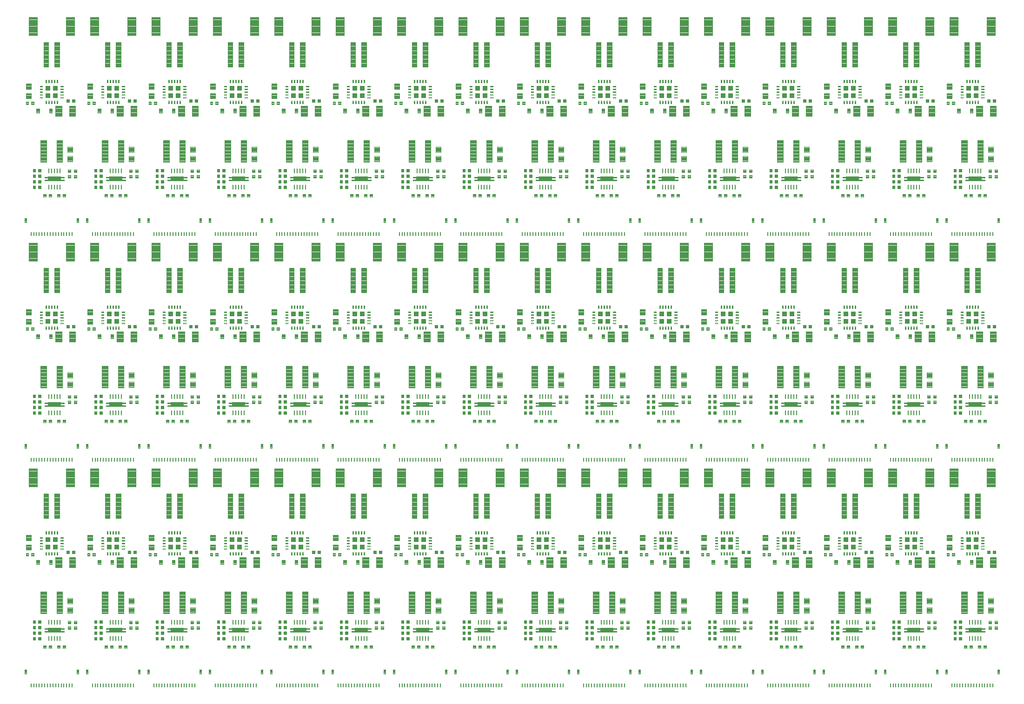
<source format=gtp>
G04 EAGLE Gerber RS-274X export*
G75*
%MOMM*%
%FSLAX34Y34*%
%LPD*%
%INSolderpaste Top*%
%IPPOS*%
%AMOC8*
5,1,8,0,0,1.08239X$1,22.5*%
G01*
%ADD10C,0.100000*%
%ADD11R,0.250000X0.650000*%
%ADD12C,0.096000*%
%ADD13C,0.102500*%
%ADD14R,0.889000X0.889000*%
%ADD15C,0.102000*%
%ADD16C,0.100800*%
%ADD17C,0.102869*%
%ADD18R,2.387600X0.863600*%
%ADD19R,0.248919X0.805181*%


D10*
X99340Y35955D02*
X102340Y35955D01*
X102340Y28955D01*
X99340Y28955D01*
X99340Y35955D01*
X99340Y29905D02*
X102340Y29905D01*
X102340Y30855D02*
X99340Y30855D01*
X99340Y31805D02*
X102340Y31805D01*
X102340Y32755D02*
X99340Y32755D01*
X99340Y33705D02*
X102340Y33705D01*
X102340Y34655D02*
X99340Y34655D01*
X99340Y35605D02*
X102340Y35605D01*
D11*
X90840Y7455D03*
X85840Y7455D03*
D10*
X7340Y35955D02*
X4340Y35955D01*
X7340Y35955D02*
X7340Y28955D01*
X4340Y28955D01*
X4340Y35955D01*
X4340Y29905D02*
X7340Y29905D01*
X7340Y30855D02*
X4340Y30855D01*
X4340Y31805D02*
X7340Y31805D01*
X7340Y32755D02*
X4340Y32755D01*
X4340Y33705D02*
X7340Y33705D01*
X7340Y34655D02*
X4340Y34655D01*
X4340Y35605D02*
X7340Y35605D01*
D11*
X80840Y7455D03*
X75840Y7455D03*
X70840Y7455D03*
X65840Y7455D03*
X60840Y7455D03*
X55840Y7455D03*
X50840Y7455D03*
X45840Y7455D03*
X40840Y7455D03*
X35840Y7455D03*
X30840Y7455D03*
X25840Y7455D03*
X20840Y7455D03*
X15840Y7455D03*
D10*
X38840Y311975D02*
X47840Y311975D01*
X38840Y311975D02*
X38840Y356975D01*
X47840Y356975D01*
X47840Y311975D01*
X47840Y312925D02*
X38840Y312925D01*
X38840Y313875D02*
X47840Y313875D01*
X47840Y314825D02*
X38840Y314825D01*
X38840Y315775D02*
X47840Y315775D01*
X47840Y316725D02*
X38840Y316725D01*
X38840Y317675D02*
X47840Y317675D01*
X47840Y318625D02*
X38840Y318625D01*
X38840Y319575D02*
X47840Y319575D01*
X47840Y320525D02*
X38840Y320525D01*
X38840Y321475D02*
X47840Y321475D01*
X47840Y322425D02*
X38840Y322425D01*
X38840Y323375D02*
X47840Y323375D01*
X47840Y324325D02*
X38840Y324325D01*
X38840Y325275D02*
X47840Y325275D01*
X47840Y326225D02*
X38840Y326225D01*
X38840Y327175D02*
X47840Y327175D01*
X47840Y328125D02*
X38840Y328125D01*
X38840Y329075D02*
X47840Y329075D01*
X47840Y330025D02*
X38840Y330025D01*
X38840Y330975D02*
X47840Y330975D01*
X47840Y331925D02*
X38840Y331925D01*
X38840Y332875D02*
X47840Y332875D01*
X47840Y333825D02*
X38840Y333825D01*
X38840Y334775D02*
X47840Y334775D01*
X47840Y335725D02*
X38840Y335725D01*
X38840Y336675D02*
X47840Y336675D01*
X47840Y337625D02*
X38840Y337625D01*
X38840Y338575D02*
X47840Y338575D01*
X47840Y339525D02*
X38840Y339525D01*
X38840Y340475D02*
X47840Y340475D01*
X47840Y341425D02*
X38840Y341425D01*
X38840Y342375D02*
X47840Y342375D01*
X47840Y343325D02*
X38840Y343325D01*
X38840Y344275D02*
X47840Y344275D01*
X47840Y345225D02*
X38840Y345225D01*
X38840Y346175D02*
X47840Y346175D01*
X47840Y347125D02*
X38840Y347125D01*
X38840Y348075D02*
X47840Y348075D01*
X47840Y349025D02*
X38840Y349025D01*
X38840Y349975D02*
X47840Y349975D01*
X47840Y350925D02*
X38840Y350925D01*
X38840Y351875D02*
X47840Y351875D01*
X47840Y352825D02*
X38840Y352825D01*
X38840Y353775D02*
X47840Y353775D01*
X47840Y354725D02*
X38840Y354725D01*
X38840Y355675D02*
X47840Y355675D01*
X47840Y356625D02*
X38840Y356625D01*
X58840Y311975D02*
X67840Y311975D01*
X58840Y311975D02*
X58840Y356975D01*
X67840Y356975D01*
X67840Y311975D01*
X67840Y312925D02*
X58840Y312925D01*
X58840Y313875D02*
X67840Y313875D01*
X67840Y314825D02*
X58840Y314825D01*
X58840Y315775D02*
X67840Y315775D01*
X67840Y316725D02*
X58840Y316725D01*
X58840Y317675D02*
X67840Y317675D01*
X67840Y318625D02*
X58840Y318625D01*
X58840Y319575D02*
X67840Y319575D01*
X67840Y320525D02*
X58840Y320525D01*
X58840Y321475D02*
X67840Y321475D01*
X67840Y322425D02*
X58840Y322425D01*
X58840Y323375D02*
X67840Y323375D01*
X67840Y324325D02*
X58840Y324325D01*
X58840Y325275D02*
X67840Y325275D01*
X67840Y326225D02*
X58840Y326225D01*
X58840Y327175D02*
X67840Y327175D01*
X67840Y328125D02*
X58840Y328125D01*
X58840Y329075D02*
X67840Y329075D01*
X67840Y330025D02*
X58840Y330025D01*
X58840Y330975D02*
X67840Y330975D01*
X67840Y331925D02*
X58840Y331925D01*
X58840Y332875D02*
X67840Y332875D01*
X67840Y333825D02*
X58840Y333825D01*
X58840Y334775D02*
X67840Y334775D01*
X67840Y335725D02*
X58840Y335725D01*
X58840Y336675D02*
X67840Y336675D01*
X67840Y337625D02*
X58840Y337625D01*
X58840Y338575D02*
X67840Y338575D01*
X67840Y339525D02*
X58840Y339525D01*
X58840Y340475D02*
X67840Y340475D01*
X67840Y341425D02*
X58840Y341425D01*
X58840Y342375D02*
X67840Y342375D01*
X67840Y343325D02*
X58840Y343325D01*
X58840Y344275D02*
X67840Y344275D01*
X67840Y345225D02*
X58840Y345225D01*
X58840Y346175D02*
X67840Y346175D01*
X67840Y347125D02*
X58840Y347125D01*
X58840Y348075D02*
X67840Y348075D01*
X67840Y349025D02*
X58840Y349025D01*
X58840Y349975D02*
X67840Y349975D01*
X67840Y350925D02*
X58840Y350925D01*
X58840Y351875D02*
X67840Y351875D01*
X67840Y352825D02*
X58840Y352825D01*
X58840Y353775D02*
X67840Y353775D01*
X67840Y354725D02*
X58840Y354725D01*
X58840Y355675D02*
X67840Y355675D01*
X67840Y356625D02*
X58840Y356625D01*
D12*
X26860Y369955D02*
X26860Y402995D01*
X26860Y369955D02*
X11820Y369955D01*
X11820Y402995D01*
X26860Y402995D01*
X26860Y370867D02*
X11820Y370867D01*
X11820Y371779D02*
X26860Y371779D01*
X26860Y372691D02*
X11820Y372691D01*
X11820Y373603D02*
X26860Y373603D01*
X26860Y374515D02*
X11820Y374515D01*
X11820Y375427D02*
X26860Y375427D01*
X26860Y376339D02*
X11820Y376339D01*
X11820Y377251D02*
X26860Y377251D01*
X26860Y378163D02*
X11820Y378163D01*
X11820Y379075D02*
X26860Y379075D01*
X26860Y379987D02*
X11820Y379987D01*
X11820Y380899D02*
X26860Y380899D01*
X26860Y381811D02*
X11820Y381811D01*
X11820Y382723D02*
X26860Y382723D01*
X26860Y383635D02*
X11820Y383635D01*
X11820Y384547D02*
X26860Y384547D01*
X26860Y385459D02*
X11820Y385459D01*
X11820Y386371D02*
X26860Y386371D01*
X26860Y387283D02*
X11820Y387283D01*
X11820Y388195D02*
X26860Y388195D01*
X26860Y389107D02*
X11820Y389107D01*
X11820Y390019D02*
X26860Y390019D01*
X26860Y390931D02*
X11820Y390931D01*
X11820Y391843D02*
X26860Y391843D01*
X26860Y392755D02*
X11820Y392755D01*
X11820Y393667D02*
X26860Y393667D01*
X26860Y394579D02*
X11820Y394579D01*
X11820Y395491D02*
X26860Y395491D01*
X26860Y396403D02*
X11820Y396403D01*
X11820Y397315D02*
X26860Y397315D01*
X26860Y398227D02*
X11820Y398227D01*
X11820Y399139D02*
X26860Y399139D01*
X26860Y400051D02*
X11820Y400051D01*
X11820Y400963D02*
X26860Y400963D01*
X26860Y401875D02*
X11820Y401875D01*
X11820Y402787D02*
X26860Y402787D01*
X94860Y402995D02*
X94860Y369955D01*
X79820Y369955D01*
X79820Y402995D01*
X94860Y402995D01*
X94860Y370867D02*
X79820Y370867D01*
X79820Y371779D02*
X94860Y371779D01*
X94860Y372691D02*
X79820Y372691D01*
X79820Y373603D02*
X94860Y373603D01*
X94860Y374515D02*
X79820Y374515D01*
X79820Y375427D02*
X94860Y375427D01*
X94860Y376339D02*
X79820Y376339D01*
X79820Y377251D02*
X94860Y377251D01*
X94860Y378163D02*
X79820Y378163D01*
X79820Y379075D02*
X94860Y379075D01*
X94860Y379987D02*
X79820Y379987D01*
X79820Y380899D02*
X94860Y380899D01*
X94860Y381811D02*
X79820Y381811D01*
X79820Y382723D02*
X94860Y382723D01*
X94860Y383635D02*
X79820Y383635D01*
X79820Y384547D02*
X94860Y384547D01*
X94860Y385459D02*
X79820Y385459D01*
X79820Y386371D02*
X94860Y386371D01*
X94860Y387283D02*
X79820Y387283D01*
X79820Y388195D02*
X94860Y388195D01*
X94860Y389107D02*
X79820Y389107D01*
X79820Y390019D02*
X94860Y390019D01*
X94860Y390931D02*
X79820Y390931D01*
X79820Y391843D02*
X94860Y391843D01*
X94860Y392755D02*
X79820Y392755D01*
X79820Y393667D02*
X94860Y393667D01*
X94860Y394579D02*
X79820Y394579D01*
X79820Y395491D02*
X94860Y395491D01*
X94860Y396403D02*
X79820Y396403D01*
X79820Y397315D02*
X94860Y397315D01*
X94860Y398227D02*
X79820Y398227D01*
X79820Y399139D02*
X94860Y399139D01*
X94860Y400051D02*
X79820Y400051D01*
X79820Y400963D02*
X94860Y400963D01*
X94860Y401875D02*
X79820Y401875D01*
X79820Y402787D02*
X94860Y402787D01*
D13*
X36828Y265962D02*
X31852Y265962D01*
X31852Y267438D01*
X36828Y267438D01*
X36828Y265962D01*
X36828Y266936D02*
X31852Y266936D01*
X31852Y270962D02*
X36828Y270962D01*
X31852Y270962D02*
X31852Y272438D01*
X36828Y272438D01*
X36828Y270962D01*
X36828Y271936D02*
X31852Y271936D01*
X31852Y275962D02*
X36828Y275962D01*
X31852Y275962D02*
X31852Y277438D01*
X36828Y277438D01*
X36828Y275962D01*
X36828Y276936D02*
X31852Y276936D01*
X31852Y260962D02*
X36828Y260962D01*
X31852Y260962D02*
X31852Y262438D01*
X36828Y262438D01*
X36828Y260962D01*
X36828Y261936D02*
X31852Y261936D01*
X31852Y255962D02*
X36828Y255962D01*
X31852Y255962D02*
X31852Y257438D01*
X36828Y257438D01*
X36828Y255962D01*
X36828Y256936D02*
X31852Y256936D01*
X44078Y250188D02*
X44078Y245212D01*
X42602Y245212D01*
X42602Y250188D01*
X44078Y250188D01*
X44078Y246186D02*
X42602Y246186D01*
X42602Y247160D02*
X44078Y247160D01*
X44078Y248134D02*
X42602Y248134D01*
X42602Y249108D02*
X44078Y249108D01*
X44078Y250082D02*
X42602Y250082D01*
X49078Y250188D02*
X49078Y245212D01*
X47602Y245212D01*
X47602Y250188D01*
X49078Y250188D01*
X49078Y246186D02*
X47602Y246186D01*
X47602Y247160D02*
X49078Y247160D01*
X49078Y248134D02*
X47602Y248134D01*
X47602Y249108D02*
X49078Y249108D01*
X49078Y250082D02*
X47602Y250082D01*
X54078Y250188D02*
X54078Y245212D01*
X52602Y245212D01*
X52602Y250188D01*
X54078Y250188D01*
X54078Y246186D02*
X52602Y246186D01*
X52602Y247160D02*
X54078Y247160D01*
X54078Y248134D02*
X52602Y248134D01*
X52602Y249108D02*
X54078Y249108D01*
X54078Y250082D02*
X52602Y250082D01*
X59078Y250188D02*
X59078Y245212D01*
X57602Y245212D01*
X57602Y250188D01*
X59078Y250188D01*
X59078Y246186D02*
X57602Y246186D01*
X57602Y247160D02*
X59078Y247160D01*
X59078Y248134D02*
X57602Y248134D01*
X57602Y249108D02*
X59078Y249108D01*
X59078Y250082D02*
X57602Y250082D01*
X64078Y250188D02*
X64078Y245212D01*
X62602Y245212D01*
X62602Y250188D01*
X64078Y250188D01*
X64078Y246186D02*
X62602Y246186D01*
X62602Y247160D02*
X64078Y247160D01*
X64078Y248134D02*
X62602Y248134D01*
X62602Y249108D02*
X64078Y249108D01*
X64078Y250082D02*
X62602Y250082D01*
X69852Y257438D02*
X74828Y257438D01*
X74828Y255962D01*
X69852Y255962D01*
X69852Y257438D01*
X69852Y256936D02*
X74828Y256936D01*
X74828Y262438D02*
X69852Y262438D01*
X74828Y262438D02*
X74828Y260962D01*
X69852Y260962D01*
X69852Y262438D01*
X69852Y261936D02*
X74828Y261936D01*
X74828Y267438D02*
X69852Y267438D01*
X74828Y267438D02*
X74828Y265962D01*
X69852Y265962D01*
X69852Y267438D01*
X69852Y266936D02*
X74828Y266936D01*
X74828Y272438D02*
X69852Y272438D01*
X74828Y272438D02*
X74828Y270962D01*
X69852Y270962D01*
X69852Y272438D01*
X69852Y271936D02*
X74828Y271936D01*
X74828Y277438D02*
X69852Y277438D01*
X74828Y277438D02*
X74828Y275962D01*
X69852Y275962D01*
X69852Y277438D01*
X69852Y276936D02*
X74828Y276936D01*
X62602Y283212D02*
X62602Y288188D01*
X64078Y288188D01*
X64078Y283212D01*
X62602Y283212D01*
X62602Y284186D02*
X64078Y284186D01*
X64078Y285160D02*
X62602Y285160D01*
X62602Y286134D02*
X64078Y286134D01*
X64078Y287108D02*
X62602Y287108D01*
X62602Y288082D02*
X64078Y288082D01*
X57602Y288188D02*
X57602Y283212D01*
X57602Y288188D02*
X59078Y288188D01*
X59078Y283212D01*
X57602Y283212D01*
X57602Y284186D02*
X59078Y284186D01*
X59078Y285160D02*
X57602Y285160D01*
X57602Y286134D02*
X59078Y286134D01*
X59078Y287108D02*
X57602Y287108D01*
X57602Y288082D02*
X59078Y288082D01*
X52602Y288188D02*
X52602Y283212D01*
X52602Y288188D02*
X54078Y288188D01*
X54078Y283212D01*
X52602Y283212D01*
X52602Y284186D02*
X54078Y284186D01*
X54078Y285160D02*
X52602Y285160D01*
X52602Y286134D02*
X54078Y286134D01*
X54078Y287108D02*
X52602Y287108D01*
X52602Y288082D02*
X54078Y288082D01*
X47602Y288188D02*
X47602Y283212D01*
X47602Y288188D02*
X49078Y288188D01*
X49078Y283212D01*
X47602Y283212D01*
X47602Y284186D02*
X49078Y284186D01*
X49078Y285160D02*
X47602Y285160D01*
X47602Y286134D02*
X49078Y286134D01*
X49078Y287108D02*
X47602Y287108D01*
X47602Y288082D02*
X49078Y288082D01*
X42602Y288188D02*
X42602Y283212D01*
X42602Y288188D02*
X44078Y288188D01*
X44078Y283212D01*
X42602Y283212D01*
X42602Y284186D02*
X44078Y284186D01*
X44078Y285160D02*
X42602Y285160D01*
X42602Y286134D02*
X44078Y286134D01*
X44078Y287108D02*
X42602Y287108D01*
X42602Y288082D02*
X44078Y288082D01*
D14*
X46355Y273685D03*
X46355Y259715D03*
X60325Y273685D03*
X60325Y259715D03*
D15*
X80775Y247700D02*
X85755Y247700D01*
X80775Y247700D02*
X80775Y252680D01*
X85755Y252680D01*
X85755Y247700D01*
X85755Y248669D02*
X80775Y248669D01*
X80775Y249638D02*
X85755Y249638D01*
X85755Y250607D02*
X80775Y250607D01*
X80775Y251576D02*
X85755Y251576D01*
X85755Y252545D02*
X80775Y252545D01*
X90775Y247700D02*
X95755Y247700D01*
X90775Y247700D02*
X90775Y252680D01*
X95755Y252680D01*
X95755Y247700D01*
X95755Y248669D02*
X90775Y248669D01*
X90775Y249638D02*
X95755Y249638D01*
X95755Y250607D02*
X90775Y250607D01*
X90775Y251576D02*
X95755Y251576D01*
X95755Y252545D02*
X90775Y252545D01*
D10*
X71805Y241210D02*
X71805Y222210D01*
X60305Y222210D01*
X60305Y241210D01*
X71805Y241210D01*
X71805Y223160D02*
X60305Y223160D01*
X60305Y224110D02*
X71805Y224110D01*
X71805Y225060D02*
X60305Y225060D01*
X60305Y226010D02*
X71805Y226010D01*
X71805Y226960D02*
X60305Y226960D01*
X60305Y227910D02*
X71805Y227910D01*
X71805Y228860D02*
X60305Y228860D01*
X60305Y229810D02*
X71805Y229810D01*
X71805Y230760D02*
X60305Y230760D01*
X60305Y231710D02*
X71805Y231710D01*
X71805Y232660D02*
X60305Y232660D01*
X60305Y233610D02*
X71805Y233610D01*
X71805Y234560D02*
X60305Y234560D01*
X60305Y235510D02*
X71805Y235510D01*
X71805Y236460D02*
X60305Y236460D01*
X60305Y237410D02*
X71805Y237410D01*
X71805Y238360D02*
X60305Y238360D01*
X60305Y239310D02*
X71805Y239310D01*
X71805Y240260D02*
X60305Y240260D01*
X60305Y241210D02*
X71805Y241210D01*
X96805Y241210D02*
X96805Y222210D01*
X85305Y222210D01*
X85305Y241210D01*
X96805Y241210D01*
X96805Y223160D02*
X85305Y223160D01*
X85305Y224110D02*
X96805Y224110D01*
X96805Y225060D02*
X85305Y225060D01*
X85305Y226010D02*
X96805Y226010D01*
X96805Y226960D02*
X85305Y226960D01*
X85305Y227910D02*
X96805Y227910D01*
X96805Y228860D02*
X85305Y228860D01*
X85305Y229810D02*
X96805Y229810D01*
X96805Y230760D02*
X85305Y230760D01*
X85305Y231710D02*
X96805Y231710D01*
X96805Y232660D02*
X85305Y232660D01*
X85305Y233610D02*
X96805Y233610D01*
X96805Y234560D02*
X85305Y234560D01*
X85305Y235510D02*
X96805Y235510D01*
X96805Y236460D02*
X85305Y236460D01*
X85305Y237410D02*
X96805Y237410D01*
X96805Y238360D02*
X85305Y238360D01*
X85305Y239310D02*
X96805Y239310D01*
X96805Y240260D02*
X85305Y240260D01*
X85305Y241210D02*
X96805Y241210D01*
D16*
X31151Y228764D02*
X25859Y228764D01*
X25859Y236056D01*
X31151Y236056D01*
X31151Y228764D01*
X31151Y229722D02*
X25859Y229722D01*
X25859Y230680D02*
X31151Y230680D01*
X31151Y231638D02*
X25859Y231638D01*
X25859Y232596D02*
X31151Y232596D01*
X31151Y233554D02*
X25859Y233554D01*
X25859Y234512D02*
X31151Y234512D01*
X31151Y235470D02*
X25859Y235470D01*
X48859Y228764D02*
X54151Y228764D01*
X48859Y228764D02*
X48859Y236056D01*
X54151Y236056D01*
X54151Y228764D01*
X54151Y229722D02*
X48859Y229722D01*
X48859Y230680D02*
X54151Y230680D01*
X54151Y231638D02*
X48859Y231638D01*
X48859Y232596D02*
X54151Y232596D01*
X54151Y233554D02*
X48859Y233554D01*
X48859Y234512D02*
X54151Y234512D01*
X54151Y235470D02*
X48859Y235470D01*
D10*
X15930Y254470D02*
X15930Y264470D01*
X15930Y254470D02*
X6930Y254470D01*
X6930Y264470D01*
X15930Y264470D01*
X15930Y255420D02*
X6930Y255420D01*
X6930Y256370D02*
X15930Y256370D01*
X15930Y257320D02*
X6930Y257320D01*
X6930Y258270D02*
X15930Y258270D01*
X15930Y259220D02*
X6930Y259220D01*
X6930Y260170D02*
X15930Y260170D01*
X15930Y261120D02*
X6930Y261120D01*
X6930Y262070D02*
X15930Y262070D01*
X15930Y263020D02*
X6930Y263020D01*
X6930Y263970D02*
X15930Y263970D01*
X15930Y271470D02*
X15930Y281470D01*
X15930Y271470D02*
X6930Y271470D01*
X6930Y281470D01*
X15930Y281470D01*
X15930Y272420D02*
X6930Y272420D01*
X6930Y273370D02*
X15930Y273370D01*
X15930Y274320D02*
X6930Y274320D01*
X6930Y275270D02*
X15930Y275270D01*
X15930Y276220D02*
X6930Y276220D01*
X6930Y277170D02*
X15930Y277170D01*
X15930Y278120D02*
X6930Y278120D01*
X6930Y279070D02*
X15930Y279070D01*
X15930Y280020D02*
X6930Y280020D01*
X6930Y280970D02*
X15930Y280970D01*
D15*
X16480Y248870D02*
X21460Y248870D01*
X21460Y243890D01*
X16480Y243890D01*
X16480Y248870D01*
X16480Y244859D02*
X21460Y244859D01*
X21460Y245828D02*
X16480Y245828D01*
X16480Y246797D02*
X21460Y246797D01*
X21460Y247766D02*
X16480Y247766D01*
X16480Y248735D02*
X21460Y248735D01*
X11460Y248870D02*
X6480Y248870D01*
X11460Y248870D02*
X11460Y243890D01*
X6480Y243890D01*
X6480Y248870D01*
X6480Y244859D02*
X11460Y244859D01*
X11460Y245828D02*
X6480Y245828D01*
X6480Y246797D02*
X11460Y246797D01*
X11460Y247766D02*
X6480Y247766D01*
X6480Y248735D02*
X11460Y248735D01*
D10*
X91495Y149853D02*
X91495Y139853D01*
X82495Y139853D01*
X82495Y149853D01*
X91495Y149853D01*
X91495Y140803D02*
X82495Y140803D01*
X82495Y141753D02*
X91495Y141753D01*
X91495Y142703D02*
X82495Y142703D01*
X82495Y143653D02*
X91495Y143653D01*
X91495Y144603D02*
X82495Y144603D01*
X82495Y145553D02*
X91495Y145553D01*
X91495Y146503D02*
X82495Y146503D01*
X82495Y147453D02*
X91495Y147453D01*
X91495Y148403D02*
X82495Y148403D01*
X82495Y149353D02*
X91495Y149353D01*
X91495Y156853D02*
X91495Y166853D01*
X91495Y156853D02*
X82495Y156853D01*
X82495Y166853D01*
X91495Y166853D01*
X91495Y157803D02*
X82495Y157803D01*
X82495Y158753D02*
X91495Y158753D01*
X91495Y159703D02*
X82495Y159703D01*
X82495Y160653D02*
X91495Y160653D01*
X91495Y161603D02*
X82495Y161603D01*
X82495Y162553D02*
X91495Y162553D01*
X91495Y163503D02*
X82495Y163503D01*
X82495Y164453D02*
X91495Y164453D01*
X91495Y165403D02*
X82495Y165403D01*
X82495Y166353D02*
X91495Y166353D01*
D15*
X34160Y105360D02*
X29180Y105360D01*
X34160Y105360D02*
X34160Y100380D01*
X29180Y100380D01*
X29180Y105360D01*
X29180Y101349D02*
X34160Y101349D01*
X34160Y102318D02*
X29180Y102318D01*
X29180Y103287D02*
X34160Y103287D01*
X34160Y104256D02*
X29180Y104256D01*
X29180Y105225D02*
X34160Y105225D01*
X24160Y105360D02*
X19180Y105360D01*
X24160Y105360D02*
X24160Y100380D01*
X19180Y100380D01*
X19180Y105360D01*
X19180Y101349D02*
X24160Y101349D01*
X24160Y102318D02*
X19180Y102318D01*
X19180Y103287D02*
X24160Y103287D01*
X24160Y104256D02*
X19180Y104256D01*
X19180Y105225D02*
X24160Y105225D01*
X83235Y119985D02*
X83235Y124965D01*
X88215Y124965D01*
X88215Y119985D01*
X83235Y119985D01*
X83235Y120954D02*
X88215Y120954D01*
X88215Y121923D02*
X83235Y121923D01*
X83235Y122892D02*
X88215Y122892D01*
X88215Y123861D02*
X83235Y123861D01*
X83235Y124830D02*
X88215Y124830D01*
X83235Y114965D02*
X83235Y109985D01*
X83235Y114965D02*
X88215Y114965D01*
X88215Y109985D01*
X83235Y109985D01*
X83235Y110954D02*
X88215Y110954D01*
X88215Y111923D02*
X83235Y111923D01*
X83235Y112892D02*
X88215Y112892D01*
X88215Y113861D02*
X83235Y113861D01*
X83235Y114830D02*
X88215Y114830D01*
X24160Y110540D02*
X19180Y110540D01*
X19180Y115520D01*
X24160Y115520D01*
X24160Y110540D01*
X24160Y111509D02*
X19180Y111509D01*
X19180Y112478D02*
X24160Y112478D01*
X24160Y113447D02*
X19180Y113447D01*
X19180Y114416D02*
X24160Y114416D01*
X24160Y115385D02*
X19180Y115385D01*
X29180Y110540D02*
X34160Y110540D01*
X29180Y110540D02*
X29180Y115520D01*
X34160Y115520D01*
X34160Y110540D01*
X34160Y111509D02*
X29180Y111509D01*
X29180Y112478D02*
X34160Y112478D01*
X34160Y113447D02*
X29180Y113447D01*
X29180Y114416D02*
X34160Y114416D01*
X34160Y115385D02*
X29180Y115385D01*
X63630Y75615D02*
X68610Y75615D01*
X63630Y75615D02*
X63630Y80595D01*
X68610Y80595D01*
X68610Y75615D01*
X68610Y76584D02*
X63630Y76584D01*
X63630Y77553D02*
X68610Y77553D01*
X68610Y78522D02*
X63630Y78522D01*
X63630Y79491D02*
X68610Y79491D01*
X68610Y80460D02*
X63630Y80460D01*
X73630Y75615D02*
X78610Y75615D01*
X73630Y75615D02*
X73630Y80595D01*
X78610Y80595D01*
X78610Y75615D01*
X78610Y76584D02*
X73630Y76584D01*
X73630Y77553D02*
X78610Y77553D01*
X78610Y78522D02*
X73630Y78522D01*
X73630Y79491D02*
X78610Y79491D01*
X78610Y80460D02*
X73630Y80460D01*
X43210Y75615D02*
X38230Y75615D01*
X38230Y80595D01*
X43210Y80595D01*
X43210Y75615D01*
X43210Y76584D02*
X38230Y76584D01*
X38230Y77553D02*
X43210Y77553D01*
X43210Y78522D02*
X38230Y78522D01*
X38230Y79491D02*
X43210Y79491D01*
X43210Y80460D02*
X38230Y80460D01*
X48230Y75615D02*
X53210Y75615D01*
X48230Y75615D02*
X48230Y80595D01*
X53210Y80595D01*
X53210Y75615D01*
X53210Y76584D02*
X48230Y76584D01*
X48230Y77553D02*
X53210Y77553D01*
X53210Y78522D02*
X48230Y78522D01*
X48230Y79491D02*
X53210Y79491D01*
X53210Y80460D02*
X48230Y80460D01*
X34160Y125680D02*
X29180Y125680D01*
X34160Y125680D02*
X34160Y120700D01*
X29180Y120700D01*
X29180Y125680D01*
X29180Y121669D02*
X34160Y121669D01*
X34160Y122638D02*
X29180Y122638D01*
X29180Y123607D02*
X34160Y123607D01*
X34160Y124576D02*
X29180Y124576D01*
X29180Y125545D02*
X34160Y125545D01*
X24160Y125680D02*
X19180Y125680D01*
X24160Y125680D02*
X24160Y120700D01*
X19180Y120700D01*
X19180Y125680D01*
X19180Y121669D02*
X24160Y121669D01*
X24160Y122638D02*
X19180Y122638D01*
X19180Y123607D02*
X24160Y123607D01*
X24160Y124576D02*
X19180Y124576D01*
X19180Y125545D02*
X24160Y125545D01*
D17*
X62871Y138817D02*
X62871Y178683D01*
X73273Y178683D01*
X73273Y138817D01*
X62871Y138817D01*
X62871Y139795D02*
X73273Y139795D01*
X73273Y140773D02*
X62871Y140773D01*
X62871Y141751D02*
X73273Y141751D01*
X73273Y142729D02*
X62871Y142729D01*
X62871Y143707D02*
X73273Y143707D01*
X73273Y144685D02*
X62871Y144685D01*
X62871Y145663D02*
X73273Y145663D01*
X73273Y146641D02*
X62871Y146641D01*
X62871Y147619D02*
X73273Y147619D01*
X73273Y148597D02*
X62871Y148597D01*
X62871Y149575D02*
X73273Y149575D01*
X73273Y150553D02*
X62871Y150553D01*
X62871Y151531D02*
X73273Y151531D01*
X73273Y152509D02*
X62871Y152509D01*
X62871Y153487D02*
X73273Y153487D01*
X73273Y154465D02*
X62871Y154465D01*
X62871Y155443D02*
X73273Y155443D01*
X73273Y156421D02*
X62871Y156421D01*
X62871Y157399D02*
X73273Y157399D01*
X73273Y158377D02*
X62871Y158377D01*
X62871Y159355D02*
X73273Y159355D01*
X73273Y160333D02*
X62871Y160333D01*
X62871Y161311D02*
X73273Y161311D01*
X73273Y162289D02*
X62871Y162289D01*
X62871Y163267D02*
X73273Y163267D01*
X73273Y164245D02*
X62871Y164245D01*
X62871Y165223D02*
X73273Y165223D01*
X73273Y166201D02*
X62871Y166201D01*
X62871Y167179D02*
X73273Y167179D01*
X73273Y168157D02*
X62871Y168157D01*
X62871Y169135D02*
X73273Y169135D01*
X73273Y170113D02*
X62871Y170113D01*
X62871Y171091D02*
X73273Y171091D01*
X73273Y172069D02*
X62871Y172069D01*
X62871Y173047D02*
X73273Y173047D01*
X73273Y174025D02*
X62871Y174025D01*
X62871Y175003D02*
X73273Y175003D01*
X73273Y175981D02*
X62871Y175981D01*
X62871Y176959D02*
X73273Y176959D01*
X73273Y177937D02*
X62871Y177937D01*
X33407Y178683D02*
X33407Y138817D01*
X33407Y178683D02*
X43809Y178683D01*
X43809Y138817D01*
X33407Y138817D01*
X33407Y139795D02*
X43809Y139795D01*
X43809Y140773D02*
X33407Y140773D01*
X33407Y141751D02*
X43809Y141751D01*
X43809Y142729D02*
X33407Y142729D01*
X33407Y143707D02*
X43809Y143707D01*
X43809Y144685D02*
X33407Y144685D01*
X33407Y145663D02*
X43809Y145663D01*
X43809Y146641D02*
X33407Y146641D01*
X33407Y147619D02*
X43809Y147619D01*
X43809Y148597D02*
X33407Y148597D01*
X33407Y149575D02*
X43809Y149575D01*
X43809Y150553D02*
X33407Y150553D01*
X33407Y151531D02*
X43809Y151531D01*
X43809Y152509D02*
X33407Y152509D01*
X33407Y153487D02*
X43809Y153487D01*
X43809Y154465D02*
X33407Y154465D01*
X33407Y155443D02*
X43809Y155443D01*
X43809Y156421D02*
X33407Y156421D01*
X33407Y157399D02*
X43809Y157399D01*
X43809Y158377D02*
X33407Y158377D01*
X33407Y159355D02*
X43809Y159355D01*
X43809Y160333D02*
X33407Y160333D01*
X33407Y161311D02*
X43809Y161311D01*
X43809Y162289D02*
X33407Y162289D01*
X33407Y163267D02*
X43809Y163267D01*
X43809Y164245D02*
X33407Y164245D01*
X33407Y165223D02*
X43809Y165223D01*
X43809Y166201D02*
X33407Y166201D01*
X33407Y167179D02*
X43809Y167179D01*
X43809Y168157D02*
X33407Y168157D01*
X33407Y169135D02*
X43809Y169135D01*
X43809Y170113D02*
X33407Y170113D01*
X33407Y171091D02*
X43809Y171091D01*
X43809Y172069D02*
X33407Y172069D01*
X33407Y173047D02*
X43809Y173047D01*
X43809Y174025D02*
X33407Y174025D01*
X33407Y175003D02*
X43809Y175003D01*
X43809Y175981D02*
X33407Y175981D01*
X33407Y176959D02*
X43809Y176959D01*
X43809Y177937D02*
X33407Y177937D01*
D15*
X94030Y124965D02*
X94030Y119985D01*
X94030Y124965D02*
X99010Y124965D01*
X99010Y119985D01*
X94030Y119985D01*
X94030Y120954D02*
X99010Y120954D01*
X99010Y121923D02*
X94030Y121923D01*
X94030Y122892D02*
X99010Y122892D01*
X99010Y123861D02*
X94030Y123861D01*
X94030Y124830D02*
X99010Y124830D01*
X94030Y114965D02*
X94030Y109985D01*
X94030Y114965D02*
X99010Y114965D01*
X99010Y109985D01*
X94030Y109985D01*
X94030Y110954D02*
X99010Y110954D01*
X99010Y111923D02*
X94030Y111923D01*
X94030Y112892D02*
X99010Y112892D01*
X99010Y113861D02*
X94030Y113861D01*
X94030Y114830D02*
X99010Y114830D01*
X34160Y95200D02*
X29180Y95200D01*
X34160Y95200D02*
X34160Y90220D01*
X29180Y90220D01*
X29180Y95200D01*
X29180Y91189D02*
X34160Y91189D01*
X34160Y92158D02*
X29180Y92158D01*
X29180Y93127D02*
X34160Y93127D01*
X34160Y94096D02*
X29180Y94096D01*
X29180Y95065D02*
X34160Y95065D01*
X24160Y95200D02*
X19180Y95200D01*
X24160Y95200D02*
X24160Y90220D01*
X19180Y90220D01*
X19180Y95200D01*
X19180Y91189D02*
X24160Y91189D01*
X24160Y92158D02*
X19180Y92158D01*
X19180Y93127D02*
X24160Y93127D01*
X24160Y94096D02*
X19180Y94096D01*
X19180Y95065D02*
X24160Y95065D01*
D16*
X70424Y104554D02*
X76416Y104554D01*
X70424Y104554D02*
X70424Y106346D01*
X76416Y106346D01*
X76416Y104554D01*
X76416Y105512D02*
X70424Y105512D01*
X70424Y109554D02*
X76416Y109554D01*
X70424Y109554D02*
X70424Y111346D01*
X76416Y111346D01*
X76416Y109554D01*
X76416Y110512D02*
X70424Y110512D01*
X46416Y104554D02*
X40424Y104554D01*
X40424Y106346D01*
X46416Y106346D01*
X46416Y104554D01*
X46416Y105512D02*
X40424Y105512D01*
X40424Y109554D02*
X46416Y109554D01*
X40424Y109554D02*
X40424Y111346D01*
X46416Y111346D01*
X46416Y109554D01*
X46416Y110512D02*
X40424Y110512D01*
D18*
X58420Y107950D03*
D19*
X68428Y93180D03*
X63424Y93205D03*
X63424Y93205D03*
X58420Y93231D03*
X53416Y93205D03*
X48387Y93180D03*
X68428Y122695D03*
X63424Y122720D03*
X58420Y122695D03*
X53416Y122644D03*
X48412Y122695D03*
D10*
X211100Y35955D02*
X214100Y35955D01*
X214100Y28955D01*
X211100Y28955D01*
X211100Y35955D01*
X211100Y29905D02*
X214100Y29905D01*
X214100Y30855D02*
X211100Y30855D01*
X211100Y31805D02*
X214100Y31805D01*
X214100Y32755D02*
X211100Y32755D01*
X211100Y33705D02*
X214100Y33705D01*
X214100Y34655D02*
X211100Y34655D01*
X211100Y35605D02*
X214100Y35605D01*
D11*
X202600Y7455D03*
X197600Y7455D03*
D10*
X119100Y35955D02*
X116100Y35955D01*
X119100Y35955D02*
X119100Y28955D01*
X116100Y28955D01*
X116100Y35955D01*
X116100Y29905D02*
X119100Y29905D01*
X119100Y30855D02*
X116100Y30855D01*
X116100Y31805D02*
X119100Y31805D01*
X119100Y32755D02*
X116100Y32755D01*
X116100Y33705D02*
X119100Y33705D01*
X119100Y34655D02*
X116100Y34655D01*
X116100Y35605D02*
X119100Y35605D01*
D11*
X192600Y7455D03*
X187600Y7455D03*
X182600Y7455D03*
X177600Y7455D03*
X172600Y7455D03*
X167600Y7455D03*
X162600Y7455D03*
X157600Y7455D03*
X152600Y7455D03*
X147600Y7455D03*
X142600Y7455D03*
X137600Y7455D03*
X132600Y7455D03*
X127600Y7455D03*
D10*
X150600Y311975D02*
X159600Y311975D01*
X150600Y311975D02*
X150600Y356975D01*
X159600Y356975D01*
X159600Y311975D01*
X159600Y312925D02*
X150600Y312925D01*
X150600Y313875D02*
X159600Y313875D01*
X159600Y314825D02*
X150600Y314825D01*
X150600Y315775D02*
X159600Y315775D01*
X159600Y316725D02*
X150600Y316725D01*
X150600Y317675D02*
X159600Y317675D01*
X159600Y318625D02*
X150600Y318625D01*
X150600Y319575D02*
X159600Y319575D01*
X159600Y320525D02*
X150600Y320525D01*
X150600Y321475D02*
X159600Y321475D01*
X159600Y322425D02*
X150600Y322425D01*
X150600Y323375D02*
X159600Y323375D01*
X159600Y324325D02*
X150600Y324325D01*
X150600Y325275D02*
X159600Y325275D01*
X159600Y326225D02*
X150600Y326225D01*
X150600Y327175D02*
X159600Y327175D01*
X159600Y328125D02*
X150600Y328125D01*
X150600Y329075D02*
X159600Y329075D01*
X159600Y330025D02*
X150600Y330025D01*
X150600Y330975D02*
X159600Y330975D01*
X159600Y331925D02*
X150600Y331925D01*
X150600Y332875D02*
X159600Y332875D01*
X159600Y333825D02*
X150600Y333825D01*
X150600Y334775D02*
X159600Y334775D01*
X159600Y335725D02*
X150600Y335725D01*
X150600Y336675D02*
X159600Y336675D01*
X159600Y337625D02*
X150600Y337625D01*
X150600Y338575D02*
X159600Y338575D01*
X159600Y339525D02*
X150600Y339525D01*
X150600Y340475D02*
X159600Y340475D01*
X159600Y341425D02*
X150600Y341425D01*
X150600Y342375D02*
X159600Y342375D01*
X159600Y343325D02*
X150600Y343325D01*
X150600Y344275D02*
X159600Y344275D01*
X159600Y345225D02*
X150600Y345225D01*
X150600Y346175D02*
X159600Y346175D01*
X159600Y347125D02*
X150600Y347125D01*
X150600Y348075D02*
X159600Y348075D01*
X159600Y349025D02*
X150600Y349025D01*
X150600Y349975D02*
X159600Y349975D01*
X159600Y350925D02*
X150600Y350925D01*
X150600Y351875D02*
X159600Y351875D01*
X159600Y352825D02*
X150600Y352825D01*
X150600Y353775D02*
X159600Y353775D01*
X159600Y354725D02*
X150600Y354725D01*
X150600Y355675D02*
X159600Y355675D01*
X159600Y356625D02*
X150600Y356625D01*
X170600Y311975D02*
X179600Y311975D01*
X170600Y311975D02*
X170600Y356975D01*
X179600Y356975D01*
X179600Y311975D01*
X179600Y312925D02*
X170600Y312925D01*
X170600Y313875D02*
X179600Y313875D01*
X179600Y314825D02*
X170600Y314825D01*
X170600Y315775D02*
X179600Y315775D01*
X179600Y316725D02*
X170600Y316725D01*
X170600Y317675D02*
X179600Y317675D01*
X179600Y318625D02*
X170600Y318625D01*
X170600Y319575D02*
X179600Y319575D01*
X179600Y320525D02*
X170600Y320525D01*
X170600Y321475D02*
X179600Y321475D01*
X179600Y322425D02*
X170600Y322425D01*
X170600Y323375D02*
X179600Y323375D01*
X179600Y324325D02*
X170600Y324325D01*
X170600Y325275D02*
X179600Y325275D01*
X179600Y326225D02*
X170600Y326225D01*
X170600Y327175D02*
X179600Y327175D01*
X179600Y328125D02*
X170600Y328125D01*
X170600Y329075D02*
X179600Y329075D01*
X179600Y330025D02*
X170600Y330025D01*
X170600Y330975D02*
X179600Y330975D01*
X179600Y331925D02*
X170600Y331925D01*
X170600Y332875D02*
X179600Y332875D01*
X179600Y333825D02*
X170600Y333825D01*
X170600Y334775D02*
X179600Y334775D01*
X179600Y335725D02*
X170600Y335725D01*
X170600Y336675D02*
X179600Y336675D01*
X179600Y337625D02*
X170600Y337625D01*
X170600Y338575D02*
X179600Y338575D01*
X179600Y339525D02*
X170600Y339525D01*
X170600Y340475D02*
X179600Y340475D01*
X179600Y341425D02*
X170600Y341425D01*
X170600Y342375D02*
X179600Y342375D01*
X179600Y343325D02*
X170600Y343325D01*
X170600Y344275D02*
X179600Y344275D01*
X179600Y345225D02*
X170600Y345225D01*
X170600Y346175D02*
X179600Y346175D01*
X179600Y347125D02*
X170600Y347125D01*
X170600Y348075D02*
X179600Y348075D01*
X179600Y349025D02*
X170600Y349025D01*
X170600Y349975D02*
X179600Y349975D01*
X179600Y350925D02*
X170600Y350925D01*
X170600Y351875D02*
X179600Y351875D01*
X179600Y352825D02*
X170600Y352825D01*
X170600Y353775D02*
X179600Y353775D01*
X179600Y354725D02*
X170600Y354725D01*
X170600Y355675D02*
X179600Y355675D01*
X179600Y356625D02*
X170600Y356625D01*
D12*
X138620Y369955D02*
X138620Y402995D01*
X138620Y369955D02*
X123580Y369955D01*
X123580Y402995D01*
X138620Y402995D01*
X138620Y370867D02*
X123580Y370867D01*
X123580Y371779D02*
X138620Y371779D01*
X138620Y372691D02*
X123580Y372691D01*
X123580Y373603D02*
X138620Y373603D01*
X138620Y374515D02*
X123580Y374515D01*
X123580Y375427D02*
X138620Y375427D01*
X138620Y376339D02*
X123580Y376339D01*
X123580Y377251D02*
X138620Y377251D01*
X138620Y378163D02*
X123580Y378163D01*
X123580Y379075D02*
X138620Y379075D01*
X138620Y379987D02*
X123580Y379987D01*
X123580Y380899D02*
X138620Y380899D01*
X138620Y381811D02*
X123580Y381811D01*
X123580Y382723D02*
X138620Y382723D01*
X138620Y383635D02*
X123580Y383635D01*
X123580Y384547D02*
X138620Y384547D01*
X138620Y385459D02*
X123580Y385459D01*
X123580Y386371D02*
X138620Y386371D01*
X138620Y387283D02*
X123580Y387283D01*
X123580Y388195D02*
X138620Y388195D01*
X138620Y389107D02*
X123580Y389107D01*
X123580Y390019D02*
X138620Y390019D01*
X138620Y390931D02*
X123580Y390931D01*
X123580Y391843D02*
X138620Y391843D01*
X138620Y392755D02*
X123580Y392755D01*
X123580Y393667D02*
X138620Y393667D01*
X138620Y394579D02*
X123580Y394579D01*
X123580Y395491D02*
X138620Y395491D01*
X138620Y396403D02*
X123580Y396403D01*
X123580Y397315D02*
X138620Y397315D01*
X138620Y398227D02*
X123580Y398227D01*
X123580Y399139D02*
X138620Y399139D01*
X138620Y400051D02*
X123580Y400051D01*
X123580Y400963D02*
X138620Y400963D01*
X138620Y401875D02*
X123580Y401875D01*
X123580Y402787D02*
X138620Y402787D01*
X206620Y402995D02*
X206620Y369955D01*
X191580Y369955D01*
X191580Y402995D01*
X206620Y402995D01*
X206620Y370867D02*
X191580Y370867D01*
X191580Y371779D02*
X206620Y371779D01*
X206620Y372691D02*
X191580Y372691D01*
X191580Y373603D02*
X206620Y373603D01*
X206620Y374515D02*
X191580Y374515D01*
X191580Y375427D02*
X206620Y375427D01*
X206620Y376339D02*
X191580Y376339D01*
X191580Y377251D02*
X206620Y377251D01*
X206620Y378163D02*
X191580Y378163D01*
X191580Y379075D02*
X206620Y379075D01*
X206620Y379987D02*
X191580Y379987D01*
X191580Y380899D02*
X206620Y380899D01*
X206620Y381811D02*
X191580Y381811D01*
X191580Y382723D02*
X206620Y382723D01*
X206620Y383635D02*
X191580Y383635D01*
X191580Y384547D02*
X206620Y384547D01*
X206620Y385459D02*
X191580Y385459D01*
X191580Y386371D02*
X206620Y386371D01*
X206620Y387283D02*
X191580Y387283D01*
X191580Y388195D02*
X206620Y388195D01*
X206620Y389107D02*
X191580Y389107D01*
X191580Y390019D02*
X206620Y390019D01*
X206620Y390931D02*
X191580Y390931D01*
X191580Y391843D02*
X206620Y391843D01*
X206620Y392755D02*
X191580Y392755D01*
X191580Y393667D02*
X206620Y393667D01*
X206620Y394579D02*
X191580Y394579D01*
X191580Y395491D02*
X206620Y395491D01*
X206620Y396403D02*
X191580Y396403D01*
X191580Y397315D02*
X206620Y397315D01*
X206620Y398227D02*
X191580Y398227D01*
X191580Y399139D02*
X206620Y399139D01*
X206620Y400051D02*
X191580Y400051D01*
X191580Y400963D02*
X206620Y400963D01*
X206620Y401875D02*
X191580Y401875D01*
X191580Y402787D02*
X206620Y402787D01*
D13*
X148588Y265962D02*
X143612Y265962D01*
X143612Y267438D01*
X148588Y267438D01*
X148588Y265962D01*
X148588Y266936D02*
X143612Y266936D01*
X143612Y270962D02*
X148588Y270962D01*
X143612Y270962D02*
X143612Y272438D01*
X148588Y272438D01*
X148588Y270962D01*
X148588Y271936D02*
X143612Y271936D01*
X143612Y275962D02*
X148588Y275962D01*
X143612Y275962D02*
X143612Y277438D01*
X148588Y277438D01*
X148588Y275962D01*
X148588Y276936D02*
X143612Y276936D01*
X143612Y260962D02*
X148588Y260962D01*
X143612Y260962D02*
X143612Y262438D01*
X148588Y262438D01*
X148588Y260962D01*
X148588Y261936D02*
X143612Y261936D01*
X143612Y255962D02*
X148588Y255962D01*
X143612Y255962D02*
X143612Y257438D01*
X148588Y257438D01*
X148588Y255962D01*
X148588Y256936D02*
X143612Y256936D01*
X155838Y250188D02*
X155838Y245212D01*
X154362Y245212D01*
X154362Y250188D01*
X155838Y250188D01*
X155838Y246186D02*
X154362Y246186D01*
X154362Y247160D02*
X155838Y247160D01*
X155838Y248134D02*
X154362Y248134D01*
X154362Y249108D02*
X155838Y249108D01*
X155838Y250082D02*
X154362Y250082D01*
X160838Y250188D02*
X160838Y245212D01*
X159362Y245212D01*
X159362Y250188D01*
X160838Y250188D01*
X160838Y246186D02*
X159362Y246186D01*
X159362Y247160D02*
X160838Y247160D01*
X160838Y248134D02*
X159362Y248134D01*
X159362Y249108D02*
X160838Y249108D01*
X160838Y250082D02*
X159362Y250082D01*
X165838Y250188D02*
X165838Y245212D01*
X164362Y245212D01*
X164362Y250188D01*
X165838Y250188D01*
X165838Y246186D02*
X164362Y246186D01*
X164362Y247160D02*
X165838Y247160D01*
X165838Y248134D02*
X164362Y248134D01*
X164362Y249108D02*
X165838Y249108D01*
X165838Y250082D02*
X164362Y250082D01*
X170838Y250188D02*
X170838Y245212D01*
X169362Y245212D01*
X169362Y250188D01*
X170838Y250188D01*
X170838Y246186D02*
X169362Y246186D01*
X169362Y247160D02*
X170838Y247160D01*
X170838Y248134D02*
X169362Y248134D01*
X169362Y249108D02*
X170838Y249108D01*
X170838Y250082D02*
X169362Y250082D01*
X175838Y250188D02*
X175838Y245212D01*
X174362Y245212D01*
X174362Y250188D01*
X175838Y250188D01*
X175838Y246186D02*
X174362Y246186D01*
X174362Y247160D02*
X175838Y247160D01*
X175838Y248134D02*
X174362Y248134D01*
X174362Y249108D02*
X175838Y249108D01*
X175838Y250082D02*
X174362Y250082D01*
X181612Y257438D02*
X186588Y257438D01*
X186588Y255962D01*
X181612Y255962D01*
X181612Y257438D01*
X181612Y256936D02*
X186588Y256936D01*
X186588Y262438D02*
X181612Y262438D01*
X186588Y262438D02*
X186588Y260962D01*
X181612Y260962D01*
X181612Y262438D01*
X181612Y261936D02*
X186588Y261936D01*
X186588Y267438D02*
X181612Y267438D01*
X186588Y267438D02*
X186588Y265962D01*
X181612Y265962D01*
X181612Y267438D01*
X181612Y266936D02*
X186588Y266936D01*
X186588Y272438D02*
X181612Y272438D01*
X186588Y272438D02*
X186588Y270962D01*
X181612Y270962D01*
X181612Y272438D01*
X181612Y271936D02*
X186588Y271936D01*
X186588Y277438D02*
X181612Y277438D01*
X186588Y277438D02*
X186588Y275962D01*
X181612Y275962D01*
X181612Y277438D01*
X181612Y276936D02*
X186588Y276936D01*
X174362Y283212D02*
X174362Y288188D01*
X175838Y288188D01*
X175838Y283212D01*
X174362Y283212D01*
X174362Y284186D02*
X175838Y284186D01*
X175838Y285160D02*
X174362Y285160D01*
X174362Y286134D02*
X175838Y286134D01*
X175838Y287108D02*
X174362Y287108D01*
X174362Y288082D02*
X175838Y288082D01*
X169362Y288188D02*
X169362Y283212D01*
X169362Y288188D02*
X170838Y288188D01*
X170838Y283212D01*
X169362Y283212D01*
X169362Y284186D02*
X170838Y284186D01*
X170838Y285160D02*
X169362Y285160D01*
X169362Y286134D02*
X170838Y286134D01*
X170838Y287108D02*
X169362Y287108D01*
X169362Y288082D02*
X170838Y288082D01*
X164362Y288188D02*
X164362Y283212D01*
X164362Y288188D02*
X165838Y288188D01*
X165838Y283212D01*
X164362Y283212D01*
X164362Y284186D02*
X165838Y284186D01*
X165838Y285160D02*
X164362Y285160D01*
X164362Y286134D02*
X165838Y286134D01*
X165838Y287108D02*
X164362Y287108D01*
X164362Y288082D02*
X165838Y288082D01*
X159362Y288188D02*
X159362Y283212D01*
X159362Y288188D02*
X160838Y288188D01*
X160838Y283212D01*
X159362Y283212D01*
X159362Y284186D02*
X160838Y284186D01*
X160838Y285160D02*
X159362Y285160D01*
X159362Y286134D02*
X160838Y286134D01*
X160838Y287108D02*
X159362Y287108D01*
X159362Y288082D02*
X160838Y288082D01*
X154362Y288188D02*
X154362Y283212D01*
X154362Y288188D02*
X155838Y288188D01*
X155838Y283212D01*
X154362Y283212D01*
X154362Y284186D02*
X155838Y284186D01*
X155838Y285160D02*
X154362Y285160D01*
X154362Y286134D02*
X155838Y286134D01*
X155838Y287108D02*
X154362Y287108D01*
X154362Y288082D02*
X155838Y288082D01*
D14*
X158115Y273685D03*
X158115Y259715D03*
X172085Y273685D03*
X172085Y259715D03*
D15*
X192535Y247700D02*
X197515Y247700D01*
X192535Y247700D02*
X192535Y252680D01*
X197515Y252680D01*
X197515Y247700D01*
X197515Y248669D02*
X192535Y248669D01*
X192535Y249638D02*
X197515Y249638D01*
X197515Y250607D02*
X192535Y250607D01*
X192535Y251576D02*
X197515Y251576D01*
X197515Y252545D02*
X192535Y252545D01*
X202535Y247700D02*
X207515Y247700D01*
X202535Y247700D02*
X202535Y252680D01*
X207515Y252680D01*
X207515Y247700D01*
X207515Y248669D02*
X202535Y248669D01*
X202535Y249638D02*
X207515Y249638D01*
X207515Y250607D02*
X202535Y250607D01*
X202535Y251576D02*
X207515Y251576D01*
X207515Y252545D02*
X202535Y252545D01*
D10*
X183565Y241210D02*
X183565Y222210D01*
X172065Y222210D01*
X172065Y241210D01*
X183565Y241210D01*
X183565Y223160D02*
X172065Y223160D01*
X172065Y224110D02*
X183565Y224110D01*
X183565Y225060D02*
X172065Y225060D01*
X172065Y226010D02*
X183565Y226010D01*
X183565Y226960D02*
X172065Y226960D01*
X172065Y227910D02*
X183565Y227910D01*
X183565Y228860D02*
X172065Y228860D01*
X172065Y229810D02*
X183565Y229810D01*
X183565Y230760D02*
X172065Y230760D01*
X172065Y231710D02*
X183565Y231710D01*
X183565Y232660D02*
X172065Y232660D01*
X172065Y233610D02*
X183565Y233610D01*
X183565Y234560D02*
X172065Y234560D01*
X172065Y235510D02*
X183565Y235510D01*
X183565Y236460D02*
X172065Y236460D01*
X172065Y237410D02*
X183565Y237410D01*
X183565Y238360D02*
X172065Y238360D01*
X172065Y239310D02*
X183565Y239310D01*
X183565Y240260D02*
X172065Y240260D01*
X172065Y241210D02*
X183565Y241210D01*
X208565Y241210D02*
X208565Y222210D01*
X197065Y222210D01*
X197065Y241210D01*
X208565Y241210D01*
X208565Y223160D02*
X197065Y223160D01*
X197065Y224110D02*
X208565Y224110D01*
X208565Y225060D02*
X197065Y225060D01*
X197065Y226010D02*
X208565Y226010D01*
X208565Y226960D02*
X197065Y226960D01*
X197065Y227910D02*
X208565Y227910D01*
X208565Y228860D02*
X197065Y228860D01*
X197065Y229810D02*
X208565Y229810D01*
X208565Y230760D02*
X197065Y230760D01*
X197065Y231710D02*
X208565Y231710D01*
X208565Y232660D02*
X197065Y232660D01*
X197065Y233610D02*
X208565Y233610D01*
X208565Y234560D02*
X197065Y234560D01*
X197065Y235510D02*
X208565Y235510D01*
X208565Y236460D02*
X197065Y236460D01*
X197065Y237410D02*
X208565Y237410D01*
X208565Y238360D02*
X197065Y238360D01*
X197065Y239310D02*
X208565Y239310D01*
X208565Y240260D02*
X197065Y240260D01*
X197065Y241210D02*
X208565Y241210D01*
D16*
X142911Y228764D02*
X137619Y228764D01*
X137619Y236056D01*
X142911Y236056D01*
X142911Y228764D01*
X142911Y229722D02*
X137619Y229722D01*
X137619Y230680D02*
X142911Y230680D01*
X142911Y231638D02*
X137619Y231638D01*
X137619Y232596D02*
X142911Y232596D01*
X142911Y233554D02*
X137619Y233554D01*
X137619Y234512D02*
X142911Y234512D01*
X142911Y235470D02*
X137619Y235470D01*
X160619Y228764D02*
X165911Y228764D01*
X160619Y228764D02*
X160619Y236056D01*
X165911Y236056D01*
X165911Y228764D01*
X165911Y229722D02*
X160619Y229722D01*
X160619Y230680D02*
X165911Y230680D01*
X165911Y231638D02*
X160619Y231638D01*
X160619Y232596D02*
X165911Y232596D01*
X165911Y233554D02*
X160619Y233554D01*
X160619Y234512D02*
X165911Y234512D01*
X165911Y235470D02*
X160619Y235470D01*
D10*
X127690Y254470D02*
X127690Y264470D01*
X127690Y254470D02*
X118690Y254470D01*
X118690Y264470D01*
X127690Y264470D01*
X127690Y255420D02*
X118690Y255420D01*
X118690Y256370D02*
X127690Y256370D01*
X127690Y257320D02*
X118690Y257320D01*
X118690Y258270D02*
X127690Y258270D01*
X127690Y259220D02*
X118690Y259220D01*
X118690Y260170D02*
X127690Y260170D01*
X127690Y261120D02*
X118690Y261120D01*
X118690Y262070D02*
X127690Y262070D01*
X127690Y263020D02*
X118690Y263020D01*
X118690Y263970D02*
X127690Y263970D01*
X127690Y271470D02*
X127690Y281470D01*
X127690Y271470D02*
X118690Y271470D01*
X118690Y281470D01*
X127690Y281470D01*
X127690Y272420D02*
X118690Y272420D01*
X118690Y273370D02*
X127690Y273370D01*
X127690Y274320D02*
X118690Y274320D01*
X118690Y275270D02*
X127690Y275270D01*
X127690Y276220D02*
X118690Y276220D01*
X118690Y277170D02*
X127690Y277170D01*
X127690Y278120D02*
X118690Y278120D01*
X118690Y279070D02*
X127690Y279070D01*
X127690Y280020D02*
X118690Y280020D01*
X118690Y280970D02*
X127690Y280970D01*
D15*
X128240Y248870D02*
X133220Y248870D01*
X133220Y243890D01*
X128240Y243890D01*
X128240Y248870D01*
X128240Y244859D02*
X133220Y244859D01*
X133220Y245828D02*
X128240Y245828D01*
X128240Y246797D02*
X133220Y246797D01*
X133220Y247766D02*
X128240Y247766D01*
X128240Y248735D02*
X133220Y248735D01*
X123220Y248870D02*
X118240Y248870D01*
X123220Y248870D02*
X123220Y243890D01*
X118240Y243890D01*
X118240Y248870D01*
X118240Y244859D02*
X123220Y244859D01*
X123220Y245828D02*
X118240Y245828D01*
X118240Y246797D02*
X123220Y246797D01*
X123220Y247766D02*
X118240Y247766D01*
X118240Y248735D02*
X123220Y248735D01*
D10*
X203255Y149853D02*
X203255Y139853D01*
X194255Y139853D01*
X194255Y149853D01*
X203255Y149853D01*
X203255Y140803D02*
X194255Y140803D01*
X194255Y141753D02*
X203255Y141753D01*
X203255Y142703D02*
X194255Y142703D01*
X194255Y143653D02*
X203255Y143653D01*
X203255Y144603D02*
X194255Y144603D01*
X194255Y145553D02*
X203255Y145553D01*
X203255Y146503D02*
X194255Y146503D01*
X194255Y147453D02*
X203255Y147453D01*
X203255Y148403D02*
X194255Y148403D01*
X194255Y149353D02*
X203255Y149353D01*
X203255Y156853D02*
X203255Y166853D01*
X203255Y156853D02*
X194255Y156853D01*
X194255Y166853D01*
X203255Y166853D01*
X203255Y157803D02*
X194255Y157803D01*
X194255Y158753D02*
X203255Y158753D01*
X203255Y159703D02*
X194255Y159703D01*
X194255Y160653D02*
X203255Y160653D01*
X203255Y161603D02*
X194255Y161603D01*
X194255Y162553D02*
X203255Y162553D01*
X203255Y163503D02*
X194255Y163503D01*
X194255Y164453D02*
X203255Y164453D01*
X203255Y165403D02*
X194255Y165403D01*
X194255Y166353D02*
X203255Y166353D01*
D15*
X145920Y105360D02*
X140940Y105360D01*
X145920Y105360D02*
X145920Y100380D01*
X140940Y100380D01*
X140940Y105360D01*
X140940Y101349D02*
X145920Y101349D01*
X145920Y102318D02*
X140940Y102318D01*
X140940Y103287D02*
X145920Y103287D01*
X145920Y104256D02*
X140940Y104256D01*
X140940Y105225D02*
X145920Y105225D01*
X135920Y105360D02*
X130940Y105360D01*
X135920Y105360D02*
X135920Y100380D01*
X130940Y100380D01*
X130940Y105360D01*
X130940Y101349D02*
X135920Y101349D01*
X135920Y102318D02*
X130940Y102318D01*
X130940Y103287D02*
X135920Y103287D01*
X135920Y104256D02*
X130940Y104256D01*
X130940Y105225D02*
X135920Y105225D01*
X194995Y119985D02*
X194995Y124965D01*
X199975Y124965D01*
X199975Y119985D01*
X194995Y119985D01*
X194995Y120954D02*
X199975Y120954D01*
X199975Y121923D02*
X194995Y121923D01*
X194995Y122892D02*
X199975Y122892D01*
X199975Y123861D02*
X194995Y123861D01*
X194995Y124830D02*
X199975Y124830D01*
X194995Y114965D02*
X194995Y109985D01*
X194995Y114965D02*
X199975Y114965D01*
X199975Y109985D01*
X194995Y109985D01*
X194995Y110954D02*
X199975Y110954D01*
X199975Y111923D02*
X194995Y111923D01*
X194995Y112892D02*
X199975Y112892D01*
X199975Y113861D02*
X194995Y113861D01*
X194995Y114830D02*
X199975Y114830D01*
X135920Y110540D02*
X130940Y110540D01*
X130940Y115520D01*
X135920Y115520D01*
X135920Y110540D01*
X135920Y111509D02*
X130940Y111509D01*
X130940Y112478D02*
X135920Y112478D01*
X135920Y113447D02*
X130940Y113447D01*
X130940Y114416D02*
X135920Y114416D01*
X135920Y115385D02*
X130940Y115385D01*
X140940Y110540D02*
X145920Y110540D01*
X140940Y110540D02*
X140940Y115520D01*
X145920Y115520D01*
X145920Y110540D01*
X145920Y111509D02*
X140940Y111509D01*
X140940Y112478D02*
X145920Y112478D01*
X145920Y113447D02*
X140940Y113447D01*
X140940Y114416D02*
X145920Y114416D01*
X145920Y115385D02*
X140940Y115385D01*
X175390Y75615D02*
X180370Y75615D01*
X175390Y75615D02*
X175390Y80595D01*
X180370Y80595D01*
X180370Y75615D01*
X180370Y76584D02*
X175390Y76584D01*
X175390Y77553D02*
X180370Y77553D01*
X180370Y78522D02*
X175390Y78522D01*
X175390Y79491D02*
X180370Y79491D01*
X180370Y80460D02*
X175390Y80460D01*
X185390Y75615D02*
X190370Y75615D01*
X185390Y75615D02*
X185390Y80595D01*
X190370Y80595D01*
X190370Y75615D01*
X190370Y76584D02*
X185390Y76584D01*
X185390Y77553D02*
X190370Y77553D01*
X190370Y78522D02*
X185390Y78522D01*
X185390Y79491D02*
X190370Y79491D01*
X190370Y80460D02*
X185390Y80460D01*
X154970Y75615D02*
X149990Y75615D01*
X149990Y80595D01*
X154970Y80595D01*
X154970Y75615D01*
X154970Y76584D02*
X149990Y76584D01*
X149990Y77553D02*
X154970Y77553D01*
X154970Y78522D02*
X149990Y78522D01*
X149990Y79491D02*
X154970Y79491D01*
X154970Y80460D02*
X149990Y80460D01*
X159990Y75615D02*
X164970Y75615D01*
X159990Y75615D02*
X159990Y80595D01*
X164970Y80595D01*
X164970Y75615D01*
X164970Y76584D02*
X159990Y76584D01*
X159990Y77553D02*
X164970Y77553D01*
X164970Y78522D02*
X159990Y78522D01*
X159990Y79491D02*
X164970Y79491D01*
X164970Y80460D02*
X159990Y80460D01*
X145920Y125680D02*
X140940Y125680D01*
X145920Y125680D02*
X145920Y120700D01*
X140940Y120700D01*
X140940Y125680D01*
X140940Y121669D02*
X145920Y121669D01*
X145920Y122638D02*
X140940Y122638D01*
X140940Y123607D02*
X145920Y123607D01*
X145920Y124576D02*
X140940Y124576D01*
X140940Y125545D02*
X145920Y125545D01*
X135920Y125680D02*
X130940Y125680D01*
X135920Y125680D02*
X135920Y120700D01*
X130940Y120700D01*
X130940Y125680D01*
X130940Y121669D02*
X135920Y121669D01*
X135920Y122638D02*
X130940Y122638D01*
X130940Y123607D02*
X135920Y123607D01*
X135920Y124576D02*
X130940Y124576D01*
X130940Y125545D02*
X135920Y125545D01*
D17*
X174631Y138817D02*
X174631Y178683D01*
X185033Y178683D01*
X185033Y138817D01*
X174631Y138817D01*
X174631Y139795D02*
X185033Y139795D01*
X185033Y140773D02*
X174631Y140773D01*
X174631Y141751D02*
X185033Y141751D01*
X185033Y142729D02*
X174631Y142729D01*
X174631Y143707D02*
X185033Y143707D01*
X185033Y144685D02*
X174631Y144685D01*
X174631Y145663D02*
X185033Y145663D01*
X185033Y146641D02*
X174631Y146641D01*
X174631Y147619D02*
X185033Y147619D01*
X185033Y148597D02*
X174631Y148597D01*
X174631Y149575D02*
X185033Y149575D01*
X185033Y150553D02*
X174631Y150553D01*
X174631Y151531D02*
X185033Y151531D01*
X185033Y152509D02*
X174631Y152509D01*
X174631Y153487D02*
X185033Y153487D01*
X185033Y154465D02*
X174631Y154465D01*
X174631Y155443D02*
X185033Y155443D01*
X185033Y156421D02*
X174631Y156421D01*
X174631Y157399D02*
X185033Y157399D01*
X185033Y158377D02*
X174631Y158377D01*
X174631Y159355D02*
X185033Y159355D01*
X185033Y160333D02*
X174631Y160333D01*
X174631Y161311D02*
X185033Y161311D01*
X185033Y162289D02*
X174631Y162289D01*
X174631Y163267D02*
X185033Y163267D01*
X185033Y164245D02*
X174631Y164245D01*
X174631Y165223D02*
X185033Y165223D01*
X185033Y166201D02*
X174631Y166201D01*
X174631Y167179D02*
X185033Y167179D01*
X185033Y168157D02*
X174631Y168157D01*
X174631Y169135D02*
X185033Y169135D01*
X185033Y170113D02*
X174631Y170113D01*
X174631Y171091D02*
X185033Y171091D01*
X185033Y172069D02*
X174631Y172069D01*
X174631Y173047D02*
X185033Y173047D01*
X185033Y174025D02*
X174631Y174025D01*
X174631Y175003D02*
X185033Y175003D01*
X185033Y175981D02*
X174631Y175981D01*
X174631Y176959D02*
X185033Y176959D01*
X185033Y177937D02*
X174631Y177937D01*
X145167Y178683D02*
X145167Y138817D01*
X145167Y178683D02*
X155569Y178683D01*
X155569Y138817D01*
X145167Y138817D01*
X145167Y139795D02*
X155569Y139795D01*
X155569Y140773D02*
X145167Y140773D01*
X145167Y141751D02*
X155569Y141751D01*
X155569Y142729D02*
X145167Y142729D01*
X145167Y143707D02*
X155569Y143707D01*
X155569Y144685D02*
X145167Y144685D01*
X145167Y145663D02*
X155569Y145663D01*
X155569Y146641D02*
X145167Y146641D01*
X145167Y147619D02*
X155569Y147619D01*
X155569Y148597D02*
X145167Y148597D01*
X145167Y149575D02*
X155569Y149575D01*
X155569Y150553D02*
X145167Y150553D01*
X145167Y151531D02*
X155569Y151531D01*
X155569Y152509D02*
X145167Y152509D01*
X145167Y153487D02*
X155569Y153487D01*
X155569Y154465D02*
X145167Y154465D01*
X145167Y155443D02*
X155569Y155443D01*
X155569Y156421D02*
X145167Y156421D01*
X145167Y157399D02*
X155569Y157399D01*
X155569Y158377D02*
X145167Y158377D01*
X145167Y159355D02*
X155569Y159355D01*
X155569Y160333D02*
X145167Y160333D01*
X145167Y161311D02*
X155569Y161311D01*
X155569Y162289D02*
X145167Y162289D01*
X145167Y163267D02*
X155569Y163267D01*
X155569Y164245D02*
X145167Y164245D01*
X145167Y165223D02*
X155569Y165223D01*
X155569Y166201D02*
X145167Y166201D01*
X145167Y167179D02*
X155569Y167179D01*
X155569Y168157D02*
X145167Y168157D01*
X145167Y169135D02*
X155569Y169135D01*
X155569Y170113D02*
X145167Y170113D01*
X145167Y171091D02*
X155569Y171091D01*
X155569Y172069D02*
X145167Y172069D01*
X145167Y173047D02*
X155569Y173047D01*
X155569Y174025D02*
X145167Y174025D01*
X145167Y175003D02*
X155569Y175003D01*
X155569Y175981D02*
X145167Y175981D01*
X145167Y176959D02*
X155569Y176959D01*
X155569Y177937D02*
X145167Y177937D01*
D15*
X205790Y124965D02*
X205790Y119985D01*
X205790Y124965D02*
X210770Y124965D01*
X210770Y119985D01*
X205790Y119985D01*
X205790Y120954D02*
X210770Y120954D01*
X210770Y121923D02*
X205790Y121923D01*
X205790Y122892D02*
X210770Y122892D01*
X210770Y123861D02*
X205790Y123861D01*
X205790Y124830D02*
X210770Y124830D01*
X205790Y114965D02*
X205790Y109985D01*
X205790Y114965D02*
X210770Y114965D01*
X210770Y109985D01*
X205790Y109985D01*
X205790Y110954D02*
X210770Y110954D01*
X210770Y111923D02*
X205790Y111923D01*
X205790Y112892D02*
X210770Y112892D01*
X210770Y113861D02*
X205790Y113861D01*
X205790Y114830D02*
X210770Y114830D01*
X145920Y95200D02*
X140940Y95200D01*
X145920Y95200D02*
X145920Y90220D01*
X140940Y90220D01*
X140940Y95200D01*
X140940Y91189D02*
X145920Y91189D01*
X145920Y92158D02*
X140940Y92158D01*
X140940Y93127D02*
X145920Y93127D01*
X145920Y94096D02*
X140940Y94096D01*
X140940Y95065D02*
X145920Y95065D01*
X135920Y95200D02*
X130940Y95200D01*
X135920Y95200D02*
X135920Y90220D01*
X130940Y90220D01*
X130940Y95200D01*
X130940Y91189D02*
X135920Y91189D01*
X135920Y92158D02*
X130940Y92158D01*
X130940Y93127D02*
X135920Y93127D01*
X135920Y94096D02*
X130940Y94096D01*
X130940Y95065D02*
X135920Y95065D01*
D16*
X182184Y104554D02*
X188176Y104554D01*
X182184Y104554D02*
X182184Y106346D01*
X188176Y106346D01*
X188176Y104554D01*
X188176Y105512D02*
X182184Y105512D01*
X182184Y109554D02*
X188176Y109554D01*
X182184Y109554D02*
X182184Y111346D01*
X188176Y111346D01*
X188176Y109554D01*
X188176Y110512D02*
X182184Y110512D01*
X158176Y104554D02*
X152184Y104554D01*
X152184Y106346D01*
X158176Y106346D01*
X158176Y104554D01*
X158176Y105512D02*
X152184Y105512D01*
X152184Y109554D02*
X158176Y109554D01*
X152184Y109554D02*
X152184Y111346D01*
X158176Y111346D01*
X158176Y109554D01*
X158176Y110512D02*
X152184Y110512D01*
D18*
X170180Y107950D03*
D19*
X180188Y93180D03*
X175184Y93205D03*
X175184Y93205D03*
X170180Y93231D03*
X165176Y93205D03*
X160147Y93180D03*
X180188Y122695D03*
X175184Y122720D03*
X170180Y122695D03*
X165176Y122644D03*
X160172Y122695D03*
D10*
X322860Y35955D02*
X325860Y35955D01*
X325860Y28955D01*
X322860Y28955D01*
X322860Y35955D01*
X322860Y29905D02*
X325860Y29905D01*
X325860Y30855D02*
X322860Y30855D01*
X322860Y31805D02*
X325860Y31805D01*
X325860Y32755D02*
X322860Y32755D01*
X322860Y33705D02*
X325860Y33705D01*
X325860Y34655D02*
X322860Y34655D01*
X322860Y35605D02*
X325860Y35605D01*
D11*
X314360Y7455D03*
X309360Y7455D03*
D10*
X230860Y35955D02*
X227860Y35955D01*
X230860Y35955D02*
X230860Y28955D01*
X227860Y28955D01*
X227860Y35955D01*
X227860Y29905D02*
X230860Y29905D01*
X230860Y30855D02*
X227860Y30855D01*
X227860Y31805D02*
X230860Y31805D01*
X230860Y32755D02*
X227860Y32755D01*
X227860Y33705D02*
X230860Y33705D01*
X230860Y34655D02*
X227860Y34655D01*
X227860Y35605D02*
X230860Y35605D01*
D11*
X304360Y7455D03*
X299360Y7455D03*
X294360Y7455D03*
X289360Y7455D03*
X284360Y7455D03*
X279360Y7455D03*
X274360Y7455D03*
X269360Y7455D03*
X264360Y7455D03*
X259360Y7455D03*
X254360Y7455D03*
X249360Y7455D03*
X244360Y7455D03*
X239360Y7455D03*
D10*
X262360Y311975D02*
X271360Y311975D01*
X262360Y311975D02*
X262360Y356975D01*
X271360Y356975D01*
X271360Y311975D01*
X271360Y312925D02*
X262360Y312925D01*
X262360Y313875D02*
X271360Y313875D01*
X271360Y314825D02*
X262360Y314825D01*
X262360Y315775D02*
X271360Y315775D01*
X271360Y316725D02*
X262360Y316725D01*
X262360Y317675D02*
X271360Y317675D01*
X271360Y318625D02*
X262360Y318625D01*
X262360Y319575D02*
X271360Y319575D01*
X271360Y320525D02*
X262360Y320525D01*
X262360Y321475D02*
X271360Y321475D01*
X271360Y322425D02*
X262360Y322425D01*
X262360Y323375D02*
X271360Y323375D01*
X271360Y324325D02*
X262360Y324325D01*
X262360Y325275D02*
X271360Y325275D01*
X271360Y326225D02*
X262360Y326225D01*
X262360Y327175D02*
X271360Y327175D01*
X271360Y328125D02*
X262360Y328125D01*
X262360Y329075D02*
X271360Y329075D01*
X271360Y330025D02*
X262360Y330025D01*
X262360Y330975D02*
X271360Y330975D01*
X271360Y331925D02*
X262360Y331925D01*
X262360Y332875D02*
X271360Y332875D01*
X271360Y333825D02*
X262360Y333825D01*
X262360Y334775D02*
X271360Y334775D01*
X271360Y335725D02*
X262360Y335725D01*
X262360Y336675D02*
X271360Y336675D01*
X271360Y337625D02*
X262360Y337625D01*
X262360Y338575D02*
X271360Y338575D01*
X271360Y339525D02*
X262360Y339525D01*
X262360Y340475D02*
X271360Y340475D01*
X271360Y341425D02*
X262360Y341425D01*
X262360Y342375D02*
X271360Y342375D01*
X271360Y343325D02*
X262360Y343325D01*
X262360Y344275D02*
X271360Y344275D01*
X271360Y345225D02*
X262360Y345225D01*
X262360Y346175D02*
X271360Y346175D01*
X271360Y347125D02*
X262360Y347125D01*
X262360Y348075D02*
X271360Y348075D01*
X271360Y349025D02*
X262360Y349025D01*
X262360Y349975D02*
X271360Y349975D01*
X271360Y350925D02*
X262360Y350925D01*
X262360Y351875D02*
X271360Y351875D01*
X271360Y352825D02*
X262360Y352825D01*
X262360Y353775D02*
X271360Y353775D01*
X271360Y354725D02*
X262360Y354725D01*
X262360Y355675D02*
X271360Y355675D01*
X271360Y356625D02*
X262360Y356625D01*
X282360Y311975D02*
X291360Y311975D01*
X282360Y311975D02*
X282360Y356975D01*
X291360Y356975D01*
X291360Y311975D01*
X291360Y312925D02*
X282360Y312925D01*
X282360Y313875D02*
X291360Y313875D01*
X291360Y314825D02*
X282360Y314825D01*
X282360Y315775D02*
X291360Y315775D01*
X291360Y316725D02*
X282360Y316725D01*
X282360Y317675D02*
X291360Y317675D01*
X291360Y318625D02*
X282360Y318625D01*
X282360Y319575D02*
X291360Y319575D01*
X291360Y320525D02*
X282360Y320525D01*
X282360Y321475D02*
X291360Y321475D01*
X291360Y322425D02*
X282360Y322425D01*
X282360Y323375D02*
X291360Y323375D01*
X291360Y324325D02*
X282360Y324325D01*
X282360Y325275D02*
X291360Y325275D01*
X291360Y326225D02*
X282360Y326225D01*
X282360Y327175D02*
X291360Y327175D01*
X291360Y328125D02*
X282360Y328125D01*
X282360Y329075D02*
X291360Y329075D01*
X291360Y330025D02*
X282360Y330025D01*
X282360Y330975D02*
X291360Y330975D01*
X291360Y331925D02*
X282360Y331925D01*
X282360Y332875D02*
X291360Y332875D01*
X291360Y333825D02*
X282360Y333825D01*
X282360Y334775D02*
X291360Y334775D01*
X291360Y335725D02*
X282360Y335725D01*
X282360Y336675D02*
X291360Y336675D01*
X291360Y337625D02*
X282360Y337625D01*
X282360Y338575D02*
X291360Y338575D01*
X291360Y339525D02*
X282360Y339525D01*
X282360Y340475D02*
X291360Y340475D01*
X291360Y341425D02*
X282360Y341425D01*
X282360Y342375D02*
X291360Y342375D01*
X291360Y343325D02*
X282360Y343325D01*
X282360Y344275D02*
X291360Y344275D01*
X291360Y345225D02*
X282360Y345225D01*
X282360Y346175D02*
X291360Y346175D01*
X291360Y347125D02*
X282360Y347125D01*
X282360Y348075D02*
X291360Y348075D01*
X291360Y349025D02*
X282360Y349025D01*
X282360Y349975D02*
X291360Y349975D01*
X291360Y350925D02*
X282360Y350925D01*
X282360Y351875D02*
X291360Y351875D01*
X291360Y352825D02*
X282360Y352825D01*
X282360Y353775D02*
X291360Y353775D01*
X291360Y354725D02*
X282360Y354725D01*
X282360Y355675D02*
X291360Y355675D01*
X291360Y356625D02*
X282360Y356625D01*
D12*
X250380Y369955D02*
X250380Y402995D01*
X250380Y369955D02*
X235340Y369955D01*
X235340Y402995D01*
X250380Y402995D01*
X250380Y370867D02*
X235340Y370867D01*
X235340Y371779D02*
X250380Y371779D01*
X250380Y372691D02*
X235340Y372691D01*
X235340Y373603D02*
X250380Y373603D01*
X250380Y374515D02*
X235340Y374515D01*
X235340Y375427D02*
X250380Y375427D01*
X250380Y376339D02*
X235340Y376339D01*
X235340Y377251D02*
X250380Y377251D01*
X250380Y378163D02*
X235340Y378163D01*
X235340Y379075D02*
X250380Y379075D01*
X250380Y379987D02*
X235340Y379987D01*
X235340Y380899D02*
X250380Y380899D01*
X250380Y381811D02*
X235340Y381811D01*
X235340Y382723D02*
X250380Y382723D01*
X250380Y383635D02*
X235340Y383635D01*
X235340Y384547D02*
X250380Y384547D01*
X250380Y385459D02*
X235340Y385459D01*
X235340Y386371D02*
X250380Y386371D01*
X250380Y387283D02*
X235340Y387283D01*
X235340Y388195D02*
X250380Y388195D01*
X250380Y389107D02*
X235340Y389107D01*
X235340Y390019D02*
X250380Y390019D01*
X250380Y390931D02*
X235340Y390931D01*
X235340Y391843D02*
X250380Y391843D01*
X250380Y392755D02*
X235340Y392755D01*
X235340Y393667D02*
X250380Y393667D01*
X250380Y394579D02*
X235340Y394579D01*
X235340Y395491D02*
X250380Y395491D01*
X250380Y396403D02*
X235340Y396403D01*
X235340Y397315D02*
X250380Y397315D01*
X250380Y398227D02*
X235340Y398227D01*
X235340Y399139D02*
X250380Y399139D01*
X250380Y400051D02*
X235340Y400051D01*
X235340Y400963D02*
X250380Y400963D01*
X250380Y401875D02*
X235340Y401875D01*
X235340Y402787D02*
X250380Y402787D01*
X318380Y402995D02*
X318380Y369955D01*
X303340Y369955D01*
X303340Y402995D01*
X318380Y402995D01*
X318380Y370867D02*
X303340Y370867D01*
X303340Y371779D02*
X318380Y371779D01*
X318380Y372691D02*
X303340Y372691D01*
X303340Y373603D02*
X318380Y373603D01*
X318380Y374515D02*
X303340Y374515D01*
X303340Y375427D02*
X318380Y375427D01*
X318380Y376339D02*
X303340Y376339D01*
X303340Y377251D02*
X318380Y377251D01*
X318380Y378163D02*
X303340Y378163D01*
X303340Y379075D02*
X318380Y379075D01*
X318380Y379987D02*
X303340Y379987D01*
X303340Y380899D02*
X318380Y380899D01*
X318380Y381811D02*
X303340Y381811D01*
X303340Y382723D02*
X318380Y382723D01*
X318380Y383635D02*
X303340Y383635D01*
X303340Y384547D02*
X318380Y384547D01*
X318380Y385459D02*
X303340Y385459D01*
X303340Y386371D02*
X318380Y386371D01*
X318380Y387283D02*
X303340Y387283D01*
X303340Y388195D02*
X318380Y388195D01*
X318380Y389107D02*
X303340Y389107D01*
X303340Y390019D02*
X318380Y390019D01*
X318380Y390931D02*
X303340Y390931D01*
X303340Y391843D02*
X318380Y391843D01*
X318380Y392755D02*
X303340Y392755D01*
X303340Y393667D02*
X318380Y393667D01*
X318380Y394579D02*
X303340Y394579D01*
X303340Y395491D02*
X318380Y395491D01*
X318380Y396403D02*
X303340Y396403D01*
X303340Y397315D02*
X318380Y397315D01*
X318380Y398227D02*
X303340Y398227D01*
X303340Y399139D02*
X318380Y399139D01*
X318380Y400051D02*
X303340Y400051D01*
X303340Y400963D02*
X318380Y400963D01*
X318380Y401875D02*
X303340Y401875D01*
X303340Y402787D02*
X318380Y402787D01*
D13*
X260348Y265962D02*
X255372Y265962D01*
X255372Y267438D01*
X260348Y267438D01*
X260348Y265962D01*
X260348Y266936D02*
X255372Y266936D01*
X255372Y270962D02*
X260348Y270962D01*
X255372Y270962D02*
X255372Y272438D01*
X260348Y272438D01*
X260348Y270962D01*
X260348Y271936D02*
X255372Y271936D01*
X255372Y275962D02*
X260348Y275962D01*
X255372Y275962D02*
X255372Y277438D01*
X260348Y277438D01*
X260348Y275962D01*
X260348Y276936D02*
X255372Y276936D01*
X255372Y260962D02*
X260348Y260962D01*
X255372Y260962D02*
X255372Y262438D01*
X260348Y262438D01*
X260348Y260962D01*
X260348Y261936D02*
X255372Y261936D01*
X255372Y255962D02*
X260348Y255962D01*
X255372Y255962D02*
X255372Y257438D01*
X260348Y257438D01*
X260348Y255962D01*
X260348Y256936D02*
X255372Y256936D01*
X267598Y250188D02*
X267598Y245212D01*
X266122Y245212D01*
X266122Y250188D01*
X267598Y250188D01*
X267598Y246186D02*
X266122Y246186D01*
X266122Y247160D02*
X267598Y247160D01*
X267598Y248134D02*
X266122Y248134D01*
X266122Y249108D02*
X267598Y249108D01*
X267598Y250082D02*
X266122Y250082D01*
X272598Y250188D02*
X272598Y245212D01*
X271122Y245212D01*
X271122Y250188D01*
X272598Y250188D01*
X272598Y246186D02*
X271122Y246186D01*
X271122Y247160D02*
X272598Y247160D01*
X272598Y248134D02*
X271122Y248134D01*
X271122Y249108D02*
X272598Y249108D01*
X272598Y250082D02*
X271122Y250082D01*
X277598Y250188D02*
X277598Y245212D01*
X276122Y245212D01*
X276122Y250188D01*
X277598Y250188D01*
X277598Y246186D02*
X276122Y246186D01*
X276122Y247160D02*
X277598Y247160D01*
X277598Y248134D02*
X276122Y248134D01*
X276122Y249108D02*
X277598Y249108D01*
X277598Y250082D02*
X276122Y250082D01*
X282598Y250188D02*
X282598Y245212D01*
X281122Y245212D01*
X281122Y250188D01*
X282598Y250188D01*
X282598Y246186D02*
X281122Y246186D01*
X281122Y247160D02*
X282598Y247160D01*
X282598Y248134D02*
X281122Y248134D01*
X281122Y249108D02*
X282598Y249108D01*
X282598Y250082D02*
X281122Y250082D01*
X287598Y250188D02*
X287598Y245212D01*
X286122Y245212D01*
X286122Y250188D01*
X287598Y250188D01*
X287598Y246186D02*
X286122Y246186D01*
X286122Y247160D02*
X287598Y247160D01*
X287598Y248134D02*
X286122Y248134D01*
X286122Y249108D02*
X287598Y249108D01*
X287598Y250082D02*
X286122Y250082D01*
X293372Y257438D02*
X298348Y257438D01*
X298348Y255962D01*
X293372Y255962D01*
X293372Y257438D01*
X293372Y256936D02*
X298348Y256936D01*
X298348Y262438D02*
X293372Y262438D01*
X298348Y262438D02*
X298348Y260962D01*
X293372Y260962D01*
X293372Y262438D01*
X293372Y261936D02*
X298348Y261936D01*
X298348Y267438D02*
X293372Y267438D01*
X298348Y267438D02*
X298348Y265962D01*
X293372Y265962D01*
X293372Y267438D01*
X293372Y266936D02*
X298348Y266936D01*
X298348Y272438D02*
X293372Y272438D01*
X298348Y272438D02*
X298348Y270962D01*
X293372Y270962D01*
X293372Y272438D01*
X293372Y271936D02*
X298348Y271936D01*
X298348Y277438D02*
X293372Y277438D01*
X298348Y277438D02*
X298348Y275962D01*
X293372Y275962D01*
X293372Y277438D01*
X293372Y276936D02*
X298348Y276936D01*
X286122Y283212D02*
X286122Y288188D01*
X287598Y288188D01*
X287598Y283212D01*
X286122Y283212D01*
X286122Y284186D02*
X287598Y284186D01*
X287598Y285160D02*
X286122Y285160D01*
X286122Y286134D02*
X287598Y286134D01*
X287598Y287108D02*
X286122Y287108D01*
X286122Y288082D02*
X287598Y288082D01*
X281122Y288188D02*
X281122Y283212D01*
X281122Y288188D02*
X282598Y288188D01*
X282598Y283212D01*
X281122Y283212D01*
X281122Y284186D02*
X282598Y284186D01*
X282598Y285160D02*
X281122Y285160D01*
X281122Y286134D02*
X282598Y286134D01*
X282598Y287108D02*
X281122Y287108D01*
X281122Y288082D02*
X282598Y288082D01*
X276122Y288188D02*
X276122Y283212D01*
X276122Y288188D02*
X277598Y288188D01*
X277598Y283212D01*
X276122Y283212D01*
X276122Y284186D02*
X277598Y284186D01*
X277598Y285160D02*
X276122Y285160D01*
X276122Y286134D02*
X277598Y286134D01*
X277598Y287108D02*
X276122Y287108D01*
X276122Y288082D02*
X277598Y288082D01*
X271122Y288188D02*
X271122Y283212D01*
X271122Y288188D02*
X272598Y288188D01*
X272598Y283212D01*
X271122Y283212D01*
X271122Y284186D02*
X272598Y284186D01*
X272598Y285160D02*
X271122Y285160D01*
X271122Y286134D02*
X272598Y286134D01*
X272598Y287108D02*
X271122Y287108D01*
X271122Y288082D02*
X272598Y288082D01*
X266122Y288188D02*
X266122Y283212D01*
X266122Y288188D02*
X267598Y288188D01*
X267598Y283212D01*
X266122Y283212D01*
X266122Y284186D02*
X267598Y284186D01*
X267598Y285160D02*
X266122Y285160D01*
X266122Y286134D02*
X267598Y286134D01*
X267598Y287108D02*
X266122Y287108D01*
X266122Y288082D02*
X267598Y288082D01*
D14*
X269875Y273685D03*
X269875Y259715D03*
X283845Y273685D03*
X283845Y259715D03*
D15*
X304295Y247700D02*
X309275Y247700D01*
X304295Y247700D02*
X304295Y252680D01*
X309275Y252680D01*
X309275Y247700D01*
X309275Y248669D02*
X304295Y248669D01*
X304295Y249638D02*
X309275Y249638D01*
X309275Y250607D02*
X304295Y250607D01*
X304295Y251576D02*
X309275Y251576D01*
X309275Y252545D02*
X304295Y252545D01*
X314295Y247700D02*
X319275Y247700D01*
X314295Y247700D02*
X314295Y252680D01*
X319275Y252680D01*
X319275Y247700D01*
X319275Y248669D02*
X314295Y248669D01*
X314295Y249638D02*
X319275Y249638D01*
X319275Y250607D02*
X314295Y250607D01*
X314295Y251576D02*
X319275Y251576D01*
X319275Y252545D02*
X314295Y252545D01*
D10*
X295325Y241210D02*
X295325Y222210D01*
X283825Y222210D01*
X283825Y241210D01*
X295325Y241210D01*
X295325Y223160D02*
X283825Y223160D01*
X283825Y224110D02*
X295325Y224110D01*
X295325Y225060D02*
X283825Y225060D01*
X283825Y226010D02*
X295325Y226010D01*
X295325Y226960D02*
X283825Y226960D01*
X283825Y227910D02*
X295325Y227910D01*
X295325Y228860D02*
X283825Y228860D01*
X283825Y229810D02*
X295325Y229810D01*
X295325Y230760D02*
X283825Y230760D01*
X283825Y231710D02*
X295325Y231710D01*
X295325Y232660D02*
X283825Y232660D01*
X283825Y233610D02*
X295325Y233610D01*
X295325Y234560D02*
X283825Y234560D01*
X283825Y235510D02*
X295325Y235510D01*
X295325Y236460D02*
X283825Y236460D01*
X283825Y237410D02*
X295325Y237410D01*
X295325Y238360D02*
X283825Y238360D01*
X283825Y239310D02*
X295325Y239310D01*
X295325Y240260D02*
X283825Y240260D01*
X283825Y241210D02*
X295325Y241210D01*
X320325Y241210D02*
X320325Y222210D01*
X308825Y222210D01*
X308825Y241210D01*
X320325Y241210D01*
X320325Y223160D02*
X308825Y223160D01*
X308825Y224110D02*
X320325Y224110D01*
X320325Y225060D02*
X308825Y225060D01*
X308825Y226010D02*
X320325Y226010D01*
X320325Y226960D02*
X308825Y226960D01*
X308825Y227910D02*
X320325Y227910D01*
X320325Y228860D02*
X308825Y228860D01*
X308825Y229810D02*
X320325Y229810D01*
X320325Y230760D02*
X308825Y230760D01*
X308825Y231710D02*
X320325Y231710D01*
X320325Y232660D02*
X308825Y232660D01*
X308825Y233610D02*
X320325Y233610D01*
X320325Y234560D02*
X308825Y234560D01*
X308825Y235510D02*
X320325Y235510D01*
X320325Y236460D02*
X308825Y236460D01*
X308825Y237410D02*
X320325Y237410D01*
X320325Y238360D02*
X308825Y238360D01*
X308825Y239310D02*
X320325Y239310D01*
X320325Y240260D02*
X308825Y240260D01*
X308825Y241210D02*
X320325Y241210D01*
D16*
X254671Y228764D02*
X249379Y228764D01*
X249379Y236056D01*
X254671Y236056D01*
X254671Y228764D01*
X254671Y229722D02*
X249379Y229722D01*
X249379Y230680D02*
X254671Y230680D01*
X254671Y231638D02*
X249379Y231638D01*
X249379Y232596D02*
X254671Y232596D01*
X254671Y233554D02*
X249379Y233554D01*
X249379Y234512D02*
X254671Y234512D01*
X254671Y235470D02*
X249379Y235470D01*
X272379Y228764D02*
X277671Y228764D01*
X272379Y228764D02*
X272379Y236056D01*
X277671Y236056D01*
X277671Y228764D01*
X277671Y229722D02*
X272379Y229722D01*
X272379Y230680D02*
X277671Y230680D01*
X277671Y231638D02*
X272379Y231638D01*
X272379Y232596D02*
X277671Y232596D01*
X277671Y233554D02*
X272379Y233554D01*
X272379Y234512D02*
X277671Y234512D01*
X277671Y235470D02*
X272379Y235470D01*
D10*
X239450Y254470D02*
X239450Y264470D01*
X239450Y254470D02*
X230450Y254470D01*
X230450Y264470D01*
X239450Y264470D01*
X239450Y255420D02*
X230450Y255420D01*
X230450Y256370D02*
X239450Y256370D01*
X239450Y257320D02*
X230450Y257320D01*
X230450Y258270D02*
X239450Y258270D01*
X239450Y259220D02*
X230450Y259220D01*
X230450Y260170D02*
X239450Y260170D01*
X239450Y261120D02*
X230450Y261120D01*
X230450Y262070D02*
X239450Y262070D01*
X239450Y263020D02*
X230450Y263020D01*
X230450Y263970D02*
X239450Y263970D01*
X239450Y271470D02*
X239450Y281470D01*
X239450Y271470D02*
X230450Y271470D01*
X230450Y281470D01*
X239450Y281470D01*
X239450Y272420D02*
X230450Y272420D01*
X230450Y273370D02*
X239450Y273370D01*
X239450Y274320D02*
X230450Y274320D01*
X230450Y275270D02*
X239450Y275270D01*
X239450Y276220D02*
X230450Y276220D01*
X230450Y277170D02*
X239450Y277170D01*
X239450Y278120D02*
X230450Y278120D01*
X230450Y279070D02*
X239450Y279070D01*
X239450Y280020D02*
X230450Y280020D01*
X230450Y280970D02*
X239450Y280970D01*
D15*
X240000Y248870D02*
X244980Y248870D01*
X244980Y243890D01*
X240000Y243890D01*
X240000Y248870D01*
X240000Y244859D02*
X244980Y244859D01*
X244980Y245828D02*
X240000Y245828D01*
X240000Y246797D02*
X244980Y246797D01*
X244980Y247766D02*
X240000Y247766D01*
X240000Y248735D02*
X244980Y248735D01*
X234980Y248870D02*
X230000Y248870D01*
X234980Y248870D02*
X234980Y243890D01*
X230000Y243890D01*
X230000Y248870D01*
X230000Y244859D02*
X234980Y244859D01*
X234980Y245828D02*
X230000Y245828D01*
X230000Y246797D02*
X234980Y246797D01*
X234980Y247766D02*
X230000Y247766D01*
X230000Y248735D02*
X234980Y248735D01*
D10*
X315015Y149853D02*
X315015Y139853D01*
X306015Y139853D01*
X306015Y149853D01*
X315015Y149853D01*
X315015Y140803D02*
X306015Y140803D01*
X306015Y141753D02*
X315015Y141753D01*
X315015Y142703D02*
X306015Y142703D01*
X306015Y143653D02*
X315015Y143653D01*
X315015Y144603D02*
X306015Y144603D01*
X306015Y145553D02*
X315015Y145553D01*
X315015Y146503D02*
X306015Y146503D01*
X306015Y147453D02*
X315015Y147453D01*
X315015Y148403D02*
X306015Y148403D01*
X306015Y149353D02*
X315015Y149353D01*
X315015Y156853D02*
X315015Y166853D01*
X315015Y156853D02*
X306015Y156853D01*
X306015Y166853D01*
X315015Y166853D01*
X315015Y157803D02*
X306015Y157803D01*
X306015Y158753D02*
X315015Y158753D01*
X315015Y159703D02*
X306015Y159703D01*
X306015Y160653D02*
X315015Y160653D01*
X315015Y161603D02*
X306015Y161603D01*
X306015Y162553D02*
X315015Y162553D01*
X315015Y163503D02*
X306015Y163503D01*
X306015Y164453D02*
X315015Y164453D01*
X315015Y165403D02*
X306015Y165403D01*
X306015Y166353D02*
X315015Y166353D01*
D15*
X257680Y105360D02*
X252700Y105360D01*
X257680Y105360D02*
X257680Y100380D01*
X252700Y100380D01*
X252700Y105360D01*
X252700Y101349D02*
X257680Y101349D01*
X257680Y102318D02*
X252700Y102318D01*
X252700Y103287D02*
X257680Y103287D01*
X257680Y104256D02*
X252700Y104256D01*
X252700Y105225D02*
X257680Y105225D01*
X247680Y105360D02*
X242700Y105360D01*
X247680Y105360D02*
X247680Y100380D01*
X242700Y100380D01*
X242700Y105360D01*
X242700Y101349D02*
X247680Y101349D01*
X247680Y102318D02*
X242700Y102318D01*
X242700Y103287D02*
X247680Y103287D01*
X247680Y104256D02*
X242700Y104256D01*
X242700Y105225D02*
X247680Y105225D01*
X306755Y119985D02*
X306755Y124965D01*
X311735Y124965D01*
X311735Y119985D01*
X306755Y119985D01*
X306755Y120954D02*
X311735Y120954D01*
X311735Y121923D02*
X306755Y121923D01*
X306755Y122892D02*
X311735Y122892D01*
X311735Y123861D02*
X306755Y123861D01*
X306755Y124830D02*
X311735Y124830D01*
X306755Y114965D02*
X306755Y109985D01*
X306755Y114965D02*
X311735Y114965D01*
X311735Y109985D01*
X306755Y109985D01*
X306755Y110954D02*
X311735Y110954D01*
X311735Y111923D02*
X306755Y111923D01*
X306755Y112892D02*
X311735Y112892D01*
X311735Y113861D02*
X306755Y113861D01*
X306755Y114830D02*
X311735Y114830D01*
X247680Y110540D02*
X242700Y110540D01*
X242700Y115520D01*
X247680Y115520D01*
X247680Y110540D01*
X247680Y111509D02*
X242700Y111509D01*
X242700Y112478D02*
X247680Y112478D01*
X247680Y113447D02*
X242700Y113447D01*
X242700Y114416D02*
X247680Y114416D01*
X247680Y115385D02*
X242700Y115385D01*
X252700Y110540D02*
X257680Y110540D01*
X252700Y110540D02*
X252700Y115520D01*
X257680Y115520D01*
X257680Y110540D01*
X257680Y111509D02*
X252700Y111509D01*
X252700Y112478D02*
X257680Y112478D01*
X257680Y113447D02*
X252700Y113447D01*
X252700Y114416D02*
X257680Y114416D01*
X257680Y115385D02*
X252700Y115385D01*
X287150Y75615D02*
X292130Y75615D01*
X287150Y75615D02*
X287150Y80595D01*
X292130Y80595D01*
X292130Y75615D01*
X292130Y76584D02*
X287150Y76584D01*
X287150Y77553D02*
X292130Y77553D01*
X292130Y78522D02*
X287150Y78522D01*
X287150Y79491D02*
X292130Y79491D01*
X292130Y80460D02*
X287150Y80460D01*
X297150Y75615D02*
X302130Y75615D01*
X297150Y75615D02*
X297150Y80595D01*
X302130Y80595D01*
X302130Y75615D01*
X302130Y76584D02*
X297150Y76584D01*
X297150Y77553D02*
X302130Y77553D01*
X302130Y78522D02*
X297150Y78522D01*
X297150Y79491D02*
X302130Y79491D01*
X302130Y80460D02*
X297150Y80460D01*
X266730Y75615D02*
X261750Y75615D01*
X261750Y80595D01*
X266730Y80595D01*
X266730Y75615D01*
X266730Y76584D02*
X261750Y76584D01*
X261750Y77553D02*
X266730Y77553D01*
X266730Y78522D02*
X261750Y78522D01*
X261750Y79491D02*
X266730Y79491D01*
X266730Y80460D02*
X261750Y80460D01*
X271750Y75615D02*
X276730Y75615D01*
X271750Y75615D02*
X271750Y80595D01*
X276730Y80595D01*
X276730Y75615D01*
X276730Y76584D02*
X271750Y76584D01*
X271750Y77553D02*
X276730Y77553D01*
X276730Y78522D02*
X271750Y78522D01*
X271750Y79491D02*
X276730Y79491D01*
X276730Y80460D02*
X271750Y80460D01*
X257680Y125680D02*
X252700Y125680D01*
X257680Y125680D02*
X257680Y120700D01*
X252700Y120700D01*
X252700Y125680D01*
X252700Y121669D02*
X257680Y121669D01*
X257680Y122638D02*
X252700Y122638D01*
X252700Y123607D02*
X257680Y123607D01*
X257680Y124576D02*
X252700Y124576D01*
X252700Y125545D02*
X257680Y125545D01*
X247680Y125680D02*
X242700Y125680D01*
X247680Y125680D02*
X247680Y120700D01*
X242700Y120700D01*
X242700Y125680D01*
X242700Y121669D02*
X247680Y121669D01*
X247680Y122638D02*
X242700Y122638D01*
X242700Y123607D02*
X247680Y123607D01*
X247680Y124576D02*
X242700Y124576D01*
X242700Y125545D02*
X247680Y125545D01*
D17*
X286391Y138817D02*
X286391Y178683D01*
X296793Y178683D01*
X296793Y138817D01*
X286391Y138817D01*
X286391Y139795D02*
X296793Y139795D01*
X296793Y140773D02*
X286391Y140773D01*
X286391Y141751D02*
X296793Y141751D01*
X296793Y142729D02*
X286391Y142729D01*
X286391Y143707D02*
X296793Y143707D01*
X296793Y144685D02*
X286391Y144685D01*
X286391Y145663D02*
X296793Y145663D01*
X296793Y146641D02*
X286391Y146641D01*
X286391Y147619D02*
X296793Y147619D01*
X296793Y148597D02*
X286391Y148597D01*
X286391Y149575D02*
X296793Y149575D01*
X296793Y150553D02*
X286391Y150553D01*
X286391Y151531D02*
X296793Y151531D01*
X296793Y152509D02*
X286391Y152509D01*
X286391Y153487D02*
X296793Y153487D01*
X296793Y154465D02*
X286391Y154465D01*
X286391Y155443D02*
X296793Y155443D01*
X296793Y156421D02*
X286391Y156421D01*
X286391Y157399D02*
X296793Y157399D01*
X296793Y158377D02*
X286391Y158377D01*
X286391Y159355D02*
X296793Y159355D01*
X296793Y160333D02*
X286391Y160333D01*
X286391Y161311D02*
X296793Y161311D01*
X296793Y162289D02*
X286391Y162289D01*
X286391Y163267D02*
X296793Y163267D01*
X296793Y164245D02*
X286391Y164245D01*
X286391Y165223D02*
X296793Y165223D01*
X296793Y166201D02*
X286391Y166201D01*
X286391Y167179D02*
X296793Y167179D01*
X296793Y168157D02*
X286391Y168157D01*
X286391Y169135D02*
X296793Y169135D01*
X296793Y170113D02*
X286391Y170113D01*
X286391Y171091D02*
X296793Y171091D01*
X296793Y172069D02*
X286391Y172069D01*
X286391Y173047D02*
X296793Y173047D01*
X296793Y174025D02*
X286391Y174025D01*
X286391Y175003D02*
X296793Y175003D01*
X296793Y175981D02*
X286391Y175981D01*
X286391Y176959D02*
X296793Y176959D01*
X296793Y177937D02*
X286391Y177937D01*
X256927Y178683D02*
X256927Y138817D01*
X256927Y178683D02*
X267329Y178683D01*
X267329Y138817D01*
X256927Y138817D01*
X256927Y139795D02*
X267329Y139795D01*
X267329Y140773D02*
X256927Y140773D01*
X256927Y141751D02*
X267329Y141751D01*
X267329Y142729D02*
X256927Y142729D01*
X256927Y143707D02*
X267329Y143707D01*
X267329Y144685D02*
X256927Y144685D01*
X256927Y145663D02*
X267329Y145663D01*
X267329Y146641D02*
X256927Y146641D01*
X256927Y147619D02*
X267329Y147619D01*
X267329Y148597D02*
X256927Y148597D01*
X256927Y149575D02*
X267329Y149575D01*
X267329Y150553D02*
X256927Y150553D01*
X256927Y151531D02*
X267329Y151531D01*
X267329Y152509D02*
X256927Y152509D01*
X256927Y153487D02*
X267329Y153487D01*
X267329Y154465D02*
X256927Y154465D01*
X256927Y155443D02*
X267329Y155443D01*
X267329Y156421D02*
X256927Y156421D01*
X256927Y157399D02*
X267329Y157399D01*
X267329Y158377D02*
X256927Y158377D01*
X256927Y159355D02*
X267329Y159355D01*
X267329Y160333D02*
X256927Y160333D01*
X256927Y161311D02*
X267329Y161311D01*
X267329Y162289D02*
X256927Y162289D01*
X256927Y163267D02*
X267329Y163267D01*
X267329Y164245D02*
X256927Y164245D01*
X256927Y165223D02*
X267329Y165223D01*
X267329Y166201D02*
X256927Y166201D01*
X256927Y167179D02*
X267329Y167179D01*
X267329Y168157D02*
X256927Y168157D01*
X256927Y169135D02*
X267329Y169135D01*
X267329Y170113D02*
X256927Y170113D01*
X256927Y171091D02*
X267329Y171091D01*
X267329Y172069D02*
X256927Y172069D01*
X256927Y173047D02*
X267329Y173047D01*
X267329Y174025D02*
X256927Y174025D01*
X256927Y175003D02*
X267329Y175003D01*
X267329Y175981D02*
X256927Y175981D01*
X256927Y176959D02*
X267329Y176959D01*
X267329Y177937D02*
X256927Y177937D01*
D15*
X317550Y124965D02*
X317550Y119985D01*
X317550Y124965D02*
X322530Y124965D01*
X322530Y119985D01*
X317550Y119985D01*
X317550Y120954D02*
X322530Y120954D01*
X322530Y121923D02*
X317550Y121923D01*
X317550Y122892D02*
X322530Y122892D01*
X322530Y123861D02*
X317550Y123861D01*
X317550Y124830D02*
X322530Y124830D01*
X317550Y114965D02*
X317550Y109985D01*
X317550Y114965D02*
X322530Y114965D01*
X322530Y109985D01*
X317550Y109985D01*
X317550Y110954D02*
X322530Y110954D01*
X322530Y111923D02*
X317550Y111923D01*
X317550Y112892D02*
X322530Y112892D01*
X322530Y113861D02*
X317550Y113861D01*
X317550Y114830D02*
X322530Y114830D01*
X257680Y95200D02*
X252700Y95200D01*
X257680Y95200D02*
X257680Y90220D01*
X252700Y90220D01*
X252700Y95200D01*
X252700Y91189D02*
X257680Y91189D01*
X257680Y92158D02*
X252700Y92158D01*
X252700Y93127D02*
X257680Y93127D01*
X257680Y94096D02*
X252700Y94096D01*
X252700Y95065D02*
X257680Y95065D01*
X247680Y95200D02*
X242700Y95200D01*
X247680Y95200D02*
X247680Y90220D01*
X242700Y90220D01*
X242700Y95200D01*
X242700Y91189D02*
X247680Y91189D01*
X247680Y92158D02*
X242700Y92158D01*
X242700Y93127D02*
X247680Y93127D01*
X247680Y94096D02*
X242700Y94096D01*
X242700Y95065D02*
X247680Y95065D01*
D16*
X293944Y104554D02*
X299936Y104554D01*
X293944Y104554D02*
X293944Y106346D01*
X299936Y106346D01*
X299936Y104554D01*
X299936Y105512D02*
X293944Y105512D01*
X293944Y109554D02*
X299936Y109554D01*
X293944Y109554D02*
X293944Y111346D01*
X299936Y111346D01*
X299936Y109554D01*
X299936Y110512D02*
X293944Y110512D01*
X269936Y104554D02*
X263944Y104554D01*
X263944Y106346D01*
X269936Y106346D01*
X269936Y104554D01*
X269936Y105512D02*
X263944Y105512D01*
X263944Y109554D02*
X269936Y109554D01*
X263944Y109554D02*
X263944Y111346D01*
X269936Y111346D01*
X269936Y109554D01*
X269936Y110512D02*
X263944Y110512D01*
D18*
X281940Y107950D03*
D19*
X291948Y93180D03*
X286944Y93205D03*
X286944Y93205D03*
X281940Y93231D03*
X276936Y93205D03*
X271907Y93180D03*
X291948Y122695D03*
X286944Y122720D03*
X281940Y122695D03*
X276936Y122644D03*
X271932Y122695D03*
D10*
X434620Y35955D02*
X437620Y35955D01*
X437620Y28955D01*
X434620Y28955D01*
X434620Y35955D01*
X434620Y29905D02*
X437620Y29905D01*
X437620Y30855D02*
X434620Y30855D01*
X434620Y31805D02*
X437620Y31805D01*
X437620Y32755D02*
X434620Y32755D01*
X434620Y33705D02*
X437620Y33705D01*
X437620Y34655D02*
X434620Y34655D01*
X434620Y35605D02*
X437620Y35605D01*
D11*
X426120Y7455D03*
X421120Y7455D03*
D10*
X342620Y35955D02*
X339620Y35955D01*
X342620Y35955D02*
X342620Y28955D01*
X339620Y28955D01*
X339620Y35955D01*
X339620Y29905D02*
X342620Y29905D01*
X342620Y30855D02*
X339620Y30855D01*
X339620Y31805D02*
X342620Y31805D01*
X342620Y32755D02*
X339620Y32755D01*
X339620Y33705D02*
X342620Y33705D01*
X342620Y34655D02*
X339620Y34655D01*
X339620Y35605D02*
X342620Y35605D01*
D11*
X416120Y7455D03*
X411120Y7455D03*
X406120Y7455D03*
X401120Y7455D03*
X396120Y7455D03*
X391120Y7455D03*
X386120Y7455D03*
X381120Y7455D03*
X376120Y7455D03*
X371120Y7455D03*
X366120Y7455D03*
X361120Y7455D03*
X356120Y7455D03*
X351120Y7455D03*
D10*
X374120Y311975D02*
X383120Y311975D01*
X374120Y311975D02*
X374120Y356975D01*
X383120Y356975D01*
X383120Y311975D01*
X383120Y312925D02*
X374120Y312925D01*
X374120Y313875D02*
X383120Y313875D01*
X383120Y314825D02*
X374120Y314825D01*
X374120Y315775D02*
X383120Y315775D01*
X383120Y316725D02*
X374120Y316725D01*
X374120Y317675D02*
X383120Y317675D01*
X383120Y318625D02*
X374120Y318625D01*
X374120Y319575D02*
X383120Y319575D01*
X383120Y320525D02*
X374120Y320525D01*
X374120Y321475D02*
X383120Y321475D01*
X383120Y322425D02*
X374120Y322425D01*
X374120Y323375D02*
X383120Y323375D01*
X383120Y324325D02*
X374120Y324325D01*
X374120Y325275D02*
X383120Y325275D01*
X383120Y326225D02*
X374120Y326225D01*
X374120Y327175D02*
X383120Y327175D01*
X383120Y328125D02*
X374120Y328125D01*
X374120Y329075D02*
X383120Y329075D01*
X383120Y330025D02*
X374120Y330025D01*
X374120Y330975D02*
X383120Y330975D01*
X383120Y331925D02*
X374120Y331925D01*
X374120Y332875D02*
X383120Y332875D01*
X383120Y333825D02*
X374120Y333825D01*
X374120Y334775D02*
X383120Y334775D01*
X383120Y335725D02*
X374120Y335725D01*
X374120Y336675D02*
X383120Y336675D01*
X383120Y337625D02*
X374120Y337625D01*
X374120Y338575D02*
X383120Y338575D01*
X383120Y339525D02*
X374120Y339525D01*
X374120Y340475D02*
X383120Y340475D01*
X383120Y341425D02*
X374120Y341425D01*
X374120Y342375D02*
X383120Y342375D01*
X383120Y343325D02*
X374120Y343325D01*
X374120Y344275D02*
X383120Y344275D01*
X383120Y345225D02*
X374120Y345225D01*
X374120Y346175D02*
X383120Y346175D01*
X383120Y347125D02*
X374120Y347125D01*
X374120Y348075D02*
X383120Y348075D01*
X383120Y349025D02*
X374120Y349025D01*
X374120Y349975D02*
X383120Y349975D01*
X383120Y350925D02*
X374120Y350925D01*
X374120Y351875D02*
X383120Y351875D01*
X383120Y352825D02*
X374120Y352825D01*
X374120Y353775D02*
X383120Y353775D01*
X383120Y354725D02*
X374120Y354725D01*
X374120Y355675D02*
X383120Y355675D01*
X383120Y356625D02*
X374120Y356625D01*
X394120Y311975D02*
X403120Y311975D01*
X394120Y311975D02*
X394120Y356975D01*
X403120Y356975D01*
X403120Y311975D01*
X403120Y312925D02*
X394120Y312925D01*
X394120Y313875D02*
X403120Y313875D01*
X403120Y314825D02*
X394120Y314825D01*
X394120Y315775D02*
X403120Y315775D01*
X403120Y316725D02*
X394120Y316725D01*
X394120Y317675D02*
X403120Y317675D01*
X403120Y318625D02*
X394120Y318625D01*
X394120Y319575D02*
X403120Y319575D01*
X403120Y320525D02*
X394120Y320525D01*
X394120Y321475D02*
X403120Y321475D01*
X403120Y322425D02*
X394120Y322425D01*
X394120Y323375D02*
X403120Y323375D01*
X403120Y324325D02*
X394120Y324325D01*
X394120Y325275D02*
X403120Y325275D01*
X403120Y326225D02*
X394120Y326225D01*
X394120Y327175D02*
X403120Y327175D01*
X403120Y328125D02*
X394120Y328125D01*
X394120Y329075D02*
X403120Y329075D01*
X403120Y330025D02*
X394120Y330025D01*
X394120Y330975D02*
X403120Y330975D01*
X403120Y331925D02*
X394120Y331925D01*
X394120Y332875D02*
X403120Y332875D01*
X403120Y333825D02*
X394120Y333825D01*
X394120Y334775D02*
X403120Y334775D01*
X403120Y335725D02*
X394120Y335725D01*
X394120Y336675D02*
X403120Y336675D01*
X403120Y337625D02*
X394120Y337625D01*
X394120Y338575D02*
X403120Y338575D01*
X403120Y339525D02*
X394120Y339525D01*
X394120Y340475D02*
X403120Y340475D01*
X403120Y341425D02*
X394120Y341425D01*
X394120Y342375D02*
X403120Y342375D01*
X403120Y343325D02*
X394120Y343325D01*
X394120Y344275D02*
X403120Y344275D01*
X403120Y345225D02*
X394120Y345225D01*
X394120Y346175D02*
X403120Y346175D01*
X403120Y347125D02*
X394120Y347125D01*
X394120Y348075D02*
X403120Y348075D01*
X403120Y349025D02*
X394120Y349025D01*
X394120Y349975D02*
X403120Y349975D01*
X403120Y350925D02*
X394120Y350925D01*
X394120Y351875D02*
X403120Y351875D01*
X403120Y352825D02*
X394120Y352825D01*
X394120Y353775D02*
X403120Y353775D01*
X403120Y354725D02*
X394120Y354725D01*
X394120Y355675D02*
X403120Y355675D01*
X403120Y356625D02*
X394120Y356625D01*
D12*
X362140Y369955D02*
X362140Y402995D01*
X362140Y369955D02*
X347100Y369955D01*
X347100Y402995D01*
X362140Y402995D01*
X362140Y370867D02*
X347100Y370867D01*
X347100Y371779D02*
X362140Y371779D01*
X362140Y372691D02*
X347100Y372691D01*
X347100Y373603D02*
X362140Y373603D01*
X362140Y374515D02*
X347100Y374515D01*
X347100Y375427D02*
X362140Y375427D01*
X362140Y376339D02*
X347100Y376339D01*
X347100Y377251D02*
X362140Y377251D01*
X362140Y378163D02*
X347100Y378163D01*
X347100Y379075D02*
X362140Y379075D01*
X362140Y379987D02*
X347100Y379987D01*
X347100Y380899D02*
X362140Y380899D01*
X362140Y381811D02*
X347100Y381811D01*
X347100Y382723D02*
X362140Y382723D01*
X362140Y383635D02*
X347100Y383635D01*
X347100Y384547D02*
X362140Y384547D01*
X362140Y385459D02*
X347100Y385459D01*
X347100Y386371D02*
X362140Y386371D01*
X362140Y387283D02*
X347100Y387283D01*
X347100Y388195D02*
X362140Y388195D01*
X362140Y389107D02*
X347100Y389107D01*
X347100Y390019D02*
X362140Y390019D01*
X362140Y390931D02*
X347100Y390931D01*
X347100Y391843D02*
X362140Y391843D01*
X362140Y392755D02*
X347100Y392755D01*
X347100Y393667D02*
X362140Y393667D01*
X362140Y394579D02*
X347100Y394579D01*
X347100Y395491D02*
X362140Y395491D01*
X362140Y396403D02*
X347100Y396403D01*
X347100Y397315D02*
X362140Y397315D01*
X362140Y398227D02*
X347100Y398227D01*
X347100Y399139D02*
X362140Y399139D01*
X362140Y400051D02*
X347100Y400051D01*
X347100Y400963D02*
X362140Y400963D01*
X362140Y401875D02*
X347100Y401875D01*
X347100Y402787D02*
X362140Y402787D01*
X430140Y402995D02*
X430140Y369955D01*
X415100Y369955D01*
X415100Y402995D01*
X430140Y402995D01*
X430140Y370867D02*
X415100Y370867D01*
X415100Y371779D02*
X430140Y371779D01*
X430140Y372691D02*
X415100Y372691D01*
X415100Y373603D02*
X430140Y373603D01*
X430140Y374515D02*
X415100Y374515D01*
X415100Y375427D02*
X430140Y375427D01*
X430140Y376339D02*
X415100Y376339D01*
X415100Y377251D02*
X430140Y377251D01*
X430140Y378163D02*
X415100Y378163D01*
X415100Y379075D02*
X430140Y379075D01*
X430140Y379987D02*
X415100Y379987D01*
X415100Y380899D02*
X430140Y380899D01*
X430140Y381811D02*
X415100Y381811D01*
X415100Y382723D02*
X430140Y382723D01*
X430140Y383635D02*
X415100Y383635D01*
X415100Y384547D02*
X430140Y384547D01*
X430140Y385459D02*
X415100Y385459D01*
X415100Y386371D02*
X430140Y386371D01*
X430140Y387283D02*
X415100Y387283D01*
X415100Y388195D02*
X430140Y388195D01*
X430140Y389107D02*
X415100Y389107D01*
X415100Y390019D02*
X430140Y390019D01*
X430140Y390931D02*
X415100Y390931D01*
X415100Y391843D02*
X430140Y391843D01*
X430140Y392755D02*
X415100Y392755D01*
X415100Y393667D02*
X430140Y393667D01*
X430140Y394579D02*
X415100Y394579D01*
X415100Y395491D02*
X430140Y395491D01*
X430140Y396403D02*
X415100Y396403D01*
X415100Y397315D02*
X430140Y397315D01*
X430140Y398227D02*
X415100Y398227D01*
X415100Y399139D02*
X430140Y399139D01*
X430140Y400051D02*
X415100Y400051D01*
X415100Y400963D02*
X430140Y400963D01*
X430140Y401875D02*
X415100Y401875D01*
X415100Y402787D02*
X430140Y402787D01*
D13*
X372108Y265962D02*
X367132Y265962D01*
X367132Y267438D01*
X372108Y267438D01*
X372108Y265962D01*
X372108Y266936D02*
X367132Y266936D01*
X367132Y270962D02*
X372108Y270962D01*
X367132Y270962D02*
X367132Y272438D01*
X372108Y272438D01*
X372108Y270962D01*
X372108Y271936D02*
X367132Y271936D01*
X367132Y275962D02*
X372108Y275962D01*
X367132Y275962D02*
X367132Y277438D01*
X372108Y277438D01*
X372108Y275962D01*
X372108Y276936D02*
X367132Y276936D01*
X367132Y260962D02*
X372108Y260962D01*
X367132Y260962D02*
X367132Y262438D01*
X372108Y262438D01*
X372108Y260962D01*
X372108Y261936D02*
X367132Y261936D01*
X367132Y255962D02*
X372108Y255962D01*
X367132Y255962D02*
X367132Y257438D01*
X372108Y257438D01*
X372108Y255962D01*
X372108Y256936D02*
X367132Y256936D01*
X379358Y250188D02*
X379358Y245212D01*
X377882Y245212D01*
X377882Y250188D01*
X379358Y250188D01*
X379358Y246186D02*
X377882Y246186D01*
X377882Y247160D02*
X379358Y247160D01*
X379358Y248134D02*
X377882Y248134D01*
X377882Y249108D02*
X379358Y249108D01*
X379358Y250082D02*
X377882Y250082D01*
X384358Y250188D02*
X384358Y245212D01*
X382882Y245212D01*
X382882Y250188D01*
X384358Y250188D01*
X384358Y246186D02*
X382882Y246186D01*
X382882Y247160D02*
X384358Y247160D01*
X384358Y248134D02*
X382882Y248134D01*
X382882Y249108D02*
X384358Y249108D01*
X384358Y250082D02*
X382882Y250082D01*
X389358Y250188D02*
X389358Y245212D01*
X387882Y245212D01*
X387882Y250188D01*
X389358Y250188D01*
X389358Y246186D02*
X387882Y246186D01*
X387882Y247160D02*
X389358Y247160D01*
X389358Y248134D02*
X387882Y248134D01*
X387882Y249108D02*
X389358Y249108D01*
X389358Y250082D02*
X387882Y250082D01*
X394358Y250188D02*
X394358Y245212D01*
X392882Y245212D01*
X392882Y250188D01*
X394358Y250188D01*
X394358Y246186D02*
X392882Y246186D01*
X392882Y247160D02*
X394358Y247160D01*
X394358Y248134D02*
X392882Y248134D01*
X392882Y249108D02*
X394358Y249108D01*
X394358Y250082D02*
X392882Y250082D01*
X399358Y250188D02*
X399358Y245212D01*
X397882Y245212D01*
X397882Y250188D01*
X399358Y250188D01*
X399358Y246186D02*
X397882Y246186D01*
X397882Y247160D02*
X399358Y247160D01*
X399358Y248134D02*
X397882Y248134D01*
X397882Y249108D02*
X399358Y249108D01*
X399358Y250082D02*
X397882Y250082D01*
X405132Y257438D02*
X410108Y257438D01*
X410108Y255962D01*
X405132Y255962D01*
X405132Y257438D01*
X405132Y256936D02*
X410108Y256936D01*
X410108Y262438D02*
X405132Y262438D01*
X410108Y262438D02*
X410108Y260962D01*
X405132Y260962D01*
X405132Y262438D01*
X405132Y261936D02*
X410108Y261936D01*
X410108Y267438D02*
X405132Y267438D01*
X410108Y267438D02*
X410108Y265962D01*
X405132Y265962D01*
X405132Y267438D01*
X405132Y266936D02*
X410108Y266936D01*
X410108Y272438D02*
X405132Y272438D01*
X410108Y272438D02*
X410108Y270962D01*
X405132Y270962D01*
X405132Y272438D01*
X405132Y271936D02*
X410108Y271936D01*
X410108Y277438D02*
X405132Y277438D01*
X410108Y277438D02*
X410108Y275962D01*
X405132Y275962D01*
X405132Y277438D01*
X405132Y276936D02*
X410108Y276936D01*
X397882Y283212D02*
X397882Y288188D01*
X399358Y288188D01*
X399358Y283212D01*
X397882Y283212D01*
X397882Y284186D02*
X399358Y284186D01*
X399358Y285160D02*
X397882Y285160D01*
X397882Y286134D02*
X399358Y286134D01*
X399358Y287108D02*
X397882Y287108D01*
X397882Y288082D02*
X399358Y288082D01*
X392882Y288188D02*
X392882Y283212D01*
X392882Y288188D02*
X394358Y288188D01*
X394358Y283212D01*
X392882Y283212D01*
X392882Y284186D02*
X394358Y284186D01*
X394358Y285160D02*
X392882Y285160D01*
X392882Y286134D02*
X394358Y286134D01*
X394358Y287108D02*
X392882Y287108D01*
X392882Y288082D02*
X394358Y288082D01*
X387882Y288188D02*
X387882Y283212D01*
X387882Y288188D02*
X389358Y288188D01*
X389358Y283212D01*
X387882Y283212D01*
X387882Y284186D02*
X389358Y284186D01*
X389358Y285160D02*
X387882Y285160D01*
X387882Y286134D02*
X389358Y286134D01*
X389358Y287108D02*
X387882Y287108D01*
X387882Y288082D02*
X389358Y288082D01*
X382882Y288188D02*
X382882Y283212D01*
X382882Y288188D02*
X384358Y288188D01*
X384358Y283212D01*
X382882Y283212D01*
X382882Y284186D02*
X384358Y284186D01*
X384358Y285160D02*
X382882Y285160D01*
X382882Y286134D02*
X384358Y286134D01*
X384358Y287108D02*
X382882Y287108D01*
X382882Y288082D02*
X384358Y288082D01*
X377882Y288188D02*
X377882Y283212D01*
X377882Y288188D02*
X379358Y288188D01*
X379358Y283212D01*
X377882Y283212D01*
X377882Y284186D02*
X379358Y284186D01*
X379358Y285160D02*
X377882Y285160D01*
X377882Y286134D02*
X379358Y286134D01*
X379358Y287108D02*
X377882Y287108D01*
X377882Y288082D02*
X379358Y288082D01*
D14*
X381635Y273685D03*
X381635Y259715D03*
X395605Y273685D03*
X395605Y259715D03*
D15*
X416055Y247700D02*
X421035Y247700D01*
X416055Y247700D02*
X416055Y252680D01*
X421035Y252680D01*
X421035Y247700D01*
X421035Y248669D02*
X416055Y248669D01*
X416055Y249638D02*
X421035Y249638D01*
X421035Y250607D02*
X416055Y250607D01*
X416055Y251576D02*
X421035Y251576D01*
X421035Y252545D02*
X416055Y252545D01*
X426055Y247700D02*
X431035Y247700D01*
X426055Y247700D02*
X426055Y252680D01*
X431035Y252680D01*
X431035Y247700D01*
X431035Y248669D02*
X426055Y248669D01*
X426055Y249638D02*
X431035Y249638D01*
X431035Y250607D02*
X426055Y250607D01*
X426055Y251576D02*
X431035Y251576D01*
X431035Y252545D02*
X426055Y252545D01*
D10*
X407085Y241210D02*
X407085Y222210D01*
X395585Y222210D01*
X395585Y241210D01*
X407085Y241210D01*
X407085Y223160D02*
X395585Y223160D01*
X395585Y224110D02*
X407085Y224110D01*
X407085Y225060D02*
X395585Y225060D01*
X395585Y226010D02*
X407085Y226010D01*
X407085Y226960D02*
X395585Y226960D01*
X395585Y227910D02*
X407085Y227910D01*
X407085Y228860D02*
X395585Y228860D01*
X395585Y229810D02*
X407085Y229810D01*
X407085Y230760D02*
X395585Y230760D01*
X395585Y231710D02*
X407085Y231710D01*
X407085Y232660D02*
X395585Y232660D01*
X395585Y233610D02*
X407085Y233610D01*
X407085Y234560D02*
X395585Y234560D01*
X395585Y235510D02*
X407085Y235510D01*
X407085Y236460D02*
X395585Y236460D01*
X395585Y237410D02*
X407085Y237410D01*
X407085Y238360D02*
X395585Y238360D01*
X395585Y239310D02*
X407085Y239310D01*
X407085Y240260D02*
X395585Y240260D01*
X395585Y241210D02*
X407085Y241210D01*
X432085Y241210D02*
X432085Y222210D01*
X420585Y222210D01*
X420585Y241210D01*
X432085Y241210D01*
X432085Y223160D02*
X420585Y223160D01*
X420585Y224110D02*
X432085Y224110D01*
X432085Y225060D02*
X420585Y225060D01*
X420585Y226010D02*
X432085Y226010D01*
X432085Y226960D02*
X420585Y226960D01*
X420585Y227910D02*
X432085Y227910D01*
X432085Y228860D02*
X420585Y228860D01*
X420585Y229810D02*
X432085Y229810D01*
X432085Y230760D02*
X420585Y230760D01*
X420585Y231710D02*
X432085Y231710D01*
X432085Y232660D02*
X420585Y232660D01*
X420585Y233610D02*
X432085Y233610D01*
X432085Y234560D02*
X420585Y234560D01*
X420585Y235510D02*
X432085Y235510D01*
X432085Y236460D02*
X420585Y236460D01*
X420585Y237410D02*
X432085Y237410D01*
X432085Y238360D02*
X420585Y238360D01*
X420585Y239310D02*
X432085Y239310D01*
X432085Y240260D02*
X420585Y240260D01*
X420585Y241210D02*
X432085Y241210D01*
D16*
X366431Y228764D02*
X361139Y228764D01*
X361139Y236056D01*
X366431Y236056D01*
X366431Y228764D01*
X366431Y229722D02*
X361139Y229722D01*
X361139Y230680D02*
X366431Y230680D01*
X366431Y231638D02*
X361139Y231638D01*
X361139Y232596D02*
X366431Y232596D01*
X366431Y233554D02*
X361139Y233554D01*
X361139Y234512D02*
X366431Y234512D01*
X366431Y235470D02*
X361139Y235470D01*
X384139Y228764D02*
X389431Y228764D01*
X384139Y228764D02*
X384139Y236056D01*
X389431Y236056D01*
X389431Y228764D01*
X389431Y229722D02*
X384139Y229722D01*
X384139Y230680D02*
X389431Y230680D01*
X389431Y231638D02*
X384139Y231638D01*
X384139Y232596D02*
X389431Y232596D01*
X389431Y233554D02*
X384139Y233554D01*
X384139Y234512D02*
X389431Y234512D01*
X389431Y235470D02*
X384139Y235470D01*
D10*
X351210Y254470D02*
X351210Y264470D01*
X351210Y254470D02*
X342210Y254470D01*
X342210Y264470D01*
X351210Y264470D01*
X351210Y255420D02*
X342210Y255420D01*
X342210Y256370D02*
X351210Y256370D01*
X351210Y257320D02*
X342210Y257320D01*
X342210Y258270D02*
X351210Y258270D01*
X351210Y259220D02*
X342210Y259220D01*
X342210Y260170D02*
X351210Y260170D01*
X351210Y261120D02*
X342210Y261120D01*
X342210Y262070D02*
X351210Y262070D01*
X351210Y263020D02*
X342210Y263020D01*
X342210Y263970D02*
X351210Y263970D01*
X351210Y271470D02*
X351210Y281470D01*
X351210Y271470D02*
X342210Y271470D01*
X342210Y281470D01*
X351210Y281470D01*
X351210Y272420D02*
X342210Y272420D01*
X342210Y273370D02*
X351210Y273370D01*
X351210Y274320D02*
X342210Y274320D01*
X342210Y275270D02*
X351210Y275270D01*
X351210Y276220D02*
X342210Y276220D01*
X342210Y277170D02*
X351210Y277170D01*
X351210Y278120D02*
X342210Y278120D01*
X342210Y279070D02*
X351210Y279070D01*
X351210Y280020D02*
X342210Y280020D01*
X342210Y280970D02*
X351210Y280970D01*
D15*
X351760Y248870D02*
X356740Y248870D01*
X356740Y243890D01*
X351760Y243890D01*
X351760Y248870D01*
X351760Y244859D02*
X356740Y244859D01*
X356740Y245828D02*
X351760Y245828D01*
X351760Y246797D02*
X356740Y246797D01*
X356740Y247766D02*
X351760Y247766D01*
X351760Y248735D02*
X356740Y248735D01*
X346740Y248870D02*
X341760Y248870D01*
X346740Y248870D02*
X346740Y243890D01*
X341760Y243890D01*
X341760Y248870D01*
X341760Y244859D02*
X346740Y244859D01*
X346740Y245828D02*
X341760Y245828D01*
X341760Y246797D02*
X346740Y246797D01*
X346740Y247766D02*
X341760Y247766D01*
X341760Y248735D02*
X346740Y248735D01*
D10*
X426775Y149853D02*
X426775Y139853D01*
X417775Y139853D01*
X417775Y149853D01*
X426775Y149853D01*
X426775Y140803D02*
X417775Y140803D01*
X417775Y141753D02*
X426775Y141753D01*
X426775Y142703D02*
X417775Y142703D01*
X417775Y143653D02*
X426775Y143653D01*
X426775Y144603D02*
X417775Y144603D01*
X417775Y145553D02*
X426775Y145553D01*
X426775Y146503D02*
X417775Y146503D01*
X417775Y147453D02*
X426775Y147453D01*
X426775Y148403D02*
X417775Y148403D01*
X417775Y149353D02*
X426775Y149353D01*
X426775Y156853D02*
X426775Y166853D01*
X426775Y156853D02*
X417775Y156853D01*
X417775Y166853D01*
X426775Y166853D01*
X426775Y157803D02*
X417775Y157803D01*
X417775Y158753D02*
X426775Y158753D01*
X426775Y159703D02*
X417775Y159703D01*
X417775Y160653D02*
X426775Y160653D01*
X426775Y161603D02*
X417775Y161603D01*
X417775Y162553D02*
X426775Y162553D01*
X426775Y163503D02*
X417775Y163503D01*
X417775Y164453D02*
X426775Y164453D01*
X426775Y165403D02*
X417775Y165403D01*
X417775Y166353D02*
X426775Y166353D01*
D15*
X369440Y105360D02*
X364460Y105360D01*
X369440Y105360D02*
X369440Y100380D01*
X364460Y100380D01*
X364460Y105360D01*
X364460Y101349D02*
X369440Y101349D01*
X369440Y102318D02*
X364460Y102318D01*
X364460Y103287D02*
X369440Y103287D01*
X369440Y104256D02*
X364460Y104256D01*
X364460Y105225D02*
X369440Y105225D01*
X359440Y105360D02*
X354460Y105360D01*
X359440Y105360D02*
X359440Y100380D01*
X354460Y100380D01*
X354460Y105360D01*
X354460Y101349D02*
X359440Y101349D01*
X359440Y102318D02*
X354460Y102318D01*
X354460Y103287D02*
X359440Y103287D01*
X359440Y104256D02*
X354460Y104256D01*
X354460Y105225D02*
X359440Y105225D01*
X418515Y119985D02*
X418515Y124965D01*
X423495Y124965D01*
X423495Y119985D01*
X418515Y119985D01*
X418515Y120954D02*
X423495Y120954D01*
X423495Y121923D02*
X418515Y121923D01*
X418515Y122892D02*
X423495Y122892D01*
X423495Y123861D02*
X418515Y123861D01*
X418515Y124830D02*
X423495Y124830D01*
X418515Y114965D02*
X418515Y109985D01*
X418515Y114965D02*
X423495Y114965D01*
X423495Y109985D01*
X418515Y109985D01*
X418515Y110954D02*
X423495Y110954D01*
X423495Y111923D02*
X418515Y111923D01*
X418515Y112892D02*
X423495Y112892D01*
X423495Y113861D02*
X418515Y113861D01*
X418515Y114830D02*
X423495Y114830D01*
X359440Y110540D02*
X354460Y110540D01*
X354460Y115520D01*
X359440Y115520D01*
X359440Y110540D01*
X359440Y111509D02*
X354460Y111509D01*
X354460Y112478D02*
X359440Y112478D01*
X359440Y113447D02*
X354460Y113447D01*
X354460Y114416D02*
X359440Y114416D01*
X359440Y115385D02*
X354460Y115385D01*
X364460Y110540D02*
X369440Y110540D01*
X364460Y110540D02*
X364460Y115520D01*
X369440Y115520D01*
X369440Y110540D01*
X369440Y111509D02*
X364460Y111509D01*
X364460Y112478D02*
X369440Y112478D01*
X369440Y113447D02*
X364460Y113447D01*
X364460Y114416D02*
X369440Y114416D01*
X369440Y115385D02*
X364460Y115385D01*
X398910Y75615D02*
X403890Y75615D01*
X398910Y75615D02*
X398910Y80595D01*
X403890Y80595D01*
X403890Y75615D01*
X403890Y76584D02*
X398910Y76584D01*
X398910Y77553D02*
X403890Y77553D01*
X403890Y78522D02*
X398910Y78522D01*
X398910Y79491D02*
X403890Y79491D01*
X403890Y80460D02*
X398910Y80460D01*
X408910Y75615D02*
X413890Y75615D01*
X408910Y75615D02*
X408910Y80595D01*
X413890Y80595D01*
X413890Y75615D01*
X413890Y76584D02*
X408910Y76584D01*
X408910Y77553D02*
X413890Y77553D01*
X413890Y78522D02*
X408910Y78522D01*
X408910Y79491D02*
X413890Y79491D01*
X413890Y80460D02*
X408910Y80460D01*
X378490Y75615D02*
X373510Y75615D01*
X373510Y80595D01*
X378490Y80595D01*
X378490Y75615D01*
X378490Y76584D02*
X373510Y76584D01*
X373510Y77553D02*
X378490Y77553D01*
X378490Y78522D02*
X373510Y78522D01*
X373510Y79491D02*
X378490Y79491D01*
X378490Y80460D02*
X373510Y80460D01*
X383510Y75615D02*
X388490Y75615D01*
X383510Y75615D02*
X383510Y80595D01*
X388490Y80595D01*
X388490Y75615D01*
X388490Y76584D02*
X383510Y76584D01*
X383510Y77553D02*
X388490Y77553D01*
X388490Y78522D02*
X383510Y78522D01*
X383510Y79491D02*
X388490Y79491D01*
X388490Y80460D02*
X383510Y80460D01*
X369440Y125680D02*
X364460Y125680D01*
X369440Y125680D02*
X369440Y120700D01*
X364460Y120700D01*
X364460Y125680D01*
X364460Y121669D02*
X369440Y121669D01*
X369440Y122638D02*
X364460Y122638D01*
X364460Y123607D02*
X369440Y123607D01*
X369440Y124576D02*
X364460Y124576D01*
X364460Y125545D02*
X369440Y125545D01*
X359440Y125680D02*
X354460Y125680D01*
X359440Y125680D02*
X359440Y120700D01*
X354460Y120700D01*
X354460Y125680D01*
X354460Y121669D02*
X359440Y121669D01*
X359440Y122638D02*
X354460Y122638D01*
X354460Y123607D02*
X359440Y123607D01*
X359440Y124576D02*
X354460Y124576D01*
X354460Y125545D02*
X359440Y125545D01*
D17*
X398151Y138817D02*
X398151Y178683D01*
X408553Y178683D01*
X408553Y138817D01*
X398151Y138817D01*
X398151Y139795D02*
X408553Y139795D01*
X408553Y140773D02*
X398151Y140773D01*
X398151Y141751D02*
X408553Y141751D01*
X408553Y142729D02*
X398151Y142729D01*
X398151Y143707D02*
X408553Y143707D01*
X408553Y144685D02*
X398151Y144685D01*
X398151Y145663D02*
X408553Y145663D01*
X408553Y146641D02*
X398151Y146641D01*
X398151Y147619D02*
X408553Y147619D01*
X408553Y148597D02*
X398151Y148597D01*
X398151Y149575D02*
X408553Y149575D01*
X408553Y150553D02*
X398151Y150553D01*
X398151Y151531D02*
X408553Y151531D01*
X408553Y152509D02*
X398151Y152509D01*
X398151Y153487D02*
X408553Y153487D01*
X408553Y154465D02*
X398151Y154465D01*
X398151Y155443D02*
X408553Y155443D01*
X408553Y156421D02*
X398151Y156421D01*
X398151Y157399D02*
X408553Y157399D01*
X408553Y158377D02*
X398151Y158377D01*
X398151Y159355D02*
X408553Y159355D01*
X408553Y160333D02*
X398151Y160333D01*
X398151Y161311D02*
X408553Y161311D01*
X408553Y162289D02*
X398151Y162289D01*
X398151Y163267D02*
X408553Y163267D01*
X408553Y164245D02*
X398151Y164245D01*
X398151Y165223D02*
X408553Y165223D01*
X408553Y166201D02*
X398151Y166201D01*
X398151Y167179D02*
X408553Y167179D01*
X408553Y168157D02*
X398151Y168157D01*
X398151Y169135D02*
X408553Y169135D01*
X408553Y170113D02*
X398151Y170113D01*
X398151Y171091D02*
X408553Y171091D01*
X408553Y172069D02*
X398151Y172069D01*
X398151Y173047D02*
X408553Y173047D01*
X408553Y174025D02*
X398151Y174025D01*
X398151Y175003D02*
X408553Y175003D01*
X408553Y175981D02*
X398151Y175981D01*
X398151Y176959D02*
X408553Y176959D01*
X408553Y177937D02*
X398151Y177937D01*
X368687Y178683D02*
X368687Y138817D01*
X368687Y178683D02*
X379089Y178683D01*
X379089Y138817D01*
X368687Y138817D01*
X368687Y139795D02*
X379089Y139795D01*
X379089Y140773D02*
X368687Y140773D01*
X368687Y141751D02*
X379089Y141751D01*
X379089Y142729D02*
X368687Y142729D01*
X368687Y143707D02*
X379089Y143707D01*
X379089Y144685D02*
X368687Y144685D01*
X368687Y145663D02*
X379089Y145663D01*
X379089Y146641D02*
X368687Y146641D01*
X368687Y147619D02*
X379089Y147619D01*
X379089Y148597D02*
X368687Y148597D01*
X368687Y149575D02*
X379089Y149575D01*
X379089Y150553D02*
X368687Y150553D01*
X368687Y151531D02*
X379089Y151531D01*
X379089Y152509D02*
X368687Y152509D01*
X368687Y153487D02*
X379089Y153487D01*
X379089Y154465D02*
X368687Y154465D01*
X368687Y155443D02*
X379089Y155443D01*
X379089Y156421D02*
X368687Y156421D01*
X368687Y157399D02*
X379089Y157399D01*
X379089Y158377D02*
X368687Y158377D01*
X368687Y159355D02*
X379089Y159355D01*
X379089Y160333D02*
X368687Y160333D01*
X368687Y161311D02*
X379089Y161311D01*
X379089Y162289D02*
X368687Y162289D01*
X368687Y163267D02*
X379089Y163267D01*
X379089Y164245D02*
X368687Y164245D01*
X368687Y165223D02*
X379089Y165223D01*
X379089Y166201D02*
X368687Y166201D01*
X368687Y167179D02*
X379089Y167179D01*
X379089Y168157D02*
X368687Y168157D01*
X368687Y169135D02*
X379089Y169135D01*
X379089Y170113D02*
X368687Y170113D01*
X368687Y171091D02*
X379089Y171091D01*
X379089Y172069D02*
X368687Y172069D01*
X368687Y173047D02*
X379089Y173047D01*
X379089Y174025D02*
X368687Y174025D01*
X368687Y175003D02*
X379089Y175003D01*
X379089Y175981D02*
X368687Y175981D01*
X368687Y176959D02*
X379089Y176959D01*
X379089Y177937D02*
X368687Y177937D01*
D15*
X429310Y124965D02*
X429310Y119985D01*
X429310Y124965D02*
X434290Y124965D01*
X434290Y119985D01*
X429310Y119985D01*
X429310Y120954D02*
X434290Y120954D01*
X434290Y121923D02*
X429310Y121923D01*
X429310Y122892D02*
X434290Y122892D01*
X434290Y123861D02*
X429310Y123861D01*
X429310Y124830D02*
X434290Y124830D01*
X429310Y114965D02*
X429310Y109985D01*
X429310Y114965D02*
X434290Y114965D01*
X434290Y109985D01*
X429310Y109985D01*
X429310Y110954D02*
X434290Y110954D01*
X434290Y111923D02*
X429310Y111923D01*
X429310Y112892D02*
X434290Y112892D01*
X434290Y113861D02*
X429310Y113861D01*
X429310Y114830D02*
X434290Y114830D01*
X369440Y95200D02*
X364460Y95200D01*
X369440Y95200D02*
X369440Y90220D01*
X364460Y90220D01*
X364460Y95200D01*
X364460Y91189D02*
X369440Y91189D01*
X369440Y92158D02*
X364460Y92158D01*
X364460Y93127D02*
X369440Y93127D01*
X369440Y94096D02*
X364460Y94096D01*
X364460Y95065D02*
X369440Y95065D01*
X359440Y95200D02*
X354460Y95200D01*
X359440Y95200D02*
X359440Y90220D01*
X354460Y90220D01*
X354460Y95200D01*
X354460Y91189D02*
X359440Y91189D01*
X359440Y92158D02*
X354460Y92158D01*
X354460Y93127D02*
X359440Y93127D01*
X359440Y94096D02*
X354460Y94096D01*
X354460Y95065D02*
X359440Y95065D01*
D16*
X405704Y104554D02*
X411696Y104554D01*
X405704Y104554D02*
X405704Y106346D01*
X411696Y106346D01*
X411696Y104554D01*
X411696Y105512D02*
X405704Y105512D01*
X405704Y109554D02*
X411696Y109554D01*
X405704Y109554D02*
X405704Y111346D01*
X411696Y111346D01*
X411696Y109554D01*
X411696Y110512D02*
X405704Y110512D01*
X381696Y104554D02*
X375704Y104554D01*
X375704Y106346D01*
X381696Y106346D01*
X381696Y104554D01*
X381696Y105512D02*
X375704Y105512D01*
X375704Y109554D02*
X381696Y109554D01*
X375704Y109554D02*
X375704Y111346D01*
X381696Y111346D01*
X381696Y109554D01*
X381696Y110512D02*
X375704Y110512D01*
D18*
X393700Y107950D03*
D19*
X403708Y93180D03*
X398704Y93205D03*
X398704Y93205D03*
X393700Y93231D03*
X388696Y93205D03*
X383667Y93180D03*
X403708Y122695D03*
X398704Y122720D03*
X393700Y122695D03*
X388696Y122644D03*
X383692Y122695D03*
D10*
X546380Y35955D02*
X549380Y35955D01*
X549380Y28955D01*
X546380Y28955D01*
X546380Y35955D01*
X546380Y29905D02*
X549380Y29905D01*
X549380Y30855D02*
X546380Y30855D01*
X546380Y31805D02*
X549380Y31805D01*
X549380Y32755D02*
X546380Y32755D01*
X546380Y33705D02*
X549380Y33705D01*
X549380Y34655D02*
X546380Y34655D01*
X546380Y35605D02*
X549380Y35605D01*
D11*
X537880Y7455D03*
X532880Y7455D03*
D10*
X454380Y35955D02*
X451380Y35955D01*
X454380Y35955D02*
X454380Y28955D01*
X451380Y28955D01*
X451380Y35955D01*
X451380Y29905D02*
X454380Y29905D01*
X454380Y30855D02*
X451380Y30855D01*
X451380Y31805D02*
X454380Y31805D01*
X454380Y32755D02*
X451380Y32755D01*
X451380Y33705D02*
X454380Y33705D01*
X454380Y34655D02*
X451380Y34655D01*
X451380Y35605D02*
X454380Y35605D01*
D11*
X527880Y7455D03*
X522880Y7455D03*
X517880Y7455D03*
X512880Y7455D03*
X507880Y7455D03*
X502880Y7455D03*
X497880Y7455D03*
X492880Y7455D03*
X487880Y7455D03*
X482880Y7455D03*
X477880Y7455D03*
X472880Y7455D03*
X467880Y7455D03*
X462880Y7455D03*
D10*
X485880Y311975D02*
X494880Y311975D01*
X485880Y311975D02*
X485880Y356975D01*
X494880Y356975D01*
X494880Y311975D01*
X494880Y312925D02*
X485880Y312925D01*
X485880Y313875D02*
X494880Y313875D01*
X494880Y314825D02*
X485880Y314825D01*
X485880Y315775D02*
X494880Y315775D01*
X494880Y316725D02*
X485880Y316725D01*
X485880Y317675D02*
X494880Y317675D01*
X494880Y318625D02*
X485880Y318625D01*
X485880Y319575D02*
X494880Y319575D01*
X494880Y320525D02*
X485880Y320525D01*
X485880Y321475D02*
X494880Y321475D01*
X494880Y322425D02*
X485880Y322425D01*
X485880Y323375D02*
X494880Y323375D01*
X494880Y324325D02*
X485880Y324325D01*
X485880Y325275D02*
X494880Y325275D01*
X494880Y326225D02*
X485880Y326225D01*
X485880Y327175D02*
X494880Y327175D01*
X494880Y328125D02*
X485880Y328125D01*
X485880Y329075D02*
X494880Y329075D01*
X494880Y330025D02*
X485880Y330025D01*
X485880Y330975D02*
X494880Y330975D01*
X494880Y331925D02*
X485880Y331925D01*
X485880Y332875D02*
X494880Y332875D01*
X494880Y333825D02*
X485880Y333825D01*
X485880Y334775D02*
X494880Y334775D01*
X494880Y335725D02*
X485880Y335725D01*
X485880Y336675D02*
X494880Y336675D01*
X494880Y337625D02*
X485880Y337625D01*
X485880Y338575D02*
X494880Y338575D01*
X494880Y339525D02*
X485880Y339525D01*
X485880Y340475D02*
X494880Y340475D01*
X494880Y341425D02*
X485880Y341425D01*
X485880Y342375D02*
X494880Y342375D01*
X494880Y343325D02*
X485880Y343325D01*
X485880Y344275D02*
X494880Y344275D01*
X494880Y345225D02*
X485880Y345225D01*
X485880Y346175D02*
X494880Y346175D01*
X494880Y347125D02*
X485880Y347125D01*
X485880Y348075D02*
X494880Y348075D01*
X494880Y349025D02*
X485880Y349025D01*
X485880Y349975D02*
X494880Y349975D01*
X494880Y350925D02*
X485880Y350925D01*
X485880Y351875D02*
X494880Y351875D01*
X494880Y352825D02*
X485880Y352825D01*
X485880Y353775D02*
X494880Y353775D01*
X494880Y354725D02*
X485880Y354725D01*
X485880Y355675D02*
X494880Y355675D01*
X494880Y356625D02*
X485880Y356625D01*
X505880Y311975D02*
X514880Y311975D01*
X505880Y311975D02*
X505880Y356975D01*
X514880Y356975D01*
X514880Y311975D01*
X514880Y312925D02*
X505880Y312925D01*
X505880Y313875D02*
X514880Y313875D01*
X514880Y314825D02*
X505880Y314825D01*
X505880Y315775D02*
X514880Y315775D01*
X514880Y316725D02*
X505880Y316725D01*
X505880Y317675D02*
X514880Y317675D01*
X514880Y318625D02*
X505880Y318625D01*
X505880Y319575D02*
X514880Y319575D01*
X514880Y320525D02*
X505880Y320525D01*
X505880Y321475D02*
X514880Y321475D01*
X514880Y322425D02*
X505880Y322425D01*
X505880Y323375D02*
X514880Y323375D01*
X514880Y324325D02*
X505880Y324325D01*
X505880Y325275D02*
X514880Y325275D01*
X514880Y326225D02*
X505880Y326225D01*
X505880Y327175D02*
X514880Y327175D01*
X514880Y328125D02*
X505880Y328125D01*
X505880Y329075D02*
X514880Y329075D01*
X514880Y330025D02*
X505880Y330025D01*
X505880Y330975D02*
X514880Y330975D01*
X514880Y331925D02*
X505880Y331925D01*
X505880Y332875D02*
X514880Y332875D01*
X514880Y333825D02*
X505880Y333825D01*
X505880Y334775D02*
X514880Y334775D01*
X514880Y335725D02*
X505880Y335725D01*
X505880Y336675D02*
X514880Y336675D01*
X514880Y337625D02*
X505880Y337625D01*
X505880Y338575D02*
X514880Y338575D01*
X514880Y339525D02*
X505880Y339525D01*
X505880Y340475D02*
X514880Y340475D01*
X514880Y341425D02*
X505880Y341425D01*
X505880Y342375D02*
X514880Y342375D01*
X514880Y343325D02*
X505880Y343325D01*
X505880Y344275D02*
X514880Y344275D01*
X514880Y345225D02*
X505880Y345225D01*
X505880Y346175D02*
X514880Y346175D01*
X514880Y347125D02*
X505880Y347125D01*
X505880Y348075D02*
X514880Y348075D01*
X514880Y349025D02*
X505880Y349025D01*
X505880Y349975D02*
X514880Y349975D01*
X514880Y350925D02*
X505880Y350925D01*
X505880Y351875D02*
X514880Y351875D01*
X514880Y352825D02*
X505880Y352825D01*
X505880Y353775D02*
X514880Y353775D01*
X514880Y354725D02*
X505880Y354725D01*
X505880Y355675D02*
X514880Y355675D01*
X514880Y356625D02*
X505880Y356625D01*
D12*
X473900Y369955D02*
X473900Y402995D01*
X473900Y369955D02*
X458860Y369955D01*
X458860Y402995D01*
X473900Y402995D01*
X473900Y370867D02*
X458860Y370867D01*
X458860Y371779D02*
X473900Y371779D01*
X473900Y372691D02*
X458860Y372691D01*
X458860Y373603D02*
X473900Y373603D01*
X473900Y374515D02*
X458860Y374515D01*
X458860Y375427D02*
X473900Y375427D01*
X473900Y376339D02*
X458860Y376339D01*
X458860Y377251D02*
X473900Y377251D01*
X473900Y378163D02*
X458860Y378163D01*
X458860Y379075D02*
X473900Y379075D01*
X473900Y379987D02*
X458860Y379987D01*
X458860Y380899D02*
X473900Y380899D01*
X473900Y381811D02*
X458860Y381811D01*
X458860Y382723D02*
X473900Y382723D01*
X473900Y383635D02*
X458860Y383635D01*
X458860Y384547D02*
X473900Y384547D01*
X473900Y385459D02*
X458860Y385459D01*
X458860Y386371D02*
X473900Y386371D01*
X473900Y387283D02*
X458860Y387283D01*
X458860Y388195D02*
X473900Y388195D01*
X473900Y389107D02*
X458860Y389107D01*
X458860Y390019D02*
X473900Y390019D01*
X473900Y390931D02*
X458860Y390931D01*
X458860Y391843D02*
X473900Y391843D01*
X473900Y392755D02*
X458860Y392755D01*
X458860Y393667D02*
X473900Y393667D01*
X473900Y394579D02*
X458860Y394579D01*
X458860Y395491D02*
X473900Y395491D01*
X473900Y396403D02*
X458860Y396403D01*
X458860Y397315D02*
X473900Y397315D01*
X473900Y398227D02*
X458860Y398227D01*
X458860Y399139D02*
X473900Y399139D01*
X473900Y400051D02*
X458860Y400051D01*
X458860Y400963D02*
X473900Y400963D01*
X473900Y401875D02*
X458860Y401875D01*
X458860Y402787D02*
X473900Y402787D01*
X541900Y402995D02*
X541900Y369955D01*
X526860Y369955D01*
X526860Y402995D01*
X541900Y402995D01*
X541900Y370867D02*
X526860Y370867D01*
X526860Y371779D02*
X541900Y371779D01*
X541900Y372691D02*
X526860Y372691D01*
X526860Y373603D02*
X541900Y373603D01*
X541900Y374515D02*
X526860Y374515D01*
X526860Y375427D02*
X541900Y375427D01*
X541900Y376339D02*
X526860Y376339D01*
X526860Y377251D02*
X541900Y377251D01*
X541900Y378163D02*
X526860Y378163D01*
X526860Y379075D02*
X541900Y379075D01*
X541900Y379987D02*
X526860Y379987D01*
X526860Y380899D02*
X541900Y380899D01*
X541900Y381811D02*
X526860Y381811D01*
X526860Y382723D02*
X541900Y382723D01*
X541900Y383635D02*
X526860Y383635D01*
X526860Y384547D02*
X541900Y384547D01*
X541900Y385459D02*
X526860Y385459D01*
X526860Y386371D02*
X541900Y386371D01*
X541900Y387283D02*
X526860Y387283D01*
X526860Y388195D02*
X541900Y388195D01*
X541900Y389107D02*
X526860Y389107D01*
X526860Y390019D02*
X541900Y390019D01*
X541900Y390931D02*
X526860Y390931D01*
X526860Y391843D02*
X541900Y391843D01*
X541900Y392755D02*
X526860Y392755D01*
X526860Y393667D02*
X541900Y393667D01*
X541900Y394579D02*
X526860Y394579D01*
X526860Y395491D02*
X541900Y395491D01*
X541900Y396403D02*
X526860Y396403D01*
X526860Y397315D02*
X541900Y397315D01*
X541900Y398227D02*
X526860Y398227D01*
X526860Y399139D02*
X541900Y399139D01*
X541900Y400051D02*
X526860Y400051D01*
X526860Y400963D02*
X541900Y400963D01*
X541900Y401875D02*
X526860Y401875D01*
X526860Y402787D02*
X541900Y402787D01*
D13*
X483868Y265962D02*
X478892Y265962D01*
X478892Y267438D01*
X483868Y267438D01*
X483868Y265962D01*
X483868Y266936D02*
X478892Y266936D01*
X478892Y270962D02*
X483868Y270962D01*
X478892Y270962D02*
X478892Y272438D01*
X483868Y272438D01*
X483868Y270962D01*
X483868Y271936D02*
X478892Y271936D01*
X478892Y275962D02*
X483868Y275962D01*
X478892Y275962D02*
X478892Y277438D01*
X483868Y277438D01*
X483868Y275962D01*
X483868Y276936D02*
X478892Y276936D01*
X478892Y260962D02*
X483868Y260962D01*
X478892Y260962D02*
X478892Y262438D01*
X483868Y262438D01*
X483868Y260962D01*
X483868Y261936D02*
X478892Y261936D01*
X478892Y255962D02*
X483868Y255962D01*
X478892Y255962D02*
X478892Y257438D01*
X483868Y257438D01*
X483868Y255962D01*
X483868Y256936D02*
X478892Y256936D01*
X491118Y250188D02*
X491118Y245212D01*
X489642Y245212D01*
X489642Y250188D01*
X491118Y250188D01*
X491118Y246186D02*
X489642Y246186D01*
X489642Y247160D02*
X491118Y247160D01*
X491118Y248134D02*
X489642Y248134D01*
X489642Y249108D02*
X491118Y249108D01*
X491118Y250082D02*
X489642Y250082D01*
X496118Y250188D02*
X496118Y245212D01*
X494642Y245212D01*
X494642Y250188D01*
X496118Y250188D01*
X496118Y246186D02*
X494642Y246186D01*
X494642Y247160D02*
X496118Y247160D01*
X496118Y248134D02*
X494642Y248134D01*
X494642Y249108D02*
X496118Y249108D01*
X496118Y250082D02*
X494642Y250082D01*
X501118Y250188D02*
X501118Y245212D01*
X499642Y245212D01*
X499642Y250188D01*
X501118Y250188D01*
X501118Y246186D02*
X499642Y246186D01*
X499642Y247160D02*
X501118Y247160D01*
X501118Y248134D02*
X499642Y248134D01*
X499642Y249108D02*
X501118Y249108D01*
X501118Y250082D02*
X499642Y250082D01*
X506118Y250188D02*
X506118Y245212D01*
X504642Y245212D01*
X504642Y250188D01*
X506118Y250188D01*
X506118Y246186D02*
X504642Y246186D01*
X504642Y247160D02*
X506118Y247160D01*
X506118Y248134D02*
X504642Y248134D01*
X504642Y249108D02*
X506118Y249108D01*
X506118Y250082D02*
X504642Y250082D01*
X511118Y250188D02*
X511118Y245212D01*
X509642Y245212D01*
X509642Y250188D01*
X511118Y250188D01*
X511118Y246186D02*
X509642Y246186D01*
X509642Y247160D02*
X511118Y247160D01*
X511118Y248134D02*
X509642Y248134D01*
X509642Y249108D02*
X511118Y249108D01*
X511118Y250082D02*
X509642Y250082D01*
X516892Y257438D02*
X521868Y257438D01*
X521868Y255962D01*
X516892Y255962D01*
X516892Y257438D01*
X516892Y256936D02*
X521868Y256936D01*
X521868Y262438D02*
X516892Y262438D01*
X521868Y262438D02*
X521868Y260962D01*
X516892Y260962D01*
X516892Y262438D01*
X516892Y261936D02*
X521868Y261936D01*
X521868Y267438D02*
X516892Y267438D01*
X521868Y267438D02*
X521868Y265962D01*
X516892Y265962D01*
X516892Y267438D01*
X516892Y266936D02*
X521868Y266936D01*
X521868Y272438D02*
X516892Y272438D01*
X521868Y272438D02*
X521868Y270962D01*
X516892Y270962D01*
X516892Y272438D01*
X516892Y271936D02*
X521868Y271936D01*
X521868Y277438D02*
X516892Y277438D01*
X521868Y277438D02*
X521868Y275962D01*
X516892Y275962D01*
X516892Y277438D01*
X516892Y276936D02*
X521868Y276936D01*
X509642Y283212D02*
X509642Y288188D01*
X511118Y288188D01*
X511118Y283212D01*
X509642Y283212D01*
X509642Y284186D02*
X511118Y284186D01*
X511118Y285160D02*
X509642Y285160D01*
X509642Y286134D02*
X511118Y286134D01*
X511118Y287108D02*
X509642Y287108D01*
X509642Y288082D02*
X511118Y288082D01*
X504642Y288188D02*
X504642Y283212D01*
X504642Y288188D02*
X506118Y288188D01*
X506118Y283212D01*
X504642Y283212D01*
X504642Y284186D02*
X506118Y284186D01*
X506118Y285160D02*
X504642Y285160D01*
X504642Y286134D02*
X506118Y286134D01*
X506118Y287108D02*
X504642Y287108D01*
X504642Y288082D02*
X506118Y288082D01*
X499642Y288188D02*
X499642Y283212D01*
X499642Y288188D02*
X501118Y288188D01*
X501118Y283212D01*
X499642Y283212D01*
X499642Y284186D02*
X501118Y284186D01*
X501118Y285160D02*
X499642Y285160D01*
X499642Y286134D02*
X501118Y286134D01*
X501118Y287108D02*
X499642Y287108D01*
X499642Y288082D02*
X501118Y288082D01*
X494642Y288188D02*
X494642Y283212D01*
X494642Y288188D02*
X496118Y288188D01*
X496118Y283212D01*
X494642Y283212D01*
X494642Y284186D02*
X496118Y284186D01*
X496118Y285160D02*
X494642Y285160D01*
X494642Y286134D02*
X496118Y286134D01*
X496118Y287108D02*
X494642Y287108D01*
X494642Y288082D02*
X496118Y288082D01*
X489642Y288188D02*
X489642Y283212D01*
X489642Y288188D02*
X491118Y288188D01*
X491118Y283212D01*
X489642Y283212D01*
X489642Y284186D02*
X491118Y284186D01*
X491118Y285160D02*
X489642Y285160D01*
X489642Y286134D02*
X491118Y286134D01*
X491118Y287108D02*
X489642Y287108D01*
X489642Y288082D02*
X491118Y288082D01*
D14*
X493395Y273685D03*
X493395Y259715D03*
X507365Y273685D03*
X507365Y259715D03*
D15*
X527815Y247700D02*
X532795Y247700D01*
X527815Y247700D02*
X527815Y252680D01*
X532795Y252680D01*
X532795Y247700D01*
X532795Y248669D02*
X527815Y248669D01*
X527815Y249638D02*
X532795Y249638D01*
X532795Y250607D02*
X527815Y250607D01*
X527815Y251576D02*
X532795Y251576D01*
X532795Y252545D02*
X527815Y252545D01*
X537815Y247700D02*
X542795Y247700D01*
X537815Y247700D02*
X537815Y252680D01*
X542795Y252680D01*
X542795Y247700D01*
X542795Y248669D02*
X537815Y248669D01*
X537815Y249638D02*
X542795Y249638D01*
X542795Y250607D02*
X537815Y250607D01*
X537815Y251576D02*
X542795Y251576D01*
X542795Y252545D02*
X537815Y252545D01*
D10*
X518845Y241210D02*
X518845Y222210D01*
X507345Y222210D01*
X507345Y241210D01*
X518845Y241210D01*
X518845Y223160D02*
X507345Y223160D01*
X507345Y224110D02*
X518845Y224110D01*
X518845Y225060D02*
X507345Y225060D01*
X507345Y226010D02*
X518845Y226010D01*
X518845Y226960D02*
X507345Y226960D01*
X507345Y227910D02*
X518845Y227910D01*
X518845Y228860D02*
X507345Y228860D01*
X507345Y229810D02*
X518845Y229810D01*
X518845Y230760D02*
X507345Y230760D01*
X507345Y231710D02*
X518845Y231710D01*
X518845Y232660D02*
X507345Y232660D01*
X507345Y233610D02*
X518845Y233610D01*
X518845Y234560D02*
X507345Y234560D01*
X507345Y235510D02*
X518845Y235510D01*
X518845Y236460D02*
X507345Y236460D01*
X507345Y237410D02*
X518845Y237410D01*
X518845Y238360D02*
X507345Y238360D01*
X507345Y239310D02*
X518845Y239310D01*
X518845Y240260D02*
X507345Y240260D01*
X507345Y241210D02*
X518845Y241210D01*
X543845Y241210D02*
X543845Y222210D01*
X532345Y222210D01*
X532345Y241210D01*
X543845Y241210D01*
X543845Y223160D02*
X532345Y223160D01*
X532345Y224110D02*
X543845Y224110D01*
X543845Y225060D02*
X532345Y225060D01*
X532345Y226010D02*
X543845Y226010D01*
X543845Y226960D02*
X532345Y226960D01*
X532345Y227910D02*
X543845Y227910D01*
X543845Y228860D02*
X532345Y228860D01*
X532345Y229810D02*
X543845Y229810D01*
X543845Y230760D02*
X532345Y230760D01*
X532345Y231710D02*
X543845Y231710D01*
X543845Y232660D02*
X532345Y232660D01*
X532345Y233610D02*
X543845Y233610D01*
X543845Y234560D02*
X532345Y234560D01*
X532345Y235510D02*
X543845Y235510D01*
X543845Y236460D02*
X532345Y236460D01*
X532345Y237410D02*
X543845Y237410D01*
X543845Y238360D02*
X532345Y238360D01*
X532345Y239310D02*
X543845Y239310D01*
X543845Y240260D02*
X532345Y240260D01*
X532345Y241210D02*
X543845Y241210D01*
D16*
X478191Y228764D02*
X472899Y228764D01*
X472899Y236056D01*
X478191Y236056D01*
X478191Y228764D01*
X478191Y229722D02*
X472899Y229722D01*
X472899Y230680D02*
X478191Y230680D01*
X478191Y231638D02*
X472899Y231638D01*
X472899Y232596D02*
X478191Y232596D01*
X478191Y233554D02*
X472899Y233554D01*
X472899Y234512D02*
X478191Y234512D01*
X478191Y235470D02*
X472899Y235470D01*
X495899Y228764D02*
X501191Y228764D01*
X495899Y228764D02*
X495899Y236056D01*
X501191Y236056D01*
X501191Y228764D01*
X501191Y229722D02*
X495899Y229722D01*
X495899Y230680D02*
X501191Y230680D01*
X501191Y231638D02*
X495899Y231638D01*
X495899Y232596D02*
X501191Y232596D01*
X501191Y233554D02*
X495899Y233554D01*
X495899Y234512D02*
X501191Y234512D01*
X501191Y235470D02*
X495899Y235470D01*
D10*
X462970Y254470D02*
X462970Y264470D01*
X462970Y254470D02*
X453970Y254470D01*
X453970Y264470D01*
X462970Y264470D01*
X462970Y255420D02*
X453970Y255420D01*
X453970Y256370D02*
X462970Y256370D01*
X462970Y257320D02*
X453970Y257320D01*
X453970Y258270D02*
X462970Y258270D01*
X462970Y259220D02*
X453970Y259220D01*
X453970Y260170D02*
X462970Y260170D01*
X462970Y261120D02*
X453970Y261120D01*
X453970Y262070D02*
X462970Y262070D01*
X462970Y263020D02*
X453970Y263020D01*
X453970Y263970D02*
X462970Y263970D01*
X462970Y271470D02*
X462970Y281470D01*
X462970Y271470D02*
X453970Y271470D01*
X453970Y281470D01*
X462970Y281470D01*
X462970Y272420D02*
X453970Y272420D01*
X453970Y273370D02*
X462970Y273370D01*
X462970Y274320D02*
X453970Y274320D01*
X453970Y275270D02*
X462970Y275270D01*
X462970Y276220D02*
X453970Y276220D01*
X453970Y277170D02*
X462970Y277170D01*
X462970Y278120D02*
X453970Y278120D01*
X453970Y279070D02*
X462970Y279070D01*
X462970Y280020D02*
X453970Y280020D01*
X453970Y280970D02*
X462970Y280970D01*
D15*
X463520Y248870D02*
X468500Y248870D01*
X468500Y243890D01*
X463520Y243890D01*
X463520Y248870D01*
X463520Y244859D02*
X468500Y244859D01*
X468500Y245828D02*
X463520Y245828D01*
X463520Y246797D02*
X468500Y246797D01*
X468500Y247766D02*
X463520Y247766D01*
X463520Y248735D02*
X468500Y248735D01*
X458500Y248870D02*
X453520Y248870D01*
X458500Y248870D02*
X458500Y243890D01*
X453520Y243890D01*
X453520Y248870D01*
X453520Y244859D02*
X458500Y244859D01*
X458500Y245828D02*
X453520Y245828D01*
X453520Y246797D02*
X458500Y246797D01*
X458500Y247766D02*
X453520Y247766D01*
X453520Y248735D02*
X458500Y248735D01*
D10*
X538535Y149853D02*
X538535Y139853D01*
X529535Y139853D01*
X529535Y149853D01*
X538535Y149853D01*
X538535Y140803D02*
X529535Y140803D01*
X529535Y141753D02*
X538535Y141753D01*
X538535Y142703D02*
X529535Y142703D01*
X529535Y143653D02*
X538535Y143653D01*
X538535Y144603D02*
X529535Y144603D01*
X529535Y145553D02*
X538535Y145553D01*
X538535Y146503D02*
X529535Y146503D01*
X529535Y147453D02*
X538535Y147453D01*
X538535Y148403D02*
X529535Y148403D01*
X529535Y149353D02*
X538535Y149353D01*
X538535Y156853D02*
X538535Y166853D01*
X538535Y156853D02*
X529535Y156853D01*
X529535Y166853D01*
X538535Y166853D01*
X538535Y157803D02*
X529535Y157803D01*
X529535Y158753D02*
X538535Y158753D01*
X538535Y159703D02*
X529535Y159703D01*
X529535Y160653D02*
X538535Y160653D01*
X538535Y161603D02*
X529535Y161603D01*
X529535Y162553D02*
X538535Y162553D01*
X538535Y163503D02*
X529535Y163503D01*
X529535Y164453D02*
X538535Y164453D01*
X538535Y165403D02*
X529535Y165403D01*
X529535Y166353D02*
X538535Y166353D01*
D15*
X481200Y105360D02*
X476220Y105360D01*
X481200Y105360D02*
X481200Y100380D01*
X476220Y100380D01*
X476220Y105360D01*
X476220Y101349D02*
X481200Y101349D01*
X481200Y102318D02*
X476220Y102318D01*
X476220Y103287D02*
X481200Y103287D01*
X481200Y104256D02*
X476220Y104256D01*
X476220Y105225D02*
X481200Y105225D01*
X471200Y105360D02*
X466220Y105360D01*
X471200Y105360D02*
X471200Y100380D01*
X466220Y100380D01*
X466220Y105360D01*
X466220Y101349D02*
X471200Y101349D01*
X471200Y102318D02*
X466220Y102318D01*
X466220Y103287D02*
X471200Y103287D01*
X471200Y104256D02*
X466220Y104256D01*
X466220Y105225D02*
X471200Y105225D01*
X530275Y119985D02*
X530275Y124965D01*
X535255Y124965D01*
X535255Y119985D01*
X530275Y119985D01*
X530275Y120954D02*
X535255Y120954D01*
X535255Y121923D02*
X530275Y121923D01*
X530275Y122892D02*
X535255Y122892D01*
X535255Y123861D02*
X530275Y123861D01*
X530275Y124830D02*
X535255Y124830D01*
X530275Y114965D02*
X530275Y109985D01*
X530275Y114965D02*
X535255Y114965D01*
X535255Y109985D01*
X530275Y109985D01*
X530275Y110954D02*
X535255Y110954D01*
X535255Y111923D02*
X530275Y111923D01*
X530275Y112892D02*
X535255Y112892D01*
X535255Y113861D02*
X530275Y113861D01*
X530275Y114830D02*
X535255Y114830D01*
X471200Y110540D02*
X466220Y110540D01*
X466220Y115520D01*
X471200Y115520D01*
X471200Y110540D01*
X471200Y111509D02*
X466220Y111509D01*
X466220Y112478D02*
X471200Y112478D01*
X471200Y113447D02*
X466220Y113447D01*
X466220Y114416D02*
X471200Y114416D01*
X471200Y115385D02*
X466220Y115385D01*
X476220Y110540D02*
X481200Y110540D01*
X476220Y110540D02*
X476220Y115520D01*
X481200Y115520D01*
X481200Y110540D01*
X481200Y111509D02*
X476220Y111509D01*
X476220Y112478D02*
X481200Y112478D01*
X481200Y113447D02*
X476220Y113447D01*
X476220Y114416D02*
X481200Y114416D01*
X481200Y115385D02*
X476220Y115385D01*
X510670Y75615D02*
X515650Y75615D01*
X510670Y75615D02*
X510670Y80595D01*
X515650Y80595D01*
X515650Y75615D01*
X515650Y76584D02*
X510670Y76584D01*
X510670Y77553D02*
X515650Y77553D01*
X515650Y78522D02*
X510670Y78522D01*
X510670Y79491D02*
X515650Y79491D01*
X515650Y80460D02*
X510670Y80460D01*
X520670Y75615D02*
X525650Y75615D01*
X520670Y75615D02*
X520670Y80595D01*
X525650Y80595D01*
X525650Y75615D01*
X525650Y76584D02*
X520670Y76584D01*
X520670Y77553D02*
X525650Y77553D01*
X525650Y78522D02*
X520670Y78522D01*
X520670Y79491D02*
X525650Y79491D01*
X525650Y80460D02*
X520670Y80460D01*
X490250Y75615D02*
X485270Y75615D01*
X485270Y80595D01*
X490250Y80595D01*
X490250Y75615D01*
X490250Y76584D02*
X485270Y76584D01*
X485270Y77553D02*
X490250Y77553D01*
X490250Y78522D02*
X485270Y78522D01*
X485270Y79491D02*
X490250Y79491D01*
X490250Y80460D02*
X485270Y80460D01*
X495270Y75615D02*
X500250Y75615D01*
X495270Y75615D02*
X495270Y80595D01*
X500250Y80595D01*
X500250Y75615D01*
X500250Y76584D02*
X495270Y76584D01*
X495270Y77553D02*
X500250Y77553D01*
X500250Y78522D02*
X495270Y78522D01*
X495270Y79491D02*
X500250Y79491D01*
X500250Y80460D02*
X495270Y80460D01*
X481200Y125680D02*
X476220Y125680D01*
X481200Y125680D02*
X481200Y120700D01*
X476220Y120700D01*
X476220Y125680D01*
X476220Y121669D02*
X481200Y121669D01*
X481200Y122638D02*
X476220Y122638D01*
X476220Y123607D02*
X481200Y123607D01*
X481200Y124576D02*
X476220Y124576D01*
X476220Y125545D02*
X481200Y125545D01*
X471200Y125680D02*
X466220Y125680D01*
X471200Y125680D02*
X471200Y120700D01*
X466220Y120700D01*
X466220Y125680D01*
X466220Y121669D02*
X471200Y121669D01*
X471200Y122638D02*
X466220Y122638D01*
X466220Y123607D02*
X471200Y123607D01*
X471200Y124576D02*
X466220Y124576D01*
X466220Y125545D02*
X471200Y125545D01*
D17*
X509911Y138817D02*
X509911Y178683D01*
X520313Y178683D01*
X520313Y138817D01*
X509911Y138817D01*
X509911Y139795D02*
X520313Y139795D01*
X520313Y140773D02*
X509911Y140773D01*
X509911Y141751D02*
X520313Y141751D01*
X520313Y142729D02*
X509911Y142729D01*
X509911Y143707D02*
X520313Y143707D01*
X520313Y144685D02*
X509911Y144685D01*
X509911Y145663D02*
X520313Y145663D01*
X520313Y146641D02*
X509911Y146641D01*
X509911Y147619D02*
X520313Y147619D01*
X520313Y148597D02*
X509911Y148597D01*
X509911Y149575D02*
X520313Y149575D01*
X520313Y150553D02*
X509911Y150553D01*
X509911Y151531D02*
X520313Y151531D01*
X520313Y152509D02*
X509911Y152509D01*
X509911Y153487D02*
X520313Y153487D01*
X520313Y154465D02*
X509911Y154465D01*
X509911Y155443D02*
X520313Y155443D01*
X520313Y156421D02*
X509911Y156421D01*
X509911Y157399D02*
X520313Y157399D01*
X520313Y158377D02*
X509911Y158377D01*
X509911Y159355D02*
X520313Y159355D01*
X520313Y160333D02*
X509911Y160333D01*
X509911Y161311D02*
X520313Y161311D01*
X520313Y162289D02*
X509911Y162289D01*
X509911Y163267D02*
X520313Y163267D01*
X520313Y164245D02*
X509911Y164245D01*
X509911Y165223D02*
X520313Y165223D01*
X520313Y166201D02*
X509911Y166201D01*
X509911Y167179D02*
X520313Y167179D01*
X520313Y168157D02*
X509911Y168157D01*
X509911Y169135D02*
X520313Y169135D01*
X520313Y170113D02*
X509911Y170113D01*
X509911Y171091D02*
X520313Y171091D01*
X520313Y172069D02*
X509911Y172069D01*
X509911Y173047D02*
X520313Y173047D01*
X520313Y174025D02*
X509911Y174025D01*
X509911Y175003D02*
X520313Y175003D01*
X520313Y175981D02*
X509911Y175981D01*
X509911Y176959D02*
X520313Y176959D01*
X520313Y177937D02*
X509911Y177937D01*
X480447Y178683D02*
X480447Y138817D01*
X480447Y178683D02*
X490849Y178683D01*
X490849Y138817D01*
X480447Y138817D01*
X480447Y139795D02*
X490849Y139795D01*
X490849Y140773D02*
X480447Y140773D01*
X480447Y141751D02*
X490849Y141751D01*
X490849Y142729D02*
X480447Y142729D01*
X480447Y143707D02*
X490849Y143707D01*
X490849Y144685D02*
X480447Y144685D01*
X480447Y145663D02*
X490849Y145663D01*
X490849Y146641D02*
X480447Y146641D01*
X480447Y147619D02*
X490849Y147619D01*
X490849Y148597D02*
X480447Y148597D01*
X480447Y149575D02*
X490849Y149575D01*
X490849Y150553D02*
X480447Y150553D01*
X480447Y151531D02*
X490849Y151531D01*
X490849Y152509D02*
X480447Y152509D01*
X480447Y153487D02*
X490849Y153487D01*
X490849Y154465D02*
X480447Y154465D01*
X480447Y155443D02*
X490849Y155443D01*
X490849Y156421D02*
X480447Y156421D01*
X480447Y157399D02*
X490849Y157399D01*
X490849Y158377D02*
X480447Y158377D01*
X480447Y159355D02*
X490849Y159355D01*
X490849Y160333D02*
X480447Y160333D01*
X480447Y161311D02*
X490849Y161311D01*
X490849Y162289D02*
X480447Y162289D01*
X480447Y163267D02*
X490849Y163267D01*
X490849Y164245D02*
X480447Y164245D01*
X480447Y165223D02*
X490849Y165223D01*
X490849Y166201D02*
X480447Y166201D01*
X480447Y167179D02*
X490849Y167179D01*
X490849Y168157D02*
X480447Y168157D01*
X480447Y169135D02*
X490849Y169135D01*
X490849Y170113D02*
X480447Y170113D01*
X480447Y171091D02*
X490849Y171091D01*
X490849Y172069D02*
X480447Y172069D01*
X480447Y173047D02*
X490849Y173047D01*
X490849Y174025D02*
X480447Y174025D01*
X480447Y175003D02*
X490849Y175003D01*
X490849Y175981D02*
X480447Y175981D01*
X480447Y176959D02*
X490849Y176959D01*
X490849Y177937D02*
X480447Y177937D01*
D15*
X541070Y124965D02*
X541070Y119985D01*
X541070Y124965D02*
X546050Y124965D01*
X546050Y119985D01*
X541070Y119985D01*
X541070Y120954D02*
X546050Y120954D01*
X546050Y121923D02*
X541070Y121923D01*
X541070Y122892D02*
X546050Y122892D01*
X546050Y123861D02*
X541070Y123861D01*
X541070Y124830D02*
X546050Y124830D01*
X541070Y114965D02*
X541070Y109985D01*
X541070Y114965D02*
X546050Y114965D01*
X546050Y109985D01*
X541070Y109985D01*
X541070Y110954D02*
X546050Y110954D01*
X546050Y111923D02*
X541070Y111923D01*
X541070Y112892D02*
X546050Y112892D01*
X546050Y113861D02*
X541070Y113861D01*
X541070Y114830D02*
X546050Y114830D01*
X481200Y95200D02*
X476220Y95200D01*
X481200Y95200D02*
X481200Y90220D01*
X476220Y90220D01*
X476220Y95200D01*
X476220Y91189D02*
X481200Y91189D01*
X481200Y92158D02*
X476220Y92158D01*
X476220Y93127D02*
X481200Y93127D01*
X481200Y94096D02*
X476220Y94096D01*
X476220Y95065D02*
X481200Y95065D01*
X471200Y95200D02*
X466220Y95200D01*
X471200Y95200D02*
X471200Y90220D01*
X466220Y90220D01*
X466220Y95200D01*
X466220Y91189D02*
X471200Y91189D01*
X471200Y92158D02*
X466220Y92158D01*
X466220Y93127D02*
X471200Y93127D01*
X471200Y94096D02*
X466220Y94096D01*
X466220Y95065D02*
X471200Y95065D01*
D16*
X517464Y104554D02*
X523456Y104554D01*
X517464Y104554D02*
X517464Y106346D01*
X523456Y106346D01*
X523456Y104554D01*
X523456Y105512D02*
X517464Y105512D01*
X517464Y109554D02*
X523456Y109554D01*
X517464Y109554D02*
X517464Y111346D01*
X523456Y111346D01*
X523456Y109554D01*
X523456Y110512D02*
X517464Y110512D01*
X493456Y104554D02*
X487464Y104554D01*
X487464Y106346D01*
X493456Y106346D01*
X493456Y104554D01*
X493456Y105512D02*
X487464Y105512D01*
X487464Y109554D02*
X493456Y109554D01*
X487464Y109554D02*
X487464Y111346D01*
X493456Y111346D01*
X493456Y109554D01*
X493456Y110512D02*
X487464Y110512D01*
D18*
X505460Y107950D03*
D19*
X515468Y93180D03*
X510464Y93205D03*
X510464Y93205D03*
X505460Y93231D03*
X500456Y93205D03*
X495427Y93180D03*
X515468Y122695D03*
X510464Y122720D03*
X505460Y122695D03*
X500456Y122644D03*
X495452Y122695D03*
D10*
X658140Y35955D02*
X661140Y35955D01*
X661140Y28955D01*
X658140Y28955D01*
X658140Y35955D01*
X658140Y29905D02*
X661140Y29905D01*
X661140Y30855D02*
X658140Y30855D01*
X658140Y31805D02*
X661140Y31805D01*
X661140Y32755D02*
X658140Y32755D01*
X658140Y33705D02*
X661140Y33705D01*
X661140Y34655D02*
X658140Y34655D01*
X658140Y35605D02*
X661140Y35605D01*
D11*
X649640Y7455D03*
X644640Y7455D03*
D10*
X566140Y35955D02*
X563140Y35955D01*
X566140Y35955D02*
X566140Y28955D01*
X563140Y28955D01*
X563140Y35955D01*
X563140Y29905D02*
X566140Y29905D01*
X566140Y30855D02*
X563140Y30855D01*
X563140Y31805D02*
X566140Y31805D01*
X566140Y32755D02*
X563140Y32755D01*
X563140Y33705D02*
X566140Y33705D01*
X566140Y34655D02*
X563140Y34655D01*
X563140Y35605D02*
X566140Y35605D01*
D11*
X639640Y7455D03*
X634640Y7455D03*
X629640Y7455D03*
X624640Y7455D03*
X619640Y7455D03*
X614640Y7455D03*
X609640Y7455D03*
X604640Y7455D03*
X599640Y7455D03*
X594640Y7455D03*
X589640Y7455D03*
X584640Y7455D03*
X579640Y7455D03*
X574640Y7455D03*
D10*
X597640Y311975D02*
X606640Y311975D01*
X597640Y311975D02*
X597640Y356975D01*
X606640Y356975D01*
X606640Y311975D01*
X606640Y312925D02*
X597640Y312925D01*
X597640Y313875D02*
X606640Y313875D01*
X606640Y314825D02*
X597640Y314825D01*
X597640Y315775D02*
X606640Y315775D01*
X606640Y316725D02*
X597640Y316725D01*
X597640Y317675D02*
X606640Y317675D01*
X606640Y318625D02*
X597640Y318625D01*
X597640Y319575D02*
X606640Y319575D01*
X606640Y320525D02*
X597640Y320525D01*
X597640Y321475D02*
X606640Y321475D01*
X606640Y322425D02*
X597640Y322425D01*
X597640Y323375D02*
X606640Y323375D01*
X606640Y324325D02*
X597640Y324325D01*
X597640Y325275D02*
X606640Y325275D01*
X606640Y326225D02*
X597640Y326225D01*
X597640Y327175D02*
X606640Y327175D01*
X606640Y328125D02*
X597640Y328125D01*
X597640Y329075D02*
X606640Y329075D01*
X606640Y330025D02*
X597640Y330025D01*
X597640Y330975D02*
X606640Y330975D01*
X606640Y331925D02*
X597640Y331925D01*
X597640Y332875D02*
X606640Y332875D01*
X606640Y333825D02*
X597640Y333825D01*
X597640Y334775D02*
X606640Y334775D01*
X606640Y335725D02*
X597640Y335725D01*
X597640Y336675D02*
X606640Y336675D01*
X606640Y337625D02*
X597640Y337625D01*
X597640Y338575D02*
X606640Y338575D01*
X606640Y339525D02*
X597640Y339525D01*
X597640Y340475D02*
X606640Y340475D01*
X606640Y341425D02*
X597640Y341425D01*
X597640Y342375D02*
X606640Y342375D01*
X606640Y343325D02*
X597640Y343325D01*
X597640Y344275D02*
X606640Y344275D01*
X606640Y345225D02*
X597640Y345225D01*
X597640Y346175D02*
X606640Y346175D01*
X606640Y347125D02*
X597640Y347125D01*
X597640Y348075D02*
X606640Y348075D01*
X606640Y349025D02*
X597640Y349025D01*
X597640Y349975D02*
X606640Y349975D01*
X606640Y350925D02*
X597640Y350925D01*
X597640Y351875D02*
X606640Y351875D01*
X606640Y352825D02*
X597640Y352825D01*
X597640Y353775D02*
X606640Y353775D01*
X606640Y354725D02*
X597640Y354725D01*
X597640Y355675D02*
X606640Y355675D01*
X606640Y356625D02*
X597640Y356625D01*
X617640Y311975D02*
X626640Y311975D01*
X617640Y311975D02*
X617640Y356975D01*
X626640Y356975D01*
X626640Y311975D01*
X626640Y312925D02*
X617640Y312925D01*
X617640Y313875D02*
X626640Y313875D01*
X626640Y314825D02*
X617640Y314825D01*
X617640Y315775D02*
X626640Y315775D01*
X626640Y316725D02*
X617640Y316725D01*
X617640Y317675D02*
X626640Y317675D01*
X626640Y318625D02*
X617640Y318625D01*
X617640Y319575D02*
X626640Y319575D01*
X626640Y320525D02*
X617640Y320525D01*
X617640Y321475D02*
X626640Y321475D01*
X626640Y322425D02*
X617640Y322425D01*
X617640Y323375D02*
X626640Y323375D01*
X626640Y324325D02*
X617640Y324325D01*
X617640Y325275D02*
X626640Y325275D01*
X626640Y326225D02*
X617640Y326225D01*
X617640Y327175D02*
X626640Y327175D01*
X626640Y328125D02*
X617640Y328125D01*
X617640Y329075D02*
X626640Y329075D01*
X626640Y330025D02*
X617640Y330025D01*
X617640Y330975D02*
X626640Y330975D01*
X626640Y331925D02*
X617640Y331925D01*
X617640Y332875D02*
X626640Y332875D01*
X626640Y333825D02*
X617640Y333825D01*
X617640Y334775D02*
X626640Y334775D01*
X626640Y335725D02*
X617640Y335725D01*
X617640Y336675D02*
X626640Y336675D01*
X626640Y337625D02*
X617640Y337625D01*
X617640Y338575D02*
X626640Y338575D01*
X626640Y339525D02*
X617640Y339525D01*
X617640Y340475D02*
X626640Y340475D01*
X626640Y341425D02*
X617640Y341425D01*
X617640Y342375D02*
X626640Y342375D01*
X626640Y343325D02*
X617640Y343325D01*
X617640Y344275D02*
X626640Y344275D01*
X626640Y345225D02*
X617640Y345225D01*
X617640Y346175D02*
X626640Y346175D01*
X626640Y347125D02*
X617640Y347125D01*
X617640Y348075D02*
X626640Y348075D01*
X626640Y349025D02*
X617640Y349025D01*
X617640Y349975D02*
X626640Y349975D01*
X626640Y350925D02*
X617640Y350925D01*
X617640Y351875D02*
X626640Y351875D01*
X626640Y352825D02*
X617640Y352825D01*
X617640Y353775D02*
X626640Y353775D01*
X626640Y354725D02*
X617640Y354725D01*
X617640Y355675D02*
X626640Y355675D01*
X626640Y356625D02*
X617640Y356625D01*
D12*
X585660Y369955D02*
X585660Y402995D01*
X585660Y369955D02*
X570620Y369955D01*
X570620Y402995D01*
X585660Y402995D01*
X585660Y370867D02*
X570620Y370867D01*
X570620Y371779D02*
X585660Y371779D01*
X585660Y372691D02*
X570620Y372691D01*
X570620Y373603D02*
X585660Y373603D01*
X585660Y374515D02*
X570620Y374515D01*
X570620Y375427D02*
X585660Y375427D01*
X585660Y376339D02*
X570620Y376339D01*
X570620Y377251D02*
X585660Y377251D01*
X585660Y378163D02*
X570620Y378163D01*
X570620Y379075D02*
X585660Y379075D01*
X585660Y379987D02*
X570620Y379987D01*
X570620Y380899D02*
X585660Y380899D01*
X585660Y381811D02*
X570620Y381811D01*
X570620Y382723D02*
X585660Y382723D01*
X585660Y383635D02*
X570620Y383635D01*
X570620Y384547D02*
X585660Y384547D01*
X585660Y385459D02*
X570620Y385459D01*
X570620Y386371D02*
X585660Y386371D01*
X585660Y387283D02*
X570620Y387283D01*
X570620Y388195D02*
X585660Y388195D01*
X585660Y389107D02*
X570620Y389107D01*
X570620Y390019D02*
X585660Y390019D01*
X585660Y390931D02*
X570620Y390931D01*
X570620Y391843D02*
X585660Y391843D01*
X585660Y392755D02*
X570620Y392755D01*
X570620Y393667D02*
X585660Y393667D01*
X585660Y394579D02*
X570620Y394579D01*
X570620Y395491D02*
X585660Y395491D01*
X585660Y396403D02*
X570620Y396403D01*
X570620Y397315D02*
X585660Y397315D01*
X585660Y398227D02*
X570620Y398227D01*
X570620Y399139D02*
X585660Y399139D01*
X585660Y400051D02*
X570620Y400051D01*
X570620Y400963D02*
X585660Y400963D01*
X585660Y401875D02*
X570620Y401875D01*
X570620Y402787D02*
X585660Y402787D01*
X653660Y402995D02*
X653660Y369955D01*
X638620Y369955D01*
X638620Y402995D01*
X653660Y402995D01*
X653660Y370867D02*
X638620Y370867D01*
X638620Y371779D02*
X653660Y371779D01*
X653660Y372691D02*
X638620Y372691D01*
X638620Y373603D02*
X653660Y373603D01*
X653660Y374515D02*
X638620Y374515D01*
X638620Y375427D02*
X653660Y375427D01*
X653660Y376339D02*
X638620Y376339D01*
X638620Y377251D02*
X653660Y377251D01*
X653660Y378163D02*
X638620Y378163D01*
X638620Y379075D02*
X653660Y379075D01*
X653660Y379987D02*
X638620Y379987D01*
X638620Y380899D02*
X653660Y380899D01*
X653660Y381811D02*
X638620Y381811D01*
X638620Y382723D02*
X653660Y382723D01*
X653660Y383635D02*
X638620Y383635D01*
X638620Y384547D02*
X653660Y384547D01*
X653660Y385459D02*
X638620Y385459D01*
X638620Y386371D02*
X653660Y386371D01*
X653660Y387283D02*
X638620Y387283D01*
X638620Y388195D02*
X653660Y388195D01*
X653660Y389107D02*
X638620Y389107D01*
X638620Y390019D02*
X653660Y390019D01*
X653660Y390931D02*
X638620Y390931D01*
X638620Y391843D02*
X653660Y391843D01*
X653660Y392755D02*
X638620Y392755D01*
X638620Y393667D02*
X653660Y393667D01*
X653660Y394579D02*
X638620Y394579D01*
X638620Y395491D02*
X653660Y395491D01*
X653660Y396403D02*
X638620Y396403D01*
X638620Y397315D02*
X653660Y397315D01*
X653660Y398227D02*
X638620Y398227D01*
X638620Y399139D02*
X653660Y399139D01*
X653660Y400051D02*
X638620Y400051D01*
X638620Y400963D02*
X653660Y400963D01*
X653660Y401875D02*
X638620Y401875D01*
X638620Y402787D02*
X653660Y402787D01*
D13*
X595628Y265962D02*
X590652Y265962D01*
X590652Y267438D01*
X595628Y267438D01*
X595628Y265962D01*
X595628Y266936D02*
X590652Y266936D01*
X590652Y270962D02*
X595628Y270962D01*
X590652Y270962D02*
X590652Y272438D01*
X595628Y272438D01*
X595628Y270962D01*
X595628Y271936D02*
X590652Y271936D01*
X590652Y275962D02*
X595628Y275962D01*
X590652Y275962D02*
X590652Y277438D01*
X595628Y277438D01*
X595628Y275962D01*
X595628Y276936D02*
X590652Y276936D01*
X590652Y260962D02*
X595628Y260962D01*
X590652Y260962D02*
X590652Y262438D01*
X595628Y262438D01*
X595628Y260962D01*
X595628Y261936D02*
X590652Y261936D01*
X590652Y255962D02*
X595628Y255962D01*
X590652Y255962D02*
X590652Y257438D01*
X595628Y257438D01*
X595628Y255962D01*
X595628Y256936D02*
X590652Y256936D01*
X602878Y250188D02*
X602878Y245212D01*
X601402Y245212D01*
X601402Y250188D01*
X602878Y250188D01*
X602878Y246186D02*
X601402Y246186D01*
X601402Y247160D02*
X602878Y247160D01*
X602878Y248134D02*
X601402Y248134D01*
X601402Y249108D02*
X602878Y249108D01*
X602878Y250082D02*
X601402Y250082D01*
X607878Y250188D02*
X607878Y245212D01*
X606402Y245212D01*
X606402Y250188D01*
X607878Y250188D01*
X607878Y246186D02*
X606402Y246186D01*
X606402Y247160D02*
X607878Y247160D01*
X607878Y248134D02*
X606402Y248134D01*
X606402Y249108D02*
X607878Y249108D01*
X607878Y250082D02*
X606402Y250082D01*
X612878Y250188D02*
X612878Y245212D01*
X611402Y245212D01*
X611402Y250188D01*
X612878Y250188D01*
X612878Y246186D02*
X611402Y246186D01*
X611402Y247160D02*
X612878Y247160D01*
X612878Y248134D02*
X611402Y248134D01*
X611402Y249108D02*
X612878Y249108D01*
X612878Y250082D02*
X611402Y250082D01*
X617878Y250188D02*
X617878Y245212D01*
X616402Y245212D01*
X616402Y250188D01*
X617878Y250188D01*
X617878Y246186D02*
X616402Y246186D01*
X616402Y247160D02*
X617878Y247160D01*
X617878Y248134D02*
X616402Y248134D01*
X616402Y249108D02*
X617878Y249108D01*
X617878Y250082D02*
X616402Y250082D01*
X622878Y250188D02*
X622878Y245212D01*
X621402Y245212D01*
X621402Y250188D01*
X622878Y250188D01*
X622878Y246186D02*
X621402Y246186D01*
X621402Y247160D02*
X622878Y247160D01*
X622878Y248134D02*
X621402Y248134D01*
X621402Y249108D02*
X622878Y249108D01*
X622878Y250082D02*
X621402Y250082D01*
X628652Y257438D02*
X633628Y257438D01*
X633628Y255962D01*
X628652Y255962D01*
X628652Y257438D01*
X628652Y256936D02*
X633628Y256936D01*
X633628Y262438D02*
X628652Y262438D01*
X633628Y262438D02*
X633628Y260962D01*
X628652Y260962D01*
X628652Y262438D01*
X628652Y261936D02*
X633628Y261936D01*
X633628Y267438D02*
X628652Y267438D01*
X633628Y267438D02*
X633628Y265962D01*
X628652Y265962D01*
X628652Y267438D01*
X628652Y266936D02*
X633628Y266936D01*
X633628Y272438D02*
X628652Y272438D01*
X633628Y272438D02*
X633628Y270962D01*
X628652Y270962D01*
X628652Y272438D01*
X628652Y271936D02*
X633628Y271936D01*
X633628Y277438D02*
X628652Y277438D01*
X633628Y277438D02*
X633628Y275962D01*
X628652Y275962D01*
X628652Y277438D01*
X628652Y276936D02*
X633628Y276936D01*
X621402Y283212D02*
X621402Y288188D01*
X622878Y288188D01*
X622878Y283212D01*
X621402Y283212D01*
X621402Y284186D02*
X622878Y284186D01*
X622878Y285160D02*
X621402Y285160D01*
X621402Y286134D02*
X622878Y286134D01*
X622878Y287108D02*
X621402Y287108D01*
X621402Y288082D02*
X622878Y288082D01*
X616402Y288188D02*
X616402Y283212D01*
X616402Y288188D02*
X617878Y288188D01*
X617878Y283212D01*
X616402Y283212D01*
X616402Y284186D02*
X617878Y284186D01*
X617878Y285160D02*
X616402Y285160D01*
X616402Y286134D02*
X617878Y286134D01*
X617878Y287108D02*
X616402Y287108D01*
X616402Y288082D02*
X617878Y288082D01*
X611402Y288188D02*
X611402Y283212D01*
X611402Y288188D02*
X612878Y288188D01*
X612878Y283212D01*
X611402Y283212D01*
X611402Y284186D02*
X612878Y284186D01*
X612878Y285160D02*
X611402Y285160D01*
X611402Y286134D02*
X612878Y286134D01*
X612878Y287108D02*
X611402Y287108D01*
X611402Y288082D02*
X612878Y288082D01*
X606402Y288188D02*
X606402Y283212D01*
X606402Y288188D02*
X607878Y288188D01*
X607878Y283212D01*
X606402Y283212D01*
X606402Y284186D02*
X607878Y284186D01*
X607878Y285160D02*
X606402Y285160D01*
X606402Y286134D02*
X607878Y286134D01*
X607878Y287108D02*
X606402Y287108D01*
X606402Y288082D02*
X607878Y288082D01*
X601402Y288188D02*
X601402Y283212D01*
X601402Y288188D02*
X602878Y288188D01*
X602878Y283212D01*
X601402Y283212D01*
X601402Y284186D02*
X602878Y284186D01*
X602878Y285160D02*
X601402Y285160D01*
X601402Y286134D02*
X602878Y286134D01*
X602878Y287108D02*
X601402Y287108D01*
X601402Y288082D02*
X602878Y288082D01*
D14*
X605155Y273685D03*
X605155Y259715D03*
X619125Y273685D03*
X619125Y259715D03*
D15*
X639575Y247700D02*
X644555Y247700D01*
X639575Y247700D02*
X639575Y252680D01*
X644555Y252680D01*
X644555Y247700D01*
X644555Y248669D02*
X639575Y248669D01*
X639575Y249638D02*
X644555Y249638D01*
X644555Y250607D02*
X639575Y250607D01*
X639575Y251576D02*
X644555Y251576D01*
X644555Y252545D02*
X639575Y252545D01*
X649575Y247700D02*
X654555Y247700D01*
X649575Y247700D02*
X649575Y252680D01*
X654555Y252680D01*
X654555Y247700D01*
X654555Y248669D02*
X649575Y248669D01*
X649575Y249638D02*
X654555Y249638D01*
X654555Y250607D02*
X649575Y250607D01*
X649575Y251576D02*
X654555Y251576D01*
X654555Y252545D02*
X649575Y252545D01*
D10*
X630605Y241210D02*
X630605Y222210D01*
X619105Y222210D01*
X619105Y241210D01*
X630605Y241210D01*
X630605Y223160D02*
X619105Y223160D01*
X619105Y224110D02*
X630605Y224110D01*
X630605Y225060D02*
X619105Y225060D01*
X619105Y226010D02*
X630605Y226010D01*
X630605Y226960D02*
X619105Y226960D01*
X619105Y227910D02*
X630605Y227910D01*
X630605Y228860D02*
X619105Y228860D01*
X619105Y229810D02*
X630605Y229810D01*
X630605Y230760D02*
X619105Y230760D01*
X619105Y231710D02*
X630605Y231710D01*
X630605Y232660D02*
X619105Y232660D01*
X619105Y233610D02*
X630605Y233610D01*
X630605Y234560D02*
X619105Y234560D01*
X619105Y235510D02*
X630605Y235510D01*
X630605Y236460D02*
X619105Y236460D01*
X619105Y237410D02*
X630605Y237410D01*
X630605Y238360D02*
X619105Y238360D01*
X619105Y239310D02*
X630605Y239310D01*
X630605Y240260D02*
X619105Y240260D01*
X619105Y241210D02*
X630605Y241210D01*
X655605Y241210D02*
X655605Y222210D01*
X644105Y222210D01*
X644105Y241210D01*
X655605Y241210D01*
X655605Y223160D02*
X644105Y223160D01*
X644105Y224110D02*
X655605Y224110D01*
X655605Y225060D02*
X644105Y225060D01*
X644105Y226010D02*
X655605Y226010D01*
X655605Y226960D02*
X644105Y226960D01*
X644105Y227910D02*
X655605Y227910D01*
X655605Y228860D02*
X644105Y228860D01*
X644105Y229810D02*
X655605Y229810D01*
X655605Y230760D02*
X644105Y230760D01*
X644105Y231710D02*
X655605Y231710D01*
X655605Y232660D02*
X644105Y232660D01*
X644105Y233610D02*
X655605Y233610D01*
X655605Y234560D02*
X644105Y234560D01*
X644105Y235510D02*
X655605Y235510D01*
X655605Y236460D02*
X644105Y236460D01*
X644105Y237410D02*
X655605Y237410D01*
X655605Y238360D02*
X644105Y238360D01*
X644105Y239310D02*
X655605Y239310D01*
X655605Y240260D02*
X644105Y240260D01*
X644105Y241210D02*
X655605Y241210D01*
D16*
X589951Y228764D02*
X584659Y228764D01*
X584659Y236056D01*
X589951Y236056D01*
X589951Y228764D01*
X589951Y229722D02*
X584659Y229722D01*
X584659Y230680D02*
X589951Y230680D01*
X589951Y231638D02*
X584659Y231638D01*
X584659Y232596D02*
X589951Y232596D01*
X589951Y233554D02*
X584659Y233554D01*
X584659Y234512D02*
X589951Y234512D01*
X589951Y235470D02*
X584659Y235470D01*
X607659Y228764D02*
X612951Y228764D01*
X607659Y228764D02*
X607659Y236056D01*
X612951Y236056D01*
X612951Y228764D01*
X612951Y229722D02*
X607659Y229722D01*
X607659Y230680D02*
X612951Y230680D01*
X612951Y231638D02*
X607659Y231638D01*
X607659Y232596D02*
X612951Y232596D01*
X612951Y233554D02*
X607659Y233554D01*
X607659Y234512D02*
X612951Y234512D01*
X612951Y235470D02*
X607659Y235470D01*
D10*
X574730Y254470D02*
X574730Y264470D01*
X574730Y254470D02*
X565730Y254470D01*
X565730Y264470D01*
X574730Y264470D01*
X574730Y255420D02*
X565730Y255420D01*
X565730Y256370D02*
X574730Y256370D01*
X574730Y257320D02*
X565730Y257320D01*
X565730Y258270D02*
X574730Y258270D01*
X574730Y259220D02*
X565730Y259220D01*
X565730Y260170D02*
X574730Y260170D01*
X574730Y261120D02*
X565730Y261120D01*
X565730Y262070D02*
X574730Y262070D01*
X574730Y263020D02*
X565730Y263020D01*
X565730Y263970D02*
X574730Y263970D01*
X574730Y271470D02*
X574730Y281470D01*
X574730Y271470D02*
X565730Y271470D01*
X565730Y281470D01*
X574730Y281470D01*
X574730Y272420D02*
X565730Y272420D01*
X565730Y273370D02*
X574730Y273370D01*
X574730Y274320D02*
X565730Y274320D01*
X565730Y275270D02*
X574730Y275270D01*
X574730Y276220D02*
X565730Y276220D01*
X565730Y277170D02*
X574730Y277170D01*
X574730Y278120D02*
X565730Y278120D01*
X565730Y279070D02*
X574730Y279070D01*
X574730Y280020D02*
X565730Y280020D01*
X565730Y280970D02*
X574730Y280970D01*
D15*
X575280Y248870D02*
X580260Y248870D01*
X580260Y243890D01*
X575280Y243890D01*
X575280Y248870D01*
X575280Y244859D02*
X580260Y244859D01*
X580260Y245828D02*
X575280Y245828D01*
X575280Y246797D02*
X580260Y246797D01*
X580260Y247766D02*
X575280Y247766D01*
X575280Y248735D02*
X580260Y248735D01*
X570260Y248870D02*
X565280Y248870D01*
X570260Y248870D02*
X570260Y243890D01*
X565280Y243890D01*
X565280Y248870D01*
X565280Y244859D02*
X570260Y244859D01*
X570260Y245828D02*
X565280Y245828D01*
X565280Y246797D02*
X570260Y246797D01*
X570260Y247766D02*
X565280Y247766D01*
X565280Y248735D02*
X570260Y248735D01*
D10*
X650295Y149853D02*
X650295Y139853D01*
X641295Y139853D01*
X641295Y149853D01*
X650295Y149853D01*
X650295Y140803D02*
X641295Y140803D01*
X641295Y141753D02*
X650295Y141753D01*
X650295Y142703D02*
X641295Y142703D01*
X641295Y143653D02*
X650295Y143653D01*
X650295Y144603D02*
X641295Y144603D01*
X641295Y145553D02*
X650295Y145553D01*
X650295Y146503D02*
X641295Y146503D01*
X641295Y147453D02*
X650295Y147453D01*
X650295Y148403D02*
X641295Y148403D01*
X641295Y149353D02*
X650295Y149353D01*
X650295Y156853D02*
X650295Y166853D01*
X650295Y156853D02*
X641295Y156853D01*
X641295Y166853D01*
X650295Y166853D01*
X650295Y157803D02*
X641295Y157803D01*
X641295Y158753D02*
X650295Y158753D01*
X650295Y159703D02*
X641295Y159703D01*
X641295Y160653D02*
X650295Y160653D01*
X650295Y161603D02*
X641295Y161603D01*
X641295Y162553D02*
X650295Y162553D01*
X650295Y163503D02*
X641295Y163503D01*
X641295Y164453D02*
X650295Y164453D01*
X650295Y165403D02*
X641295Y165403D01*
X641295Y166353D02*
X650295Y166353D01*
D15*
X592960Y105360D02*
X587980Y105360D01*
X592960Y105360D02*
X592960Y100380D01*
X587980Y100380D01*
X587980Y105360D01*
X587980Y101349D02*
X592960Y101349D01*
X592960Y102318D02*
X587980Y102318D01*
X587980Y103287D02*
X592960Y103287D01*
X592960Y104256D02*
X587980Y104256D01*
X587980Y105225D02*
X592960Y105225D01*
X582960Y105360D02*
X577980Y105360D01*
X582960Y105360D02*
X582960Y100380D01*
X577980Y100380D01*
X577980Y105360D01*
X577980Y101349D02*
X582960Y101349D01*
X582960Y102318D02*
X577980Y102318D01*
X577980Y103287D02*
X582960Y103287D01*
X582960Y104256D02*
X577980Y104256D01*
X577980Y105225D02*
X582960Y105225D01*
X642035Y119985D02*
X642035Y124965D01*
X647015Y124965D01*
X647015Y119985D01*
X642035Y119985D01*
X642035Y120954D02*
X647015Y120954D01*
X647015Y121923D02*
X642035Y121923D01*
X642035Y122892D02*
X647015Y122892D01*
X647015Y123861D02*
X642035Y123861D01*
X642035Y124830D02*
X647015Y124830D01*
X642035Y114965D02*
X642035Y109985D01*
X642035Y114965D02*
X647015Y114965D01*
X647015Y109985D01*
X642035Y109985D01*
X642035Y110954D02*
X647015Y110954D01*
X647015Y111923D02*
X642035Y111923D01*
X642035Y112892D02*
X647015Y112892D01*
X647015Y113861D02*
X642035Y113861D01*
X642035Y114830D02*
X647015Y114830D01*
X582960Y110540D02*
X577980Y110540D01*
X577980Y115520D01*
X582960Y115520D01*
X582960Y110540D01*
X582960Y111509D02*
X577980Y111509D01*
X577980Y112478D02*
X582960Y112478D01*
X582960Y113447D02*
X577980Y113447D01*
X577980Y114416D02*
X582960Y114416D01*
X582960Y115385D02*
X577980Y115385D01*
X587980Y110540D02*
X592960Y110540D01*
X587980Y110540D02*
X587980Y115520D01*
X592960Y115520D01*
X592960Y110540D01*
X592960Y111509D02*
X587980Y111509D01*
X587980Y112478D02*
X592960Y112478D01*
X592960Y113447D02*
X587980Y113447D01*
X587980Y114416D02*
X592960Y114416D01*
X592960Y115385D02*
X587980Y115385D01*
X622430Y75615D02*
X627410Y75615D01*
X622430Y75615D02*
X622430Y80595D01*
X627410Y80595D01*
X627410Y75615D01*
X627410Y76584D02*
X622430Y76584D01*
X622430Y77553D02*
X627410Y77553D01*
X627410Y78522D02*
X622430Y78522D01*
X622430Y79491D02*
X627410Y79491D01*
X627410Y80460D02*
X622430Y80460D01*
X632430Y75615D02*
X637410Y75615D01*
X632430Y75615D02*
X632430Y80595D01*
X637410Y80595D01*
X637410Y75615D01*
X637410Y76584D02*
X632430Y76584D01*
X632430Y77553D02*
X637410Y77553D01*
X637410Y78522D02*
X632430Y78522D01*
X632430Y79491D02*
X637410Y79491D01*
X637410Y80460D02*
X632430Y80460D01*
X602010Y75615D02*
X597030Y75615D01*
X597030Y80595D01*
X602010Y80595D01*
X602010Y75615D01*
X602010Y76584D02*
X597030Y76584D01*
X597030Y77553D02*
X602010Y77553D01*
X602010Y78522D02*
X597030Y78522D01*
X597030Y79491D02*
X602010Y79491D01*
X602010Y80460D02*
X597030Y80460D01*
X607030Y75615D02*
X612010Y75615D01*
X607030Y75615D02*
X607030Y80595D01*
X612010Y80595D01*
X612010Y75615D01*
X612010Y76584D02*
X607030Y76584D01*
X607030Y77553D02*
X612010Y77553D01*
X612010Y78522D02*
X607030Y78522D01*
X607030Y79491D02*
X612010Y79491D01*
X612010Y80460D02*
X607030Y80460D01*
X592960Y125680D02*
X587980Y125680D01*
X592960Y125680D02*
X592960Y120700D01*
X587980Y120700D01*
X587980Y125680D01*
X587980Y121669D02*
X592960Y121669D01*
X592960Y122638D02*
X587980Y122638D01*
X587980Y123607D02*
X592960Y123607D01*
X592960Y124576D02*
X587980Y124576D01*
X587980Y125545D02*
X592960Y125545D01*
X582960Y125680D02*
X577980Y125680D01*
X582960Y125680D02*
X582960Y120700D01*
X577980Y120700D01*
X577980Y125680D01*
X577980Y121669D02*
X582960Y121669D01*
X582960Y122638D02*
X577980Y122638D01*
X577980Y123607D02*
X582960Y123607D01*
X582960Y124576D02*
X577980Y124576D01*
X577980Y125545D02*
X582960Y125545D01*
D17*
X621671Y138817D02*
X621671Y178683D01*
X632073Y178683D01*
X632073Y138817D01*
X621671Y138817D01*
X621671Y139795D02*
X632073Y139795D01*
X632073Y140773D02*
X621671Y140773D01*
X621671Y141751D02*
X632073Y141751D01*
X632073Y142729D02*
X621671Y142729D01*
X621671Y143707D02*
X632073Y143707D01*
X632073Y144685D02*
X621671Y144685D01*
X621671Y145663D02*
X632073Y145663D01*
X632073Y146641D02*
X621671Y146641D01*
X621671Y147619D02*
X632073Y147619D01*
X632073Y148597D02*
X621671Y148597D01*
X621671Y149575D02*
X632073Y149575D01*
X632073Y150553D02*
X621671Y150553D01*
X621671Y151531D02*
X632073Y151531D01*
X632073Y152509D02*
X621671Y152509D01*
X621671Y153487D02*
X632073Y153487D01*
X632073Y154465D02*
X621671Y154465D01*
X621671Y155443D02*
X632073Y155443D01*
X632073Y156421D02*
X621671Y156421D01*
X621671Y157399D02*
X632073Y157399D01*
X632073Y158377D02*
X621671Y158377D01*
X621671Y159355D02*
X632073Y159355D01*
X632073Y160333D02*
X621671Y160333D01*
X621671Y161311D02*
X632073Y161311D01*
X632073Y162289D02*
X621671Y162289D01*
X621671Y163267D02*
X632073Y163267D01*
X632073Y164245D02*
X621671Y164245D01*
X621671Y165223D02*
X632073Y165223D01*
X632073Y166201D02*
X621671Y166201D01*
X621671Y167179D02*
X632073Y167179D01*
X632073Y168157D02*
X621671Y168157D01*
X621671Y169135D02*
X632073Y169135D01*
X632073Y170113D02*
X621671Y170113D01*
X621671Y171091D02*
X632073Y171091D01*
X632073Y172069D02*
X621671Y172069D01*
X621671Y173047D02*
X632073Y173047D01*
X632073Y174025D02*
X621671Y174025D01*
X621671Y175003D02*
X632073Y175003D01*
X632073Y175981D02*
X621671Y175981D01*
X621671Y176959D02*
X632073Y176959D01*
X632073Y177937D02*
X621671Y177937D01*
X592207Y178683D02*
X592207Y138817D01*
X592207Y178683D02*
X602609Y178683D01*
X602609Y138817D01*
X592207Y138817D01*
X592207Y139795D02*
X602609Y139795D01*
X602609Y140773D02*
X592207Y140773D01*
X592207Y141751D02*
X602609Y141751D01*
X602609Y142729D02*
X592207Y142729D01*
X592207Y143707D02*
X602609Y143707D01*
X602609Y144685D02*
X592207Y144685D01*
X592207Y145663D02*
X602609Y145663D01*
X602609Y146641D02*
X592207Y146641D01*
X592207Y147619D02*
X602609Y147619D01*
X602609Y148597D02*
X592207Y148597D01*
X592207Y149575D02*
X602609Y149575D01*
X602609Y150553D02*
X592207Y150553D01*
X592207Y151531D02*
X602609Y151531D01*
X602609Y152509D02*
X592207Y152509D01*
X592207Y153487D02*
X602609Y153487D01*
X602609Y154465D02*
X592207Y154465D01*
X592207Y155443D02*
X602609Y155443D01*
X602609Y156421D02*
X592207Y156421D01*
X592207Y157399D02*
X602609Y157399D01*
X602609Y158377D02*
X592207Y158377D01*
X592207Y159355D02*
X602609Y159355D01*
X602609Y160333D02*
X592207Y160333D01*
X592207Y161311D02*
X602609Y161311D01*
X602609Y162289D02*
X592207Y162289D01*
X592207Y163267D02*
X602609Y163267D01*
X602609Y164245D02*
X592207Y164245D01*
X592207Y165223D02*
X602609Y165223D01*
X602609Y166201D02*
X592207Y166201D01*
X592207Y167179D02*
X602609Y167179D01*
X602609Y168157D02*
X592207Y168157D01*
X592207Y169135D02*
X602609Y169135D01*
X602609Y170113D02*
X592207Y170113D01*
X592207Y171091D02*
X602609Y171091D01*
X602609Y172069D02*
X592207Y172069D01*
X592207Y173047D02*
X602609Y173047D01*
X602609Y174025D02*
X592207Y174025D01*
X592207Y175003D02*
X602609Y175003D01*
X602609Y175981D02*
X592207Y175981D01*
X592207Y176959D02*
X602609Y176959D01*
X602609Y177937D02*
X592207Y177937D01*
D15*
X652830Y124965D02*
X652830Y119985D01*
X652830Y124965D02*
X657810Y124965D01*
X657810Y119985D01*
X652830Y119985D01*
X652830Y120954D02*
X657810Y120954D01*
X657810Y121923D02*
X652830Y121923D01*
X652830Y122892D02*
X657810Y122892D01*
X657810Y123861D02*
X652830Y123861D01*
X652830Y124830D02*
X657810Y124830D01*
X652830Y114965D02*
X652830Y109985D01*
X652830Y114965D02*
X657810Y114965D01*
X657810Y109985D01*
X652830Y109985D01*
X652830Y110954D02*
X657810Y110954D01*
X657810Y111923D02*
X652830Y111923D01*
X652830Y112892D02*
X657810Y112892D01*
X657810Y113861D02*
X652830Y113861D01*
X652830Y114830D02*
X657810Y114830D01*
X592960Y95200D02*
X587980Y95200D01*
X592960Y95200D02*
X592960Y90220D01*
X587980Y90220D01*
X587980Y95200D01*
X587980Y91189D02*
X592960Y91189D01*
X592960Y92158D02*
X587980Y92158D01*
X587980Y93127D02*
X592960Y93127D01*
X592960Y94096D02*
X587980Y94096D01*
X587980Y95065D02*
X592960Y95065D01*
X582960Y95200D02*
X577980Y95200D01*
X582960Y95200D02*
X582960Y90220D01*
X577980Y90220D01*
X577980Y95200D01*
X577980Y91189D02*
X582960Y91189D01*
X582960Y92158D02*
X577980Y92158D01*
X577980Y93127D02*
X582960Y93127D01*
X582960Y94096D02*
X577980Y94096D01*
X577980Y95065D02*
X582960Y95065D01*
D16*
X629224Y104554D02*
X635216Y104554D01*
X629224Y104554D02*
X629224Y106346D01*
X635216Y106346D01*
X635216Y104554D01*
X635216Y105512D02*
X629224Y105512D01*
X629224Y109554D02*
X635216Y109554D01*
X629224Y109554D02*
X629224Y111346D01*
X635216Y111346D01*
X635216Y109554D01*
X635216Y110512D02*
X629224Y110512D01*
X605216Y104554D02*
X599224Y104554D01*
X599224Y106346D01*
X605216Y106346D01*
X605216Y104554D01*
X605216Y105512D02*
X599224Y105512D01*
X599224Y109554D02*
X605216Y109554D01*
X599224Y109554D02*
X599224Y111346D01*
X605216Y111346D01*
X605216Y109554D01*
X605216Y110512D02*
X599224Y110512D01*
D18*
X617220Y107950D03*
D19*
X627228Y93180D03*
X622224Y93205D03*
X622224Y93205D03*
X617220Y93231D03*
X612216Y93205D03*
X607187Y93180D03*
X627228Y122695D03*
X622224Y122720D03*
X617220Y122695D03*
X612216Y122644D03*
X607212Y122695D03*
D10*
X769900Y35955D02*
X772900Y35955D01*
X772900Y28955D01*
X769900Y28955D01*
X769900Y35955D01*
X769900Y29905D02*
X772900Y29905D01*
X772900Y30855D02*
X769900Y30855D01*
X769900Y31805D02*
X772900Y31805D01*
X772900Y32755D02*
X769900Y32755D01*
X769900Y33705D02*
X772900Y33705D01*
X772900Y34655D02*
X769900Y34655D01*
X769900Y35605D02*
X772900Y35605D01*
D11*
X761400Y7455D03*
X756400Y7455D03*
D10*
X677900Y35955D02*
X674900Y35955D01*
X677900Y35955D02*
X677900Y28955D01*
X674900Y28955D01*
X674900Y35955D01*
X674900Y29905D02*
X677900Y29905D01*
X677900Y30855D02*
X674900Y30855D01*
X674900Y31805D02*
X677900Y31805D01*
X677900Y32755D02*
X674900Y32755D01*
X674900Y33705D02*
X677900Y33705D01*
X677900Y34655D02*
X674900Y34655D01*
X674900Y35605D02*
X677900Y35605D01*
D11*
X751400Y7455D03*
X746400Y7455D03*
X741400Y7455D03*
X736400Y7455D03*
X731400Y7455D03*
X726400Y7455D03*
X721400Y7455D03*
X716400Y7455D03*
X711400Y7455D03*
X706400Y7455D03*
X701400Y7455D03*
X696400Y7455D03*
X691400Y7455D03*
X686400Y7455D03*
D10*
X709400Y311975D02*
X718400Y311975D01*
X709400Y311975D02*
X709400Y356975D01*
X718400Y356975D01*
X718400Y311975D01*
X718400Y312925D02*
X709400Y312925D01*
X709400Y313875D02*
X718400Y313875D01*
X718400Y314825D02*
X709400Y314825D01*
X709400Y315775D02*
X718400Y315775D01*
X718400Y316725D02*
X709400Y316725D01*
X709400Y317675D02*
X718400Y317675D01*
X718400Y318625D02*
X709400Y318625D01*
X709400Y319575D02*
X718400Y319575D01*
X718400Y320525D02*
X709400Y320525D01*
X709400Y321475D02*
X718400Y321475D01*
X718400Y322425D02*
X709400Y322425D01*
X709400Y323375D02*
X718400Y323375D01*
X718400Y324325D02*
X709400Y324325D01*
X709400Y325275D02*
X718400Y325275D01*
X718400Y326225D02*
X709400Y326225D01*
X709400Y327175D02*
X718400Y327175D01*
X718400Y328125D02*
X709400Y328125D01*
X709400Y329075D02*
X718400Y329075D01*
X718400Y330025D02*
X709400Y330025D01*
X709400Y330975D02*
X718400Y330975D01*
X718400Y331925D02*
X709400Y331925D01*
X709400Y332875D02*
X718400Y332875D01*
X718400Y333825D02*
X709400Y333825D01*
X709400Y334775D02*
X718400Y334775D01*
X718400Y335725D02*
X709400Y335725D01*
X709400Y336675D02*
X718400Y336675D01*
X718400Y337625D02*
X709400Y337625D01*
X709400Y338575D02*
X718400Y338575D01*
X718400Y339525D02*
X709400Y339525D01*
X709400Y340475D02*
X718400Y340475D01*
X718400Y341425D02*
X709400Y341425D01*
X709400Y342375D02*
X718400Y342375D01*
X718400Y343325D02*
X709400Y343325D01*
X709400Y344275D02*
X718400Y344275D01*
X718400Y345225D02*
X709400Y345225D01*
X709400Y346175D02*
X718400Y346175D01*
X718400Y347125D02*
X709400Y347125D01*
X709400Y348075D02*
X718400Y348075D01*
X718400Y349025D02*
X709400Y349025D01*
X709400Y349975D02*
X718400Y349975D01*
X718400Y350925D02*
X709400Y350925D01*
X709400Y351875D02*
X718400Y351875D01*
X718400Y352825D02*
X709400Y352825D01*
X709400Y353775D02*
X718400Y353775D01*
X718400Y354725D02*
X709400Y354725D01*
X709400Y355675D02*
X718400Y355675D01*
X718400Y356625D02*
X709400Y356625D01*
X729400Y311975D02*
X738400Y311975D01*
X729400Y311975D02*
X729400Y356975D01*
X738400Y356975D01*
X738400Y311975D01*
X738400Y312925D02*
X729400Y312925D01*
X729400Y313875D02*
X738400Y313875D01*
X738400Y314825D02*
X729400Y314825D01*
X729400Y315775D02*
X738400Y315775D01*
X738400Y316725D02*
X729400Y316725D01*
X729400Y317675D02*
X738400Y317675D01*
X738400Y318625D02*
X729400Y318625D01*
X729400Y319575D02*
X738400Y319575D01*
X738400Y320525D02*
X729400Y320525D01*
X729400Y321475D02*
X738400Y321475D01*
X738400Y322425D02*
X729400Y322425D01*
X729400Y323375D02*
X738400Y323375D01*
X738400Y324325D02*
X729400Y324325D01*
X729400Y325275D02*
X738400Y325275D01*
X738400Y326225D02*
X729400Y326225D01*
X729400Y327175D02*
X738400Y327175D01*
X738400Y328125D02*
X729400Y328125D01*
X729400Y329075D02*
X738400Y329075D01*
X738400Y330025D02*
X729400Y330025D01*
X729400Y330975D02*
X738400Y330975D01*
X738400Y331925D02*
X729400Y331925D01*
X729400Y332875D02*
X738400Y332875D01*
X738400Y333825D02*
X729400Y333825D01*
X729400Y334775D02*
X738400Y334775D01*
X738400Y335725D02*
X729400Y335725D01*
X729400Y336675D02*
X738400Y336675D01*
X738400Y337625D02*
X729400Y337625D01*
X729400Y338575D02*
X738400Y338575D01*
X738400Y339525D02*
X729400Y339525D01*
X729400Y340475D02*
X738400Y340475D01*
X738400Y341425D02*
X729400Y341425D01*
X729400Y342375D02*
X738400Y342375D01*
X738400Y343325D02*
X729400Y343325D01*
X729400Y344275D02*
X738400Y344275D01*
X738400Y345225D02*
X729400Y345225D01*
X729400Y346175D02*
X738400Y346175D01*
X738400Y347125D02*
X729400Y347125D01*
X729400Y348075D02*
X738400Y348075D01*
X738400Y349025D02*
X729400Y349025D01*
X729400Y349975D02*
X738400Y349975D01*
X738400Y350925D02*
X729400Y350925D01*
X729400Y351875D02*
X738400Y351875D01*
X738400Y352825D02*
X729400Y352825D01*
X729400Y353775D02*
X738400Y353775D01*
X738400Y354725D02*
X729400Y354725D01*
X729400Y355675D02*
X738400Y355675D01*
X738400Y356625D02*
X729400Y356625D01*
D12*
X697420Y369955D02*
X697420Y402995D01*
X697420Y369955D02*
X682380Y369955D01*
X682380Y402995D01*
X697420Y402995D01*
X697420Y370867D02*
X682380Y370867D01*
X682380Y371779D02*
X697420Y371779D01*
X697420Y372691D02*
X682380Y372691D01*
X682380Y373603D02*
X697420Y373603D01*
X697420Y374515D02*
X682380Y374515D01*
X682380Y375427D02*
X697420Y375427D01*
X697420Y376339D02*
X682380Y376339D01*
X682380Y377251D02*
X697420Y377251D01*
X697420Y378163D02*
X682380Y378163D01*
X682380Y379075D02*
X697420Y379075D01*
X697420Y379987D02*
X682380Y379987D01*
X682380Y380899D02*
X697420Y380899D01*
X697420Y381811D02*
X682380Y381811D01*
X682380Y382723D02*
X697420Y382723D01*
X697420Y383635D02*
X682380Y383635D01*
X682380Y384547D02*
X697420Y384547D01*
X697420Y385459D02*
X682380Y385459D01*
X682380Y386371D02*
X697420Y386371D01*
X697420Y387283D02*
X682380Y387283D01*
X682380Y388195D02*
X697420Y388195D01*
X697420Y389107D02*
X682380Y389107D01*
X682380Y390019D02*
X697420Y390019D01*
X697420Y390931D02*
X682380Y390931D01*
X682380Y391843D02*
X697420Y391843D01*
X697420Y392755D02*
X682380Y392755D01*
X682380Y393667D02*
X697420Y393667D01*
X697420Y394579D02*
X682380Y394579D01*
X682380Y395491D02*
X697420Y395491D01*
X697420Y396403D02*
X682380Y396403D01*
X682380Y397315D02*
X697420Y397315D01*
X697420Y398227D02*
X682380Y398227D01*
X682380Y399139D02*
X697420Y399139D01*
X697420Y400051D02*
X682380Y400051D01*
X682380Y400963D02*
X697420Y400963D01*
X697420Y401875D02*
X682380Y401875D01*
X682380Y402787D02*
X697420Y402787D01*
X765420Y402995D02*
X765420Y369955D01*
X750380Y369955D01*
X750380Y402995D01*
X765420Y402995D01*
X765420Y370867D02*
X750380Y370867D01*
X750380Y371779D02*
X765420Y371779D01*
X765420Y372691D02*
X750380Y372691D01*
X750380Y373603D02*
X765420Y373603D01*
X765420Y374515D02*
X750380Y374515D01*
X750380Y375427D02*
X765420Y375427D01*
X765420Y376339D02*
X750380Y376339D01*
X750380Y377251D02*
X765420Y377251D01*
X765420Y378163D02*
X750380Y378163D01*
X750380Y379075D02*
X765420Y379075D01*
X765420Y379987D02*
X750380Y379987D01*
X750380Y380899D02*
X765420Y380899D01*
X765420Y381811D02*
X750380Y381811D01*
X750380Y382723D02*
X765420Y382723D01*
X765420Y383635D02*
X750380Y383635D01*
X750380Y384547D02*
X765420Y384547D01*
X765420Y385459D02*
X750380Y385459D01*
X750380Y386371D02*
X765420Y386371D01*
X765420Y387283D02*
X750380Y387283D01*
X750380Y388195D02*
X765420Y388195D01*
X765420Y389107D02*
X750380Y389107D01*
X750380Y390019D02*
X765420Y390019D01*
X765420Y390931D02*
X750380Y390931D01*
X750380Y391843D02*
X765420Y391843D01*
X765420Y392755D02*
X750380Y392755D01*
X750380Y393667D02*
X765420Y393667D01*
X765420Y394579D02*
X750380Y394579D01*
X750380Y395491D02*
X765420Y395491D01*
X765420Y396403D02*
X750380Y396403D01*
X750380Y397315D02*
X765420Y397315D01*
X765420Y398227D02*
X750380Y398227D01*
X750380Y399139D02*
X765420Y399139D01*
X765420Y400051D02*
X750380Y400051D01*
X750380Y400963D02*
X765420Y400963D01*
X765420Y401875D02*
X750380Y401875D01*
X750380Y402787D02*
X765420Y402787D01*
D13*
X707388Y265962D02*
X702412Y265962D01*
X702412Y267438D01*
X707388Y267438D01*
X707388Y265962D01*
X707388Y266936D02*
X702412Y266936D01*
X702412Y270962D02*
X707388Y270962D01*
X702412Y270962D02*
X702412Y272438D01*
X707388Y272438D01*
X707388Y270962D01*
X707388Y271936D02*
X702412Y271936D01*
X702412Y275962D02*
X707388Y275962D01*
X702412Y275962D02*
X702412Y277438D01*
X707388Y277438D01*
X707388Y275962D01*
X707388Y276936D02*
X702412Y276936D01*
X702412Y260962D02*
X707388Y260962D01*
X702412Y260962D02*
X702412Y262438D01*
X707388Y262438D01*
X707388Y260962D01*
X707388Y261936D02*
X702412Y261936D01*
X702412Y255962D02*
X707388Y255962D01*
X702412Y255962D02*
X702412Y257438D01*
X707388Y257438D01*
X707388Y255962D01*
X707388Y256936D02*
X702412Y256936D01*
X714638Y250188D02*
X714638Y245212D01*
X713162Y245212D01*
X713162Y250188D01*
X714638Y250188D01*
X714638Y246186D02*
X713162Y246186D01*
X713162Y247160D02*
X714638Y247160D01*
X714638Y248134D02*
X713162Y248134D01*
X713162Y249108D02*
X714638Y249108D01*
X714638Y250082D02*
X713162Y250082D01*
X719638Y250188D02*
X719638Y245212D01*
X718162Y245212D01*
X718162Y250188D01*
X719638Y250188D01*
X719638Y246186D02*
X718162Y246186D01*
X718162Y247160D02*
X719638Y247160D01*
X719638Y248134D02*
X718162Y248134D01*
X718162Y249108D02*
X719638Y249108D01*
X719638Y250082D02*
X718162Y250082D01*
X724638Y250188D02*
X724638Y245212D01*
X723162Y245212D01*
X723162Y250188D01*
X724638Y250188D01*
X724638Y246186D02*
X723162Y246186D01*
X723162Y247160D02*
X724638Y247160D01*
X724638Y248134D02*
X723162Y248134D01*
X723162Y249108D02*
X724638Y249108D01*
X724638Y250082D02*
X723162Y250082D01*
X729638Y250188D02*
X729638Y245212D01*
X728162Y245212D01*
X728162Y250188D01*
X729638Y250188D01*
X729638Y246186D02*
X728162Y246186D01*
X728162Y247160D02*
X729638Y247160D01*
X729638Y248134D02*
X728162Y248134D01*
X728162Y249108D02*
X729638Y249108D01*
X729638Y250082D02*
X728162Y250082D01*
X734638Y250188D02*
X734638Y245212D01*
X733162Y245212D01*
X733162Y250188D01*
X734638Y250188D01*
X734638Y246186D02*
X733162Y246186D01*
X733162Y247160D02*
X734638Y247160D01*
X734638Y248134D02*
X733162Y248134D01*
X733162Y249108D02*
X734638Y249108D01*
X734638Y250082D02*
X733162Y250082D01*
X740412Y257438D02*
X745388Y257438D01*
X745388Y255962D01*
X740412Y255962D01*
X740412Y257438D01*
X740412Y256936D02*
X745388Y256936D01*
X745388Y262438D02*
X740412Y262438D01*
X745388Y262438D02*
X745388Y260962D01*
X740412Y260962D01*
X740412Y262438D01*
X740412Y261936D02*
X745388Y261936D01*
X745388Y267438D02*
X740412Y267438D01*
X745388Y267438D02*
X745388Y265962D01*
X740412Y265962D01*
X740412Y267438D01*
X740412Y266936D02*
X745388Y266936D01*
X745388Y272438D02*
X740412Y272438D01*
X745388Y272438D02*
X745388Y270962D01*
X740412Y270962D01*
X740412Y272438D01*
X740412Y271936D02*
X745388Y271936D01*
X745388Y277438D02*
X740412Y277438D01*
X745388Y277438D02*
X745388Y275962D01*
X740412Y275962D01*
X740412Y277438D01*
X740412Y276936D02*
X745388Y276936D01*
X733162Y283212D02*
X733162Y288188D01*
X734638Y288188D01*
X734638Y283212D01*
X733162Y283212D01*
X733162Y284186D02*
X734638Y284186D01*
X734638Y285160D02*
X733162Y285160D01*
X733162Y286134D02*
X734638Y286134D01*
X734638Y287108D02*
X733162Y287108D01*
X733162Y288082D02*
X734638Y288082D01*
X728162Y288188D02*
X728162Y283212D01*
X728162Y288188D02*
X729638Y288188D01*
X729638Y283212D01*
X728162Y283212D01*
X728162Y284186D02*
X729638Y284186D01*
X729638Y285160D02*
X728162Y285160D01*
X728162Y286134D02*
X729638Y286134D01*
X729638Y287108D02*
X728162Y287108D01*
X728162Y288082D02*
X729638Y288082D01*
X723162Y288188D02*
X723162Y283212D01*
X723162Y288188D02*
X724638Y288188D01*
X724638Y283212D01*
X723162Y283212D01*
X723162Y284186D02*
X724638Y284186D01*
X724638Y285160D02*
X723162Y285160D01*
X723162Y286134D02*
X724638Y286134D01*
X724638Y287108D02*
X723162Y287108D01*
X723162Y288082D02*
X724638Y288082D01*
X718162Y288188D02*
X718162Y283212D01*
X718162Y288188D02*
X719638Y288188D01*
X719638Y283212D01*
X718162Y283212D01*
X718162Y284186D02*
X719638Y284186D01*
X719638Y285160D02*
X718162Y285160D01*
X718162Y286134D02*
X719638Y286134D01*
X719638Y287108D02*
X718162Y287108D01*
X718162Y288082D02*
X719638Y288082D01*
X713162Y288188D02*
X713162Y283212D01*
X713162Y288188D02*
X714638Y288188D01*
X714638Y283212D01*
X713162Y283212D01*
X713162Y284186D02*
X714638Y284186D01*
X714638Y285160D02*
X713162Y285160D01*
X713162Y286134D02*
X714638Y286134D01*
X714638Y287108D02*
X713162Y287108D01*
X713162Y288082D02*
X714638Y288082D01*
D14*
X716915Y273685D03*
X716915Y259715D03*
X730885Y273685D03*
X730885Y259715D03*
D15*
X751335Y247700D02*
X756315Y247700D01*
X751335Y247700D02*
X751335Y252680D01*
X756315Y252680D01*
X756315Y247700D01*
X756315Y248669D02*
X751335Y248669D01*
X751335Y249638D02*
X756315Y249638D01*
X756315Y250607D02*
X751335Y250607D01*
X751335Y251576D02*
X756315Y251576D01*
X756315Y252545D02*
X751335Y252545D01*
X761335Y247700D02*
X766315Y247700D01*
X761335Y247700D02*
X761335Y252680D01*
X766315Y252680D01*
X766315Y247700D01*
X766315Y248669D02*
X761335Y248669D01*
X761335Y249638D02*
X766315Y249638D01*
X766315Y250607D02*
X761335Y250607D01*
X761335Y251576D02*
X766315Y251576D01*
X766315Y252545D02*
X761335Y252545D01*
D10*
X742365Y241210D02*
X742365Y222210D01*
X730865Y222210D01*
X730865Y241210D01*
X742365Y241210D01*
X742365Y223160D02*
X730865Y223160D01*
X730865Y224110D02*
X742365Y224110D01*
X742365Y225060D02*
X730865Y225060D01*
X730865Y226010D02*
X742365Y226010D01*
X742365Y226960D02*
X730865Y226960D01*
X730865Y227910D02*
X742365Y227910D01*
X742365Y228860D02*
X730865Y228860D01*
X730865Y229810D02*
X742365Y229810D01*
X742365Y230760D02*
X730865Y230760D01*
X730865Y231710D02*
X742365Y231710D01*
X742365Y232660D02*
X730865Y232660D01*
X730865Y233610D02*
X742365Y233610D01*
X742365Y234560D02*
X730865Y234560D01*
X730865Y235510D02*
X742365Y235510D01*
X742365Y236460D02*
X730865Y236460D01*
X730865Y237410D02*
X742365Y237410D01*
X742365Y238360D02*
X730865Y238360D01*
X730865Y239310D02*
X742365Y239310D01*
X742365Y240260D02*
X730865Y240260D01*
X730865Y241210D02*
X742365Y241210D01*
X767365Y241210D02*
X767365Y222210D01*
X755865Y222210D01*
X755865Y241210D01*
X767365Y241210D01*
X767365Y223160D02*
X755865Y223160D01*
X755865Y224110D02*
X767365Y224110D01*
X767365Y225060D02*
X755865Y225060D01*
X755865Y226010D02*
X767365Y226010D01*
X767365Y226960D02*
X755865Y226960D01*
X755865Y227910D02*
X767365Y227910D01*
X767365Y228860D02*
X755865Y228860D01*
X755865Y229810D02*
X767365Y229810D01*
X767365Y230760D02*
X755865Y230760D01*
X755865Y231710D02*
X767365Y231710D01*
X767365Y232660D02*
X755865Y232660D01*
X755865Y233610D02*
X767365Y233610D01*
X767365Y234560D02*
X755865Y234560D01*
X755865Y235510D02*
X767365Y235510D01*
X767365Y236460D02*
X755865Y236460D01*
X755865Y237410D02*
X767365Y237410D01*
X767365Y238360D02*
X755865Y238360D01*
X755865Y239310D02*
X767365Y239310D01*
X767365Y240260D02*
X755865Y240260D01*
X755865Y241210D02*
X767365Y241210D01*
D16*
X701711Y228764D02*
X696419Y228764D01*
X696419Y236056D01*
X701711Y236056D01*
X701711Y228764D01*
X701711Y229722D02*
X696419Y229722D01*
X696419Y230680D02*
X701711Y230680D01*
X701711Y231638D02*
X696419Y231638D01*
X696419Y232596D02*
X701711Y232596D01*
X701711Y233554D02*
X696419Y233554D01*
X696419Y234512D02*
X701711Y234512D01*
X701711Y235470D02*
X696419Y235470D01*
X719419Y228764D02*
X724711Y228764D01*
X719419Y228764D02*
X719419Y236056D01*
X724711Y236056D01*
X724711Y228764D01*
X724711Y229722D02*
X719419Y229722D01*
X719419Y230680D02*
X724711Y230680D01*
X724711Y231638D02*
X719419Y231638D01*
X719419Y232596D02*
X724711Y232596D01*
X724711Y233554D02*
X719419Y233554D01*
X719419Y234512D02*
X724711Y234512D01*
X724711Y235470D02*
X719419Y235470D01*
D10*
X686490Y254470D02*
X686490Y264470D01*
X686490Y254470D02*
X677490Y254470D01*
X677490Y264470D01*
X686490Y264470D01*
X686490Y255420D02*
X677490Y255420D01*
X677490Y256370D02*
X686490Y256370D01*
X686490Y257320D02*
X677490Y257320D01*
X677490Y258270D02*
X686490Y258270D01*
X686490Y259220D02*
X677490Y259220D01*
X677490Y260170D02*
X686490Y260170D01*
X686490Y261120D02*
X677490Y261120D01*
X677490Y262070D02*
X686490Y262070D01*
X686490Y263020D02*
X677490Y263020D01*
X677490Y263970D02*
X686490Y263970D01*
X686490Y271470D02*
X686490Y281470D01*
X686490Y271470D02*
X677490Y271470D01*
X677490Y281470D01*
X686490Y281470D01*
X686490Y272420D02*
X677490Y272420D01*
X677490Y273370D02*
X686490Y273370D01*
X686490Y274320D02*
X677490Y274320D01*
X677490Y275270D02*
X686490Y275270D01*
X686490Y276220D02*
X677490Y276220D01*
X677490Y277170D02*
X686490Y277170D01*
X686490Y278120D02*
X677490Y278120D01*
X677490Y279070D02*
X686490Y279070D01*
X686490Y280020D02*
X677490Y280020D01*
X677490Y280970D02*
X686490Y280970D01*
D15*
X687040Y248870D02*
X692020Y248870D01*
X692020Y243890D01*
X687040Y243890D01*
X687040Y248870D01*
X687040Y244859D02*
X692020Y244859D01*
X692020Y245828D02*
X687040Y245828D01*
X687040Y246797D02*
X692020Y246797D01*
X692020Y247766D02*
X687040Y247766D01*
X687040Y248735D02*
X692020Y248735D01*
X682020Y248870D02*
X677040Y248870D01*
X682020Y248870D02*
X682020Y243890D01*
X677040Y243890D01*
X677040Y248870D01*
X677040Y244859D02*
X682020Y244859D01*
X682020Y245828D02*
X677040Y245828D01*
X677040Y246797D02*
X682020Y246797D01*
X682020Y247766D02*
X677040Y247766D01*
X677040Y248735D02*
X682020Y248735D01*
D10*
X762055Y149853D02*
X762055Y139853D01*
X753055Y139853D01*
X753055Y149853D01*
X762055Y149853D01*
X762055Y140803D02*
X753055Y140803D01*
X753055Y141753D02*
X762055Y141753D01*
X762055Y142703D02*
X753055Y142703D01*
X753055Y143653D02*
X762055Y143653D01*
X762055Y144603D02*
X753055Y144603D01*
X753055Y145553D02*
X762055Y145553D01*
X762055Y146503D02*
X753055Y146503D01*
X753055Y147453D02*
X762055Y147453D01*
X762055Y148403D02*
X753055Y148403D01*
X753055Y149353D02*
X762055Y149353D01*
X762055Y156853D02*
X762055Y166853D01*
X762055Y156853D02*
X753055Y156853D01*
X753055Y166853D01*
X762055Y166853D01*
X762055Y157803D02*
X753055Y157803D01*
X753055Y158753D02*
X762055Y158753D01*
X762055Y159703D02*
X753055Y159703D01*
X753055Y160653D02*
X762055Y160653D01*
X762055Y161603D02*
X753055Y161603D01*
X753055Y162553D02*
X762055Y162553D01*
X762055Y163503D02*
X753055Y163503D01*
X753055Y164453D02*
X762055Y164453D01*
X762055Y165403D02*
X753055Y165403D01*
X753055Y166353D02*
X762055Y166353D01*
D15*
X704720Y105360D02*
X699740Y105360D01*
X704720Y105360D02*
X704720Y100380D01*
X699740Y100380D01*
X699740Y105360D01*
X699740Y101349D02*
X704720Y101349D01*
X704720Y102318D02*
X699740Y102318D01*
X699740Y103287D02*
X704720Y103287D01*
X704720Y104256D02*
X699740Y104256D01*
X699740Y105225D02*
X704720Y105225D01*
X694720Y105360D02*
X689740Y105360D01*
X694720Y105360D02*
X694720Y100380D01*
X689740Y100380D01*
X689740Y105360D01*
X689740Y101349D02*
X694720Y101349D01*
X694720Y102318D02*
X689740Y102318D01*
X689740Y103287D02*
X694720Y103287D01*
X694720Y104256D02*
X689740Y104256D01*
X689740Y105225D02*
X694720Y105225D01*
X753795Y119985D02*
X753795Y124965D01*
X758775Y124965D01*
X758775Y119985D01*
X753795Y119985D01*
X753795Y120954D02*
X758775Y120954D01*
X758775Y121923D02*
X753795Y121923D01*
X753795Y122892D02*
X758775Y122892D01*
X758775Y123861D02*
X753795Y123861D01*
X753795Y124830D02*
X758775Y124830D01*
X753795Y114965D02*
X753795Y109985D01*
X753795Y114965D02*
X758775Y114965D01*
X758775Y109985D01*
X753795Y109985D01*
X753795Y110954D02*
X758775Y110954D01*
X758775Y111923D02*
X753795Y111923D01*
X753795Y112892D02*
X758775Y112892D01*
X758775Y113861D02*
X753795Y113861D01*
X753795Y114830D02*
X758775Y114830D01*
X694720Y110540D02*
X689740Y110540D01*
X689740Y115520D01*
X694720Y115520D01*
X694720Y110540D01*
X694720Y111509D02*
X689740Y111509D01*
X689740Y112478D02*
X694720Y112478D01*
X694720Y113447D02*
X689740Y113447D01*
X689740Y114416D02*
X694720Y114416D01*
X694720Y115385D02*
X689740Y115385D01*
X699740Y110540D02*
X704720Y110540D01*
X699740Y110540D02*
X699740Y115520D01*
X704720Y115520D01*
X704720Y110540D01*
X704720Y111509D02*
X699740Y111509D01*
X699740Y112478D02*
X704720Y112478D01*
X704720Y113447D02*
X699740Y113447D01*
X699740Y114416D02*
X704720Y114416D01*
X704720Y115385D02*
X699740Y115385D01*
X734190Y75615D02*
X739170Y75615D01*
X734190Y75615D02*
X734190Y80595D01*
X739170Y80595D01*
X739170Y75615D01*
X739170Y76584D02*
X734190Y76584D01*
X734190Y77553D02*
X739170Y77553D01*
X739170Y78522D02*
X734190Y78522D01*
X734190Y79491D02*
X739170Y79491D01*
X739170Y80460D02*
X734190Y80460D01*
X744190Y75615D02*
X749170Y75615D01*
X744190Y75615D02*
X744190Y80595D01*
X749170Y80595D01*
X749170Y75615D01*
X749170Y76584D02*
X744190Y76584D01*
X744190Y77553D02*
X749170Y77553D01*
X749170Y78522D02*
X744190Y78522D01*
X744190Y79491D02*
X749170Y79491D01*
X749170Y80460D02*
X744190Y80460D01*
X713770Y75615D02*
X708790Y75615D01*
X708790Y80595D01*
X713770Y80595D01*
X713770Y75615D01*
X713770Y76584D02*
X708790Y76584D01*
X708790Y77553D02*
X713770Y77553D01*
X713770Y78522D02*
X708790Y78522D01*
X708790Y79491D02*
X713770Y79491D01*
X713770Y80460D02*
X708790Y80460D01*
X718790Y75615D02*
X723770Y75615D01*
X718790Y75615D02*
X718790Y80595D01*
X723770Y80595D01*
X723770Y75615D01*
X723770Y76584D02*
X718790Y76584D01*
X718790Y77553D02*
X723770Y77553D01*
X723770Y78522D02*
X718790Y78522D01*
X718790Y79491D02*
X723770Y79491D01*
X723770Y80460D02*
X718790Y80460D01*
X704720Y125680D02*
X699740Y125680D01*
X704720Y125680D02*
X704720Y120700D01*
X699740Y120700D01*
X699740Y125680D01*
X699740Y121669D02*
X704720Y121669D01*
X704720Y122638D02*
X699740Y122638D01*
X699740Y123607D02*
X704720Y123607D01*
X704720Y124576D02*
X699740Y124576D01*
X699740Y125545D02*
X704720Y125545D01*
X694720Y125680D02*
X689740Y125680D01*
X694720Y125680D02*
X694720Y120700D01*
X689740Y120700D01*
X689740Y125680D01*
X689740Y121669D02*
X694720Y121669D01*
X694720Y122638D02*
X689740Y122638D01*
X689740Y123607D02*
X694720Y123607D01*
X694720Y124576D02*
X689740Y124576D01*
X689740Y125545D02*
X694720Y125545D01*
D17*
X733431Y138817D02*
X733431Y178683D01*
X743833Y178683D01*
X743833Y138817D01*
X733431Y138817D01*
X733431Y139795D02*
X743833Y139795D01*
X743833Y140773D02*
X733431Y140773D01*
X733431Y141751D02*
X743833Y141751D01*
X743833Y142729D02*
X733431Y142729D01*
X733431Y143707D02*
X743833Y143707D01*
X743833Y144685D02*
X733431Y144685D01*
X733431Y145663D02*
X743833Y145663D01*
X743833Y146641D02*
X733431Y146641D01*
X733431Y147619D02*
X743833Y147619D01*
X743833Y148597D02*
X733431Y148597D01*
X733431Y149575D02*
X743833Y149575D01*
X743833Y150553D02*
X733431Y150553D01*
X733431Y151531D02*
X743833Y151531D01*
X743833Y152509D02*
X733431Y152509D01*
X733431Y153487D02*
X743833Y153487D01*
X743833Y154465D02*
X733431Y154465D01*
X733431Y155443D02*
X743833Y155443D01*
X743833Y156421D02*
X733431Y156421D01*
X733431Y157399D02*
X743833Y157399D01*
X743833Y158377D02*
X733431Y158377D01*
X733431Y159355D02*
X743833Y159355D01*
X743833Y160333D02*
X733431Y160333D01*
X733431Y161311D02*
X743833Y161311D01*
X743833Y162289D02*
X733431Y162289D01*
X733431Y163267D02*
X743833Y163267D01*
X743833Y164245D02*
X733431Y164245D01*
X733431Y165223D02*
X743833Y165223D01*
X743833Y166201D02*
X733431Y166201D01*
X733431Y167179D02*
X743833Y167179D01*
X743833Y168157D02*
X733431Y168157D01*
X733431Y169135D02*
X743833Y169135D01*
X743833Y170113D02*
X733431Y170113D01*
X733431Y171091D02*
X743833Y171091D01*
X743833Y172069D02*
X733431Y172069D01*
X733431Y173047D02*
X743833Y173047D01*
X743833Y174025D02*
X733431Y174025D01*
X733431Y175003D02*
X743833Y175003D01*
X743833Y175981D02*
X733431Y175981D01*
X733431Y176959D02*
X743833Y176959D01*
X743833Y177937D02*
X733431Y177937D01*
X703967Y178683D02*
X703967Y138817D01*
X703967Y178683D02*
X714369Y178683D01*
X714369Y138817D01*
X703967Y138817D01*
X703967Y139795D02*
X714369Y139795D01*
X714369Y140773D02*
X703967Y140773D01*
X703967Y141751D02*
X714369Y141751D01*
X714369Y142729D02*
X703967Y142729D01*
X703967Y143707D02*
X714369Y143707D01*
X714369Y144685D02*
X703967Y144685D01*
X703967Y145663D02*
X714369Y145663D01*
X714369Y146641D02*
X703967Y146641D01*
X703967Y147619D02*
X714369Y147619D01*
X714369Y148597D02*
X703967Y148597D01*
X703967Y149575D02*
X714369Y149575D01*
X714369Y150553D02*
X703967Y150553D01*
X703967Y151531D02*
X714369Y151531D01*
X714369Y152509D02*
X703967Y152509D01*
X703967Y153487D02*
X714369Y153487D01*
X714369Y154465D02*
X703967Y154465D01*
X703967Y155443D02*
X714369Y155443D01*
X714369Y156421D02*
X703967Y156421D01*
X703967Y157399D02*
X714369Y157399D01*
X714369Y158377D02*
X703967Y158377D01*
X703967Y159355D02*
X714369Y159355D01*
X714369Y160333D02*
X703967Y160333D01*
X703967Y161311D02*
X714369Y161311D01*
X714369Y162289D02*
X703967Y162289D01*
X703967Y163267D02*
X714369Y163267D01*
X714369Y164245D02*
X703967Y164245D01*
X703967Y165223D02*
X714369Y165223D01*
X714369Y166201D02*
X703967Y166201D01*
X703967Y167179D02*
X714369Y167179D01*
X714369Y168157D02*
X703967Y168157D01*
X703967Y169135D02*
X714369Y169135D01*
X714369Y170113D02*
X703967Y170113D01*
X703967Y171091D02*
X714369Y171091D01*
X714369Y172069D02*
X703967Y172069D01*
X703967Y173047D02*
X714369Y173047D01*
X714369Y174025D02*
X703967Y174025D01*
X703967Y175003D02*
X714369Y175003D01*
X714369Y175981D02*
X703967Y175981D01*
X703967Y176959D02*
X714369Y176959D01*
X714369Y177937D02*
X703967Y177937D01*
D15*
X764590Y124965D02*
X764590Y119985D01*
X764590Y124965D02*
X769570Y124965D01*
X769570Y119985D01*
X764590Y119985D01*
X764590Y120954D02*
X769570Y120954D01*
X769570Y121923D02*
X764590Y121923D01*
X764590Y122892D02*
X769570Y122892D01*
X769570Y123861D02*
X764590Y123861D01*
X764590Y124830D02*
X769570Y124830D01*
X764590Y114965D02*
X764590Y109985D01*
X764590Y114965D02*
X769570Y114965D01*
X769570Y109985D01*
X764590Y109985D01*
X764590Y110954D02*
X769570Y110954D01*
X769570Y111923D02*
X764590Y111923D01*
X764590Y112892D02*
X769570Y112892D01*
X769570Y113861D02*
X764590Y113861D01*
X764590Y114830D02*
X769570Y114830D01*
X704720Y95200D02*
X699740Y95200D01*
X704720Y95200D02*
X704720Y90220D01*
X699740Y90220D01*
X699740Y95200D01*
X699740Y91189D02*
X704720Y91189D01*
X704720Y92158D02*
X699740Y92158D01*
X699740Y93127D02*
X704720Y93127D01*
X704720Y94096D02*
X699740Y94096D01*
X699740Y95065D02*
X704720Y95065D01*
X694720Y95200D02*
X689740Y95200D01*
X694720Y95200D02*
X694720Y90220D01*
X689740Y90220D01*
X689740Y95200D01*
X689740Y91189D02*
X694720Y91189D01*
X694720Y92158D02*
X689740Y92158D01*
X689740Y93127D02*
X694720Y93127D01*
X694720Y94096D02*
X689740Y94096D01*
X689740Y95065D02*
X694720Y95065D01*
D16*
X740984Y104554D02*
X746976Y104554D01*
X740984Y104554D02*
X740984Y106346D01*
X746976Y106346D01*
X746976Y104554D01*
X746976Y105512D02*
X740984Y105512D01*
X740984Y109554D02*
X746976Y109554D01*
X740984Y109554D02*
X740984Y111346D01*
X746976Y111346D01*
X746976Y109554D01*
X746976Y110512D02*
X740984Y110512D01*
X716976Y104554D02*
X710984Y104554D01*
X710984Y106346D01*
X716976Y106346D01*
X716976Y104554D01*
X716976Y105512D02*
X710984Y105512D01*
X710984Y109554D02*
X716976Y109554D01*
X710984Y109554D02*
X710984Y111346D01*
X716976Y111346D01*
X716976Y109554D01*
X716976Y110512D02*
X710984Y110512D01*
D18*
X728980Y107950D03*
D19*
X738988Y93180D03*
X733984Y93205D03*
X733984Y93205D03*
X728980Y93231D03*
X723976Y93205D03*
X718947Y93180D03*
X738988Y122695D03*
X733984Y122720D03*
X728980Y122695D03*
X723976Y122644D03*
X718972Y122695D03*
D10*
X881660Y35955D02*
X884660Y35955D01*
X884660Y28955D01*
X881660Y28955D01*
X881660Y35955D01*
X881660Y29905D02*
X884660Y29905D01*
X884660Y30855D02*
X881660Y30855D01*
X881660Y31805D02*
X884660Y31805D01*
X884660Y32755D02*
X881660Y32755D01*
X881660Y33705D02*
X884660Y33705D01*
X884660Y34655D02*
X881660Y34655D01*
X881660Y35605D02*
X884660Y35605D01*
D11*
X873160Y7455D03*
X868160Y7455D03*
D10*
X789660Y35955D02*
X786660Y35955D01*
X789660Y35955D02*
X789660Y28955D01*
X786660Y28955D01*
X786660Y35955D01*
X786660Y29905D02*
X789660Y29905D01*
X789660Y30855D02*
X786660Y30855D01*
X786660Y31805D02*
X789660Y31805D01*
X789660Y32755D02*
X786660Y32755D01*
X786660Y33705D02*
X789660Y33705D01*
X789660Y34655D02*
X786660Y34655D01*
X786660Y35605D02*
X789660Y35605D01*
D11*
X863160Y7455D03*
X858160Y7455D03*
X853160Y7455D03*
X848160Y7455D03*
X843160Y7455D03*
X838160Y7455D03*
X833160Y7455D03*
X828160Y7455D03*
X823160Y7455D03*
X818160Y7455D03*
X813160Y7455D03*
X808160Y7455D03*
X803160Y7455D03*
X798160Y7455D03*
D10*
X821160Y311975D02*
X830160Y311975D01*
X821160Y311975D02*
X821160Y356975D01*
X830160Y356975D01*
X830160Y311975D01*
X830160Y312925D02*
X821160Y312925D01*
X821160Y313875D02*
X830160Y313875D01*
X830160Y314825D02*
X821160Y314825D01*
X821160Y315775D02*
X830160Y315775D01*
X830160Y316725D02*
X821160Y316725D01*
X821160Y317675D02*
X830160Y317675D01*
X830160Y318625D02*
X821160Y318625D01*
X821160Y319575D02*
X830160Y319575D01*
X830160Y320525D02*
X821160Y320525D01*
X821160Y321475D02*
X830160Y321475D01*
X830160Y322425D02*
X821160Y322425D01*
X821160Y323375D02*
X830160Y323375D01*
X830160Y324325D02*
X821160Y324325D01*
X821160Y325275D02*
X830160Y325275D01*
X830160Y326225D02*
X821160Y326225D01*
X821160Y327175D02*
X830160Y327175D01*
X830160Y328125D02*
X821160Y328125D01*
X821160Y329075D02*
X830160Y329075D01*
X830160Y330025D02*
X821160Y330025D01*
X821160Y330975D02*
X830160Y330975D01*
X830160Y331925D02*
X821160Y331925D01*
X821160Y332875D02*
X830160Y332875D01*
X830160Y333825D02*
X821160Y333825D01*
X821160Y334775D02*
X830160Y334775D01*
X830160Y335725D02*
X821160Y335725D01*
X821160Y336675D02*
X830160Y336675D01*
X830160Y337625D02*
X821160Y337625D01*
X821160Y338575D02*
X830160Y338575D01*
X830160Y339525D02*
X821160Y339525D01*
X821160Y340475D02*
X830160Y340475D01*
X830160Y341425D02*
X821160Y341425D01*
X821160Y342375D02*
X830160Y342375D01*
X830160Y343325D02*
X821160Y343325D01*
X821160Y344275D02*
X830160Y344275D01*
X830160Y345225D02*
X821160Y345225D01*
X821160Y346175D02*
X830160Y346175D01*
X830160Y347125D02*
X821160Y347125D01*
X821160Y348075D02*
X830160Y348075D01*
X830160Y349025D02*
X821160Y349025D01*
X821160Y349975D02*
X830160Y349975D01*
X830160Y350925D02*
X821160Y350925D01*
X821160Y351875D02*
X830160Y351875D01*
X830160Y352825D02*
X821160Y352825D01*
X821160Y353775D02*
X830160Y353775D01*
X830160Y354725D02*
X821160Y354725D01*
X821160Y355675D02*
X830160Y355675D01*
X830160Y356625D02*
X821160Y356625D01*
X841160Y311975D02*
X850160Y311975D01*
X841160Y311975D02*
X841160Y356975D01*
X850160Y356975D01*
X850160Y311975D01*
X850160Y312925D02*
X841160Y312925D01*
X841160Y313875D02*
X850160Y313875D01*
X850160Y314825D02*
X841160Y314825D01*
X841160Y315775D02*
X850160Y315775D01*
X850160Y316725D02*
X841160Y316725D01*
X841160Y317675D02*
X850160Y317675D01*
X850160Y318625D02*
X841160Y318625D01*
X841160Y319575D02*
X850160Y319575D01*
X850160Y320525D02*
X841160Y320525D01*
X841160Y321475D02*
X850160Y321475D01*
X850160Y322425D02*
X841160Y322425D01*
X841160Y323375D02*
X850160Y323375D01*
X850160Y324325D02*
X841160Y324325D01*
X841160Y325275D02*
X850160Y325275D01*
X850160Y326225D02*
X841160Y326225D01*
X841160Y327175D02*
X850160Y327175D01*
X850160Y328125D02*
X841160Y328125D01*
X841160Y329075D02*
X850160Y329075D01*
X850160Y330025D02*
X841160Y330025D01*
X841160Y330975D02*
X850160Y330975D01*
X850160Y331925D02*
X841160Y331925D01*
X841160Y332875D02*
X850160Y332875D01*
X850160Y333825D02*
X841160Y333825D01*
X841160Y334775D02*
X850160Y334775D01*
X850160Y335725D02*
X841160Y335725D01*
X841160Y336675D02*
X850160Y336675D01*
X850160Y337625D02*
X841160Y337625D01*
X841160Y338575D02*
X850160Y338575D01*
X850160Y339525D02*
X841160Y339525D01*
X841160Y340475D02*
X850160Y340475D01*
X850160Y341425D02*
X841160Y341425D01*
X841160Y342375D02*
X850160Y342375D01*
X850160Y343325D02*
X841160Y343325D01*
X841160Y344275D02*
X850160Y344275D01*
X850160Y345225D02*
X841160Y345225D01*
X841160Y346175D02*
X850160Y346175D01*
X850160Y347125D02*
X841160Y347125D01*
X841160Y348075D02*
X850160Y348075D01*
X850160Y349025D02*
X841160Y349025D01*
X841160Y349975D02*
X850160Y349975D01*
X850160Y350925D02*
X841160Y350925D01*
X841160Y351875D02*
X850160Y351875D01*
X850160Y352825D02*
X841160Y352825D01*
X841160Y353775D02*
X850160Y353775D01*
X850160Y354725D02*
X841160Y354725D01*
X841160Y355675D02*
X850160Y355675D01*
X850160Y356625D02*
X841160Y356625D01*
D12*
X809180Y369955D02*
X809180Y402995D01*
X809180Y369955D02*
X794140Y369955D01*
X794140Y402995D01*
X809180Y402995D01*
X809180Y370867D02*
X794140Y370867D01*
X794140Y371779D02*
X809180Y371779D01*
X809180Y372691D02*
X794140Y372691D01*
X794140Y373603D02*
X809180Y373603D01*
X809180Y374515D02*
X794140Y374515D01*
X794140Y375427D02*
X809180Y375427D01*
X809180Y376339D02*
X794140Y376339D01*
X794140Y377251D02*
X809180Y377251D01*
X809180Y378163D02*
X794140Y378163D01*
X794140Y379075D02*
X809180Y379075D01*
X809180Y379987D02*
X794140Y379987D01*
X794140Y380899D02*
X809180Y380899D01*
X809180Y381811D02*
X794140Y381811D01*
X794140Y382723D02*
X809180Y382723D01*
X809180Y383635D02*
X794140Y383635D01*
X794140Y384547D02*
X809180Y384547D01*
X809180Y385459D02*
X794140Y385459D01*
X794140Y386371D02*
X809180Y386371D01*
X809180Y387283D02*
X794140Y387283D01*
X794140Y388195D02*
X809180Y388195D01*
X809180Y389107D02*
X794140Y389107D01*
X794140Y390019D02*
X809180Y390019D01*
X809180Y390931D02*
X794140Y390931D01*
X794140Y391843D02*
X809180Y391843D01*
X809180Y392755D02*
X794140Y392755D01*
X794140Y393667D02*
X809180Y393667D01*
X809180Y394579D02*
X794140Y394579D01*
X794140Y395491D02*
X809180Y395491D01*
X809180Y396403D02*
X794140Y396403D01*
X794140Y397315D02*
X809180Y397315D01*
X809180Y398227D02*
X794140Y398227D01*
X794140Y399139D02*
X809180Y399139D01*
X809180Y400051D02*
X794140Y400051D01*
X794140Y400963D02*
X809180Y400963D01*
X809180Y401875D02*
X794140Y401875D01*
X794140Y402787D02*
X809180Y402787D01*
X877180Y402995D02*
X877180Y369955D01*
X862140Y369955D01*
X862140Y402995D01*
X877180Y402995D01*
X877180Y370867D02*
X862140Y370867D01*
X862140Y371779D02*
X877180Y371779D01*
X877180Y372691D02*
X862140Y372691D01*
X862140Y373603D02*
X877180Y373603D01*
X877180Y374515D02*
X862140Y374515D01*
X862140Y375427D02*
X877180Y375427D01*
X877180Y376339D02*
X862140Y376339D01*
X862140Y377251D02*
X877180Y377251D01*
X877180Y378163D02*
X862140Y378163D01*
X862140Y379075D02*
X877180Y379075D01*
X877180Y379987D02*
X862140Y379987D01*
X862140Y380899D02*
X877180Y380899D01*
X877180Y381811D02*
X862140Y381811D01*
X862140Y382723D02*
X877180Y382723D01*
X877180Y383635D02*
X862140Y383635D01*
X862140Y384547D02*
X877180Y384547D01*
X877180Y385459D02*
X862140Y385459D01*
X862140Y386371D02*
X877180Y386371D01*
X877180Y387283D02*
X862140Y387283D01*
X862140Y388195D02*
X877180Y388195D01*
X877180Y389107D02*
X862140Y389107D01*
X862140Y390019D02*
X877180Y390019D01*
X877180Y390931D02*
X862140Y390931D01*
X862140Y391843D02*
X877180Y391843D01*
X877180Y392755D02*
X862140Y392755D01*
X862140Y393667D02*
X877180Y393667D01*
X877180Y394579D02*
X862140Y394579D01*
X862140Y395491D02*
X877180Y395491D01*
X877180Y396403D02*
X862140Y396403D01*
X862140Y397315D02*
X877180Y397315D01*
X877180Y398227D02*
X862140Y398227D01*
X862140Y399139D02*
X877180Y399139D01*
X877180Y400051D02*
X862140Y400051D01*
X862140Y400963D02*
X877180Y400963D01*
X877180Y401875D02*
X862140Y401875D01*
X862140Y402787D02*
X877180Y402787D01*
D13*
X819148Y265962D02*
X814172Y265962D01*
X814172Y267438D01*
X819148Y267438D01*
X819148Y265962D01*
X819148Y266936D02*
X814172Y266936D01*
X814172Y270962D02*
X819148Y270962D01*
X814172Y270962D02*
X814172Y272438D01*
X819148Y272438D01*
X819148Y270962D01*
X819148Y271936D02*
X814172Y271936D01*
X814172Y275962D02*
X819148Y275962D01*
X814172Y275962D02*
X814172Y277438D01*
X819148Y277438D01*
X819148Y275962D01*
X819148Y276936D02*
X814172Y276936D01*
X814172Y260962D02*
X819148Y260962D01*
X814172Y260962D02*
X814172Y262438D01*
X819148Y262438D01*
X819148Y260962D01*
X819148Y261936D02*
X814172Y261936D01*
X814172Y255962D02*
X819148Y255962D01*
X814172Y255962D02*
X814172Y257438D01*
X819148Y257438D01*
X819148Y255962D01*
X819148Y256936D02*
X814172Y256936D01*
X826398Y250188D02*
X826398Y245212D01*
X824922Y245212D01*
X824922Y250188D01*
X826398Y250188D01*
X826398Y246186D02*
X824922Y246186D01*
X824922Y247160D02*
X826398Y247160D01*
X826398Y248134D02*
X824922Y248134D01*
X824922Y249108D02*
X826398Y249108D01*
X826398Y250082D02*
X824922Y250082D01*
X831398Y250188D02*
X831398Y245212D01*
X829922Y245212D01*
X829922Y250188D01*
X831398Y250188D01*
X831398Y246186D02*
X829922Y246186D01*
X829922Y247160D02*
X831398Y247160D01*
X831398Y248134D02*
X829922Y248134D01*
X829922Y249108D02*
X831398Y249108D01*
X831398Y250082D02*
X829922Y250082D01*
X836398Y250188D02*
X836398Y245212D01*
X834922Y245212D01*
X834922Y250188D01*
X836398Y250188D01*
X836398Y246186D02*
X834922Y246186D01*
X834922Y247160D02*
X836398Y247160D01*
X836398Y248134D02*
X834922Y248134D01*
X834922Y249108D02*
X836398Y249108D01*
X836398Y250082D02*
X834922Y250082D01*
X841398Y250188D02*
X841398Y245212D01*
X839922Y245212D01*
X839922Y250188D01*
X841398Y250188D01*
X841398Y246186D02*
X839922Y246186D01*
X839922Y247160D02*
X841398Y247160D01*
X841398Y248134D02*
X839922Y248134D01*
X839922Y249108D02*
X841398Y249108D01*
X841398Y250082D02*
X839922Y250082D01*
X846398Y250188D02*
X846398Y245212D01*
X844922Y245212D01*
X844922Y250188D01*
X846398Y250188D01*
X846398Y246186D02*
X844922Y246186D01*
X844922Y247160D02*
X846398Y247160D01*
X846398Y248134D02*
X844922Y248134D01*
X844922Y249108D02*
X846398Y249108D01*
X846398Y250082D02*
X844922Y250082D01*
X852172Y257438D02*
X857148Y257438D01*
X857148Y255962D01*
X852172Y255962D01*
X852172Y257438D01*
X852172Y256936D02*
X857148Y256936D01*
X857148Y262438D02*
X852172Y262438D01*
X857148Y262438D02*
X857148Y260962D01*
X852172Y260962D01*
X852172Y262438D01*
X852172Y261936D02*
X857148Y261936D01*
X857148Y267438D02*
X852172Y267438D01*
X857148Y267438D02*
X857148Y265962D01*
X852172Y265962D01*
X852172Y267438D01*
X852172Y266936D02*
X857148Y266936D01*
X857148Y272438D02*
X852172Y272438D01*
X857148Y272438D02*
X857148Y270962D01*
X852172Y270962D01*
X852172Y272438D01*
X852172Y271936D02*
X857148Y271936D01*
X857148Y277438D02*
X852172Y277438D01*
X857148Y277438D02*
X857148Y275962D01*
X852172Y275962D01*
X852172Y277438D01*
X852172Y276936D02*
X857148Y276936D01*
X844922Y283212D02*
X844922Y288188D01*
X846398Y288188D01*
X846398Y283212D01*
X844922Y283212D01*
X844922Y284186D02*
X846398Y284186D01*
X846398Y285160D02*
X844922Y285160D01*
X844922Y286134D02*
X846398Y286134D01*
X846398Y287108D02*
X844922Y287108D01*
X844922Y288082D02*
X846398Y288082D01*
X839922Y288188D02*
X839922Y283212D01*
X839922Y288188D02*
X841398Y288188D01*
X841398Y283212D01*
X839922Y283212D01*
X839922Y284186D02*
X841398Y284186D01*
X841398Y285160D02*
X839922Y285160D01*
X839922Y286134D02*
X841398Y286134D01*
X841398Y287108D02*
X839922Y287108D01*
X839922Y288082D02*
X841398Y288082D01*
X834922Y288188D02*
X834922Y283212D01*
X834922Y288188D02*
X836398Y288188D01*
X836398Y283212D01*
X834922Y283212D01*
X834922Y284186D02*
X836398Y284186D01*
X836398Y285160D02*
X834922Y285160D01*
X834922Y286134D02*
X836398Y286134D01*
X836398Y287108D02*
X834922Y287108D01*
X834922Y288082D02*
X836398Y288082D01*
X829922Y288188D02*
X829922Y283212D01*
X829922Y288188D02*
X831398Y288188D01*
X831398Y283212D01*
X829922Y283212D01*
X829922Y284186D02*
X831398Y284186D01*
X831398Y285160D02*
X829922Y285160D01*
X829922Y286134D02*
X831398Y286134D01*
X831398Y287108D02*
X829922Y287108D01*
X829922Y288082D02*
X831398Y288082D01*
X824922Y288188D02*
X824922Y283212D01*
X824922Y288188D02*
X826398Y288188D01*
X826398Y283212D01*
X824922Y283212D01*
X824922Y284186D02*
X826398Y284186D01*
X826398Y285160D02*
X824922Y285160D01*
X824922Y286134D02*
X826398Y286134D01*
X826398Y287108D02*
X824922Y287108D01*
X824922Y288082D02*
X826398Y288082D01*
D14*
X828675Y273685D03*
X828675Y259715D03*
X842645Y273685D03*
X842645Y259715D03*
D15*
X863095Y247700D02*
X868075Y247700D01*
X863095Y247700D02*
X863095Y252680D01*
X868075Y252680D01*
X868075Y247700D01*
X868075Y248669D02*
X863095Y248669D01*
X863095Y249638D02*
X868075Y249638D01*
X868075Y250607D02*
X863095Y250607D01*
X863095Y251576D02*
X868075Y251576D01*
X868075Y252545D02*
X863095Y252545D01*
X873095Y247700D02*
X878075Y247700D01*
X873095Y247700D02*
X873095Y252680D01*
X878075Y252680D01*
X878075Y247700D01*
X878075Y248669D02*
X873095Y248669D01*
X873095Y249638D02*
X878075Y249638D01*
X878075Y250607D02*
X873095Y250607D01*
X873095Y251576D02*
X878075Y251576D01*
X878075Y252545D02*
X873095Y252545D01*
D10*
X854125Y241210D02*
X854125Y222210D01*
X842625Y222210D01*
X842625Y241210D01*
X854125Y241210D01*
X854125Y223160D02*
X842625Y223160D01*
X842625Y224110D02*
X854125Y224110D01*
X854125Y225060D02*
X842625Y225060D01*
X842625Y226010D02*
X854125Y226010D01*
X854125Y226960D02*
X842625Y226960D01*
X842625Y227910D02*
X854125Y227910D01*
X854125Y228860D02*
X842625Y228860D01*
X842625Y229810D02*
X854125Y229810D01*
X854125Y230760D02*
X842625Y230760D01*
X842625Y231710D02*
X854125Y231710D01*
X854125Y232660D02*
X842625Y232660D01*
X842625Y233610D02*
X854125Y233610D01*
X854125Y234560D02*
X842625Y234560D01*
X842625Y235510D02*
X854125Y235510D01*
X854125Y236460D02*
X842625Y236460D01*
X842625Y237410D02*
X854125Y237410D01*
X854125Y238360D02*
X842625Y238360D01*
X842625Y239310D02*
X854125Y239310D01*
X854125Y240260D02*
X842625Y240260D01*
X842625Y241210D02*
X854125Y241210D01*
X879125Y241210D02*
X879125Y222210D01*
X867625Y222210D01*
X867625Y241210D01*
X879125Y241210D01*
X879125Y223160D02*
X867625Y223160D01*
X867625Y224110D02*
X879125Y224110D01*
X879125Y225060D02*
X867625Y225060D01*
X867625Y226010D02*
X879125Y226010D01*
X879125Y226960D02*
X867625Y226960D01*
X867625Y227910D02*
X879125Y227910D01*
X879125Y228860D02*
X867625Y228860D01*
X867625Y229810D02*
X879125Y229810D01*
X879125Y230760D02*
X867625Y230760D01*
X867625Y231710D02*
X879125Y231710D01*
X879125Y232660D02*
X867625Y232660D01*
X867625Y233610D02*
X879125Y233610D01*
X879125Y234560D02*
X867625Y234560D01*
X867625Y235510D02*
X
... [1125272 chars truncated]
</source>
